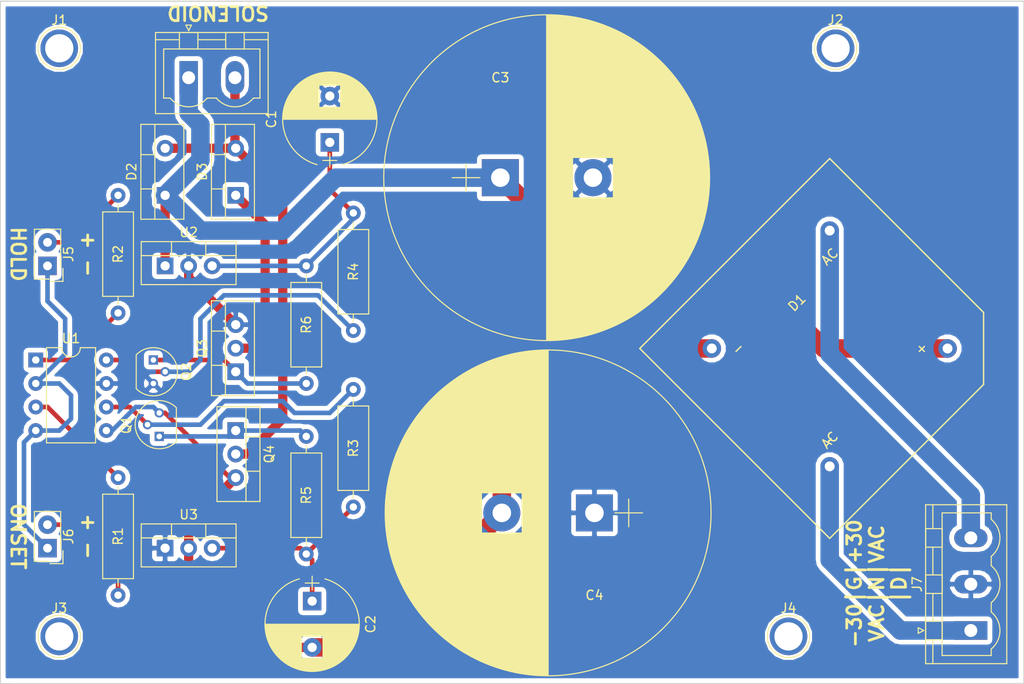
<source format=kicad_pcb>
(kicad_pcb (version 4) (host pcbnew 4.0.6)

  (general
    (links 45)
    (no_connects 0)
    (area 135.839999 63.42 246.74 137.210001)
    (thickness 1.6)
    (drawings 12)
    (tracks 108)
    (zones 0)
    (modules 28)
    (nets 23)
  )

  (page A4)
  (layers
    (0 F.Cu signal)
    (31 B.Cu signal)
    (32 B.Adhes user hide)
    (33 F.Adhes user hide)
    (34 B.Paste user hide)
    (35 F.Paste user hide)
    (36 B.SilkS user)
    (37 F.SilkS user)
    (38 B.Mask user hide)
    (39 F.Mask user hide)
    (40 Dwgs.User user hide)
    (41 Cmts.User user hide)
    (42 Eco1.User user hide)
    (43 Eco2.User user hide)
    (44 Edge.Cuts user)
    (45 Margin user hide)
    (46 B.CrtYd user hide)
    (47 F.CrtYd user hide)
    (48 B.Fab user hide)
    (49 F.Fab user hide)
  )

  (setup
    (last_trace_width 0.5)
    (trace_clearance 0.4)
    (zone_clearance 0.508)
    (zone_45_only no)
    (trace_min 0.2)
    (segment_width 0.2)
    (edge_width 0.1)
    (via_size 1.2)
    (via_drill 0.8)
    (via_min_size 0.4)
    (via_min_drill 0.3)
    (uvia_size 0.6)
    (uvia_drill 0.2)
    (uvias_allowed no)
    (uvia_min_size 0.2)
    (uvia_min_drill 0.1)
    (pcb_text_width 0.3)
    (pcb_text_size 1.5 1.5)
    (mod_edge_width 0.15)
    (mod_text_size 1 1)
    (mod_text_width 0.15)
    (pad_size 2 3.6)
    (pad_drill 1.4)
    (pad_to_mask_clearance 0)
    (aux_axis_origin 0 0)
    (visible_elements FFFECE6B)
    (pcbplotparams
      (layerselection 0x00030_80000001)
      (usegerberextensions false)
      (excludeedgelayer true)
      (linewidth 0.100000)
      (plotframeref false)
      (viasonmask false)
      (mode 1)
      (useauxorigin false)
      (hpglpennumber 1)
      (hpglpenspeed 20)
      (hpglpendiameter 15)
      (hpglpenoverlay 2)
      (psnegative false)
      (psa4output false)
      (plotreference true)
      (plotvalue true)
      (plotinvisibletext false)
      (padsonsilk false)
      (subtractmaskfromsilk false)
      (outputformat 1)
      (mirror false)
      (drillshape 1)
      (scaleselection 1)
      (outputdirectory ""))
  )

  (net 0 "")
  (net 1 "Net-(C1-Pad1)")
  (net 2 GND)
  (net 3 "Net-(C2-Pad1)")
  (net 4 "Net-(C2-Pad2)")
  (net 5 "Net-(C3-Pad1)")
  (net 6 30VAC+)
  (net 7 30VAC-)
  (net 8 "Net-(D2-Pad2)")
  (net 9 "Net-(D3-Pad1)")
  (net 10 "Net-(J1-Pad1)")
  (net 11 "Net-(J2-Pad1)")
  (net 12 "Net-(J3-Pad1)")
  (net 13 "Net-(J4-Pad1)")
  (net 14 "Net-(Q1-Pad2)")
  (net 15 "Net-(Q1-Pad1)")
  (net 16 "Net-(Q2-Pad2)")
  (net 17 "Net-(Q2-Pad1)")
  (net 18 "Net-(R1-Pad1)")
  (net 19 Onset)
  (net 20 "Net-(R2-Pad1)")
  (net 21 Hold)
  (net 22 dGND)

  (net_class Default "This is the default net class."
    (clearance 0.4)
    (trace_width 0.5)
    (via_dia 1.2)
    (via_drill 0.8)
    (uvia_dia 0.6)
    (uvia_drill 0.2)
    (add_net GND)
    (add_net Hold)
    (add_net "Net-(C1-Pad1)")
    (add_net "Net-(C2-Pad1)")
    (add_net "Net-(J1-Pad1)")
    (add_net "Net-(J2-Pad1)")
    (add_net "Net-(J3-Pad1)")
    (add_net "Net-(J4-Pad1)")
    (add_net "Net-(Q1-Pad1)")
    (add_net "Net-(Q1-Pad2)")
    (add_net "Net-(Q2-Pad1)")
    (add_net "Net-(Q2-Pad2)")
    (add_net "Net-(R1-Pad1)")
    (add_net "Net-(R2-Pad1)")
    (add_net Onset)
    (add_net dGND)
  )

  (net_class fatPower ""
    (clearance 0.4)
    (trace_width 2)
    (via_dia 4.8)
    (via_drill 3.2)
    (uvia_dia 2.4)
    (uvia_drill 0.2)
    (add_net 30VAC+)
    (add_net 30VAC-)
    (add_net "Net-(C2-Pad2)")
    (add_net "Net-(C3-Pad1)")
  )

  (net_class power ""
    (clearance 0.4)
    (trace_width 1)
    (via_dia 2.4)
    (via_drill 1.6)
    (uvia_dia 1.2)
    (uvia_drill 0.4)
    (add_net "Net-(D2-Pad2)")
    (add_net "Net-(D3-Pad1)")
  )

  (module TO_SOT_Packages_THT:TO-220-2_Vertical (layer F.Cu) (tedit 58CE52AD) (tstamp 5AB95513)
    (at 161.29 84.455 90)
    (descr "TO-220-2, Vertical, RM 5.08mm")
    (tags "TO-220-2 Vertical RM 5.08mm")
    (path /5AAE65E8)
    (fp_text reference D3 (at 2.54 -3.62 90) (layer F.SilkS)
      (effects (font (size 1 1) (thickness 0.15)))
    )
    (fp_text value STTH30R061PI (at 2.54 3.92 90) (layer F.Fab)
      (effects (font (size 1 1) (thickness 0.15)))
    )
    (fp_text user %R (at 2.54 -3.62 90) (layer F.Fab)
      (effects (font (size 1 1) (thickness 0.15)))
    )
    (fp_line (start -2.46 -2.5) (end -2.46 1.9) (layer F.Fab) (width 0.1))
    (fp_line (start -2.46 1.9) (end 7.54 1.9) (layer F.Fab) (width 0.1))
    (fp_line (start 7.54 1.9) (end 7.54 -2.5) (layer F.Fab) (width 0.1))
    (fp_line (start 7.54 -2.5) (end -2.46 -2.5) (layer F.Fab) (width 0.1))
    (fp_line (start -2.46 -1.23) (end 7.54 -1.23) (layer F.Fab) (width 0.1))
    (fp_line (start 0.69 -2.5) (end 0.69 -1.23) (layer F.Fab) (width 0.1))
    (fp_line (start 4.39 -2.5) (end 4.39 -1.23) (layer F.Fab) (width 0.1))
    (fp_line (start -2.58 -2.62) (end 7.66 -2.62) (layer F.SilkS) (width 0.12))
    (fp_line (start -2.58 2.021) (end 7.66 2.021) (layer F.SilkS) (width 0.12))
    (fp_line (start -2.58 -2.62) (end -2.58 2.021) (layer F.SilkS) (width 0.12))
    (fp_line (start 7.66 -2.62) (end 7.66 2.021) (layer F.SilkS) (width 0.12))
    (fp_line (start -2.58 -1.11) (end 7.66 -1.11) (layer F.SilkS) (width 0.12))
    (fp_line (start 0.69 -2.62) (end 0.69 -1.11) (layer F.SilkS) (width 0.12))
    (fp_line (start 4.391 -2.62) (end 4.391 -1.11) (layer F.SilkS) (width 0.12))
    (fp_line (start -2.71 -2.75) (end -2.71 2.16) (layer F.CrtYd) (width 0.05))
    (fp_line (start -2.71 2.16) (end 7.79 2.16) (layer F.CrtYd) (width 0.05))
    (fp_line (start 7.79 2.16) (end 7.79 -2.75) (layer F.CrtYd) (width 0.05))
    (fp_line (start 7.79 -2.75) (end -2.71 -2.75) (layer F.CrtYd) (width 0.05))
    (pad 1 thru_hole rect (at 0 0 90) (size 1.8 1.8) (drill 1) (layers *.Cu *.Mask)
      (net 9 "Net-(D3-Pad1)"))
    (pad 2 thru_hole oval (at 5.08 0 90) (size 1.8 1.8) (drill 1) (layers *.Cu *.Mask)
      (net 8 "Net-(D2-Pad2)"))
    (model ${KISYS3DMOD}/TO_SOT_Packages_THT.3dshapes/TO-220-2_Vertical.wrl
      (at (xyz 0.1 0 0))
      (scale (xyz 0.393701 0.393701 0.393701))
      (rotate (xyz 0 0 0))
    )
  )

  (module GBPC-W:GBPC-W (layer F.Cu) (tedit 5AB94538) (tstamp 5AB95507)
    (at 225.425 88.265 225)
    (path /5AB906DD)
    (fp_text reference D1 (at 8 -3 225) (layer F.SilkS)
      (effects (font (size 1 1) (thickness 0.15)))
    )
    (fp_text value D_Bridge_+-AA (at 9 2.5 225) (layer F.Fab)
      (effects (font (size 1 1) (thickness 0.15)))
    )
    (fp_line (start -5.5 -18) (end -5.5 5.5) (layer F.SilkS) (width 0.15))
    (fp_line (start 0 -23.5) (end 23.5 -23.5) (layer F.SilkS) (width 0.15))
    (fp_line (start -5.5 -18) (end 0 -23.5) (layer F.SilkS) (width 0.15))
    (fp_text user - (at 16 -2 225) (layer F.SilkS)
      (effects (font (size 1 1) (thickness 0.15)))
    )
    (fp_text user AC (at 2 -2 225) (layer F.SilkS)
      (effects (font (size 1 1) (thickness 0.15)))
    )
    (fp_text user AC (at 16 -16 225) (layer F.SilkS)
      (effects (font (size 1 1) (thickness 0.15)))
    )
    (fp_text user ~ (at 16 -16 225) (layer F.SilkS)
      (effects (font (size 1 1) (thickness 0.15)))
    )
    (fp_text user ~ (at 16 -16 225) (layer F.SilkS)
      (effects (font (size 1 1) (thickness 0.15)))
    )
    (fp_text user + (at 2 -16 225) (layer F.SilkS)
      (effects (font (size 1 1) (thickness 0.15)))
    )
    (fp_line (start 23.5 5.5) (end 23.5 -23.5) (layer F.SilkS) (width 0.15))
    (fp_line (start -5.5 5.5) (end 23.5 5.5) (layer F.SilkS) (width 0.15))
    (pad 3 thru_hole circle (at 0 0 225) (size 2 2) (drill 1.07) (layers *.Cu *.Mask)
      (net 6 30VAC+))
    (pad 4 thru_hole circle (at 18 -18 225) (size 2 2) (drill 1.07) (layers *.Cu *.Mask)
      (net 7 30VAC-))
    (pad 2 thru_hole circle (at 18 0 225) (size 2 2) (drill 1.07) (layers *.Cu *.Mask)
      (net 4 "Net-(C2-Pad2)"))
    (pad 1 thru_hole circle (at 0 -18 225) (size 2 2) (drill 1.07) (layers *.Cu *.Mask)
      (net 5 "Net-(C3-Pad1)"))
  )

  (module Capacitors_THT:CP_Radial_D10.0mm_P5.00mm (layer F.Cu) (tedit 597BC7C2) (tstamp 5AB954E2)
    (at 171.45 78.74 90)
    (descr "CP, Radial series, Radial, pin pitch=5.00mm, , diameter=10mm, Electrolytic Capacitor")
    (tags "CP Radial series Radial pin pitch 5.00mm  diameter 10mm Electrolytic Capacitor")
    (path /5AB6ACB0)
    (fp_text reference C1 (at 2.5 -6.31 90) (layer F.SilkS)
      (effects (font (size 1 1) (thickness 0.15)))
    )
    (fp_text value 1µF (at 2.5 6.31 90) (layer F.Fab)
      (effects (font (size 1 1) (thickness 0.15)))
    )
    (fp_arc (start 2.5 0) (end -2.399357 -1.38) (angle 148.5) (layer F.SilkS) (width 0.12))
    (fp_arc (start 2.5 0) (end -2.399357 1.38) (angle -148.5) (layer F.SilkS) (width 0.12))
    (fp_arc (start 2.5 0) (end 7.399357 -1.38) (angle 31.5) (layer F.SilkS) (width 0.12))
    (fp_circle (center 2.5 0) (end 7.5 0) (layer F.Fab) (width 0.1))
    (fp_line (start -2.7 0) (end -1.2 0) (layer F.Fab) (width 0.1))
    (fp_line (start -1.95 -0.75) (end -1.95 0.75) (layer F.Fab) (width 0.1))
    (fp_line (start 2.5 -5.05) (end 2.5 5.05) (layer F.SilkS) (width 0.12))
    (fp_line (start 2.54 -5.05) (end 2.54 5.05) (layer F.SilkS) (width 0.12))
    (fp_line (start 2.58 -5.05) (end 2.58 5.05) (layer F.SilkS) (width 0.12))
    (fp_line (start 2.62 -5.049) (end 2.62 5.049) (layer F.SilkS) (width 0.12))
    (fp_line (start 2.66 -5.048) (end 2.66 5.048) (layer F.SilkS) (width 0.12))
    (fp_line (start 2.7 -5.047) (end 2.7 5.047) (layer F.SilkS) (width 0.12))
    (fp_line (start 2.74 -5.045) (end 2.74 5.045) (layer F.SilkS) (width 0.12))
    (fp_line (start 2.78 -5.043) (end 2.78 5.043) (layer F.SilkS) (width 0.12))
    (fp_line (start 2.82 -5.04) (end 2.82 5.04) (layer F.SilkS) (width 0.12))
    (fp_line (start 2.86 -5.038) (end 2.86 5.038) (layer F.SilkS) (width 0.12))
    (fp_line (start 2.9 -5.035) (end 2.9 5.035) (layer F.SilkS) (width 0.12))
    (fp_line (start 2.94 -5.031) (end 2.94 5.031) (layer F.SilkS) (width 0.12))
    (fp_line (start 2.98 -5.028) (end 2.98 5.028) (layer F.SilkS) (width 0.12))
    (fp_line (start 3.02 -5.024) (end 3.02 5.024) (layer F.SilkS) (width 0.12))
    (fp_line (start 3.06 -5.02) (end 3.06 5.02) (layer F.SilkS) (width 0.12))
    (fp_line (start 3.1 -5.015) (end 3.1 5.015) (layer F.SilkS) (width 0.12))
    (fp_line (start 3.14 -5.01) (end 3.14 5.01) (layer F.SilkS) (width 0.12))
    (fp_line (start 3.18 -5.005) (end 3.18 5.005) (layer F.SilkS) (width 0.12))
    (fp_line (start 3.221 -4.999) (end 3.221 4.999) (layer F.SilkS) (width 0.12))
    (fp_line (start 3.261 -4.993) (end 3.261 4.993) (layer F.SilkS) (width 0.12))
    (fp_line (start 3.301 -4.987) (end 3.301 4.987) (layer F.SilkS) (width 0.12))
    (fp_line (start 3.341 -4.981) (end 3.341 4.981) (layer F.SilkS) (width 0.12))
    (fp_line (start 3.381 -4.974) (end 3.381 4.974) (layer F.SilkS) (width 0.12))
    (fp_line (start 3.421 -4.967) (end 3.421 4.967) (layer F.SilkS) (width 0.12))
    (fp_line (start 3.461 -4.959) (end 3.461 4.959) (layer F.SilkS) (width 0.12))
    (fp_line (start 3.501 -4.951) (end 3.501 4.951) (layer F.SilkS) (width 0.12))
    (fp_line (start 3.541 -4.943) (end 3.541 4.943) (layer F.SilkS) (width 0.12))
    (fp_line (start 3.581 -4.935) (end 3.581 4.935) (layer F.SilkS) (width 0.12))
    (fp_line (start 3.621 -4.926) (end 3.621 4.926) (layer F.SilkS) (width 0.12))
    (fp_line (start 3.661 -4.917) (end 3.661 4.917) (layer F.SilkS) (width 0.12))
    (fp_line (start 3.701 -4.907) (end 3.701 4.907) (layer F.SilkS) (width 0.12))
    (fp_line (start 3.741 -4.897) (end 3.741 4.897) (layer F.SilkS) (width 0.12))
    (fp_line (start 3.781 -4.887) (end 3.781 4.887) (layer F.SilkS) (width 0.12))
    (fp_line (start 3.821 -4.876) (end 3.821 -1.181) (layer F.SilkS) (width 0.12))
    (fp_line (start 3.821 1.181) (end 3.821 4.876) (layer F.SilkS) (width 0.12))
    (fp_line (start 3.861 -4.865) (end 3.861 -1.181) (layer F.SilkS) (width 0.12))
    (fp_line (start 3.861 1.181) (end 3.861 4.865) (layer F.SilkS) (width 0.12))
    (fp_line (start 3.901 -4.854) (end 3.901 -1.181) (layer F.SilkS) (width 0.12))
    (fp_line (start 3.901 1.181) (end 3.901 4.854) (layer F.SilkS) (width 0.12))
    (fp_line (start 3.941 -4.843) (end 3.941 -1.181) (layer F.SilkS) (width 0.12))
    (fp_line (start 3.941 1.181) (end 3.941 4.843) (layer F.SilkS) (width 0.12))
    (fp_line (start 3.981 -4.831) (end 3.981 -1.181) (layer F.SilkS) (width 0.12))
    (fp_line (start 3.981 1.181) (end 3.981 4.831) (layer F.SilkS) (width 0.12))
    (fp_line (start 4.021 -4.818) (end 4.021 -1.181) (layer F.SilkS) (width 0.12))
    (fp_line (start 4.021 1.181) (end 4.021 4.818) (layer F.SilkS) (width 0.12))
    (fp_line (start 4.061 -4.806) (end 4.061 -1.181) (layer F.SilkS) (width 0.12))
    (fp_line (start 4.061 1.181) (end 4.061 4.806) (layer F.SilkS) (width 0.12))
    (fp_line (start 4.101 -4.792) (end 4.101 -1.181) (layer F.SilkS) (width 0.12))
    (fp_line (start 4.101 1.181) (end 4.101 4.792) (layer F.SilkS) (width 0.12))
    (fp_line (start 4.141 -4.779) (end 4.141 -1.181) (layer F.SilkS) (width 0.12))
    (fp_line (start 4.141 1.181) (end 4.141 4.779) (layer F.SilkS) (width 0.12))
    (fp_line (start 4.181 -4.765) (end 4.181 -1.181) (layer F.SilkS) (width 0.12))
    (fp_line (start 4.181 1.181) (end 4.181 4.765) (layer F.SilkS) (width 0.12))
    (fp_line (start 4.221 -4.751) (end 4.221 -1.181) (layer F.SilkS) (width 0.12))
    (fp_line (start 4.221 1.181) (end 4.221 4.751) (layer F.SilkS) (width 0.12))
    (fp_line (start 4.261 -4.737) (end 4.261 -1.181) (layer F.SilkS) (width 0.12))
    (fp_line (start 4.261 1.181) (end 4.261 4.737) (layer F.SilkS) (width 0.12))
    (fp_line (start 4.301 -4.722) (end 4.301 -1.181) (layer F.SilkS) (width 0.12))
    (fp_line (start 4.301 1.181) (end 4.301 4.722) (layer F.SilkS) (width 0.12))
    (fp_line (start 4.341 -4.706) (end 4.341 -1.181) (layer F.SilkS) (width 0.12))
    (fp_line (start 4.341 1.181) (end 4.341 4.706) (layer F.SilkS) (width 0.12))
    (fp_line (start 4.381 -4.691) (end 4.381 -1.181) (layer F.SilkS) (width 0.12))
    (fp_line (start 4.381 1.181) (end 4.381 4.691) (layer F.SilkS) (width 0.12))
    (fp_line (start 4.421 -4.674) (end 4.421 -1.181) (layer F.SilkS) (width 0.12))
    (fp_line (start 4.421 1.181) (end 4.421 4.674) (layer F.SilkS) (width 0.12))
    (fp_line (start 4.461 -4.658) (end 4.461 -1.181) (layer F.SilkS) (width 0.12))
    (fp_line (start 4.461 1.181) (end 4.461 4.658) (layer F.SilkS) (width 0.12))
    (fp_line (start 4.501 -4.641) (end 4.501 -1.181) (layer F.SilkS) (width 0.12))
    (fp_line (start 4.501 1.181) (end 4.501 4.641) (layer F.SilkS) (width 0.12))
    (fp_line (start 4.541 -4.624) (end 4.541 -1.181) (layer F.SilkS) (width 0.12))
    (fp_line (start 4.541 1.181) (end 4.541 4.624) (layer F.SilkS) (width 0.12))
    (fp_line (start 4.581 -4.606) (end 4.581 -1.181) (layer F.SilkS) (width 0.12))
    (fp_line (start 4.581 1.181) (end 4.581 4.606) (layer F.SilkS) (width 0.12))
    (fp_line (start 4.621 -4.588) (end 4.621 -1.181) (layer F.SilkS) (width 0.12))
    (fp_line (start 4.621 1.181) (end 4.621 4.588) (layer F.SilkS) (width 0.12))
    (fp_line (start 4.661 -4.569) (end 4.661 -1.181) (layer F.SilkS) (width 0.12))
    (fp_line (start 4.661 1.181) (end 4.661 4.569) (layer F.SilkS) (width 0.12))
    (fp_line (start 4.701 -4.55) (end 4.701 -1.181) (layer F.SilkS) (width 0.12))
    (fp_line (start 4.701 1.181) (end 4.701 4.55) (layer F.SilkS) (width 0.12))
    (fp_line (start 4.741 -4.531) (end 4.741 -1.181) (layer F.SilkS) (width 0.12))
    (fp_line (start 4.741 1.181) (end 4.741 4.531) (layer F.SilkS) (width 0.12))
    (fp_line (start 4.781 -4.511) (end 4.781 -1.181) (layer F.SilkS) (width 0.12))
    (fp_line (start 4.781 1.181) (end 4.781 4.511) (layer F.SilkS) (width 0.12))
    (fp_line (start 4.821 -4.491) (end 4.821 -1.181) (layer F.SilkS) (width 0.12))
    (fp_line (start 4.821 1.181) (end 4.821 4.491) (layer F.SilkS) (width 0.12))
    (fp_line (start 4.861 -4.47) (end 4.861 -1.181) (layer F.SilkS) (width 0.12))
    (fp_line (start 4.861 1.181) (end 4.861 4.47) (layer F.SilkS) (width 0.12))
    (fp_line (start 4.901 -4.449) (end 4.901 -1.181) (layer F.SilkS) (width 0.12))
    (fp_line (start 4.901 1.181) (end 4.901 4.449) (layer F.SilkS) (width 0.12))
    (fp_line (start 4.941 -4.428) (end 4.941 -1.181) (layer F.SilkS) (width 0.12))
    (fp_line (start 4.941 1.181) (end 4.941 4.428) (layer F.SilkS) (width 0.12))
    (fp_line (start 4.981 -4.405) (end 4.981 -1.181) (layer F.SilkS) (width 0.12))
    (fp_line (start 4.981 1.181) (end 4.981 4.405) (layer F.SilkS) (width 0.12))
    (fp_line (start 5.021 -4.383) (end 5.021 -1.181) (layer F.SilkS) (width 0.12))
    (fp_line (start 5.021 1.181) (end 5.021 4.383) (layer F.SilkS) (width 0.12))
    (fp_line (start 5.061 -4.36) (end 5.061 -1.181) (layer F.SilkS) (width 0.12))
    (fp_line (start 5.061 1.181) (end 5.061 4.36) (layer F.SilkS) (width 0.12))
    (fp_line (start 5.101 -4.336) (end 5.101 -1.181) (layer F.SilkS) (width 0.12))
    (fp_line (start 5.101 1.181) (end 5.101 4.336) (layer F.SilkS) (width 0.12))
    (fp_line (start 5.141 -4.312) (end 5.141 -1.181) (layer F.SilkS) (width 0.12))
    (fp_line (start 5.141 1.181) (end 5.141 4.312) (layer F.SilkS) (width 0.12))
    (fp_line (start 5.181 -4.288) (end 5.181 -1.181) (layer F.SilkS) (width 0.12))
    (fp_line (start 5.181 1.181) (end 5.181 4.288) (layer F.SilkS) (width 0.12))
    (fp_line (start 5.221 -4.263) (end 5.221 -1.181) (layer F.SilkS) (width 0.12))
    (fp_line (start 5.221 1.181) (end 5.221 4.263) (layer F.SilkS) (width 0.12))
    (fp_line (start 5.261 -4.237) (end 5.261 -1.181) (layer F.SilkS) (width 0.12))
    (fp_line (start 5.261 1.181) (end 5.261 4.237) (layer F.SilkS) (width 0.12))
    (fp_line (start 5.301 -4.211) (end 5.301 -1.181) (layer F.SilkS) (width 0.12))
    (fp_line (start 5.301 1.181) (end 5.301 4.211) (layer F.SilkS) (width 0.12))
    (fp_line (start 5.341 -4.185) (end 5.341 -1.181) (layer F.SilkS) (width 0.12))
    (fp_line (start 5.341 1.181) (end 5.341 4.185) (layer F.SilkS) (width 0.12))
    (fp_line (start 5.381 -4.157) (end 5.381 -1.181) (layer F.SilkS) (width 0.12))
    (fp_line (start 5.381 1.181) (end 5.381 4.157) (layer F.SilkS) (width 0.12))
    (fp_line (start 5.421 -4.13) (end 5.421 -1.181) (layer F.SilkS) (width 0.12))
    (fp_line (start 5.421 1.181) (end 5.421 4.13) (layer F.SilkS) (width 0.12))
    (fp_line (start 5.461 -4.101) (end 5.461 -1.181) (layer F.SilkS) (width 0.12))
    (fp_line (start 5.461 1.181) (end 5.461 4.101) (layer F.SilkS) (width 0.12))
    (fp_line (start 5.501 -4.072) (end 5.501 -1.181) (layer F.SilkS) (width 0.12))
    (fp_line (start 5.501 1.181) (end 5.501 4.072) (layer F.SilkS) (width 0.12))
    (fp_line (start 5.541 -4.043) (end 5.541 -1.181) (layer F.SilkS) (width 0.12))
    (fp_line (start 5.541 1.181) (end 5.541 4.043) (layer F.SilkS) (width 0.12))
    (fp_line (start 5.581 -4.013) (end 5.581 -1.181) (layer F.SilkS) (width 0.12))
    (fp_line (start 5.581 1.181) (end 5.581 4.013) (layer F.SilkS) (width 0.12))
    (fp_line (start 5.621 -3.982) (end 5.621 -1.181) (layer F.SilkS) (width 0.12))
    (fp_line (start 5.621 1.181) (end 5.621 3.982) (layer F.SilkS) (width 0.12))
    (fp_line (start 5.661 -3.951) (end 5.661 -1.181) (layer F.SilkS) (width 0.12))
    (fp_line (start 5.661 1.181) (end 5.661 3.951) (layer F.SilkS) (width 0.12))
    (fp_line (start 5.701 -3.919) (end 5.701 -1.181) (layer F.SilkS) (width 0.12))
    (fp_line (start 5.701 1.181) (end 5.701 3.919) (layer F.SilkS) (width 0.12))
    (fp_line (start 5.741 -3.886) (end 5.741 -1.181) (layer F.SilkS) (width 0.12))
    (fp_line (start 5.741 1.181) (end 5.741 3.886) (layer F.SilkS) (width 0.12))
    (fp_line (start 5.781 -3.853) (end 5.781 -1.181) (layer F.SilkS) (width 0.12))
    (fp_line (start 5.781 1.181) (end 5.781 3.853) (layer F.SilkS) (width 0.12))
    (fp_line (start 5.821 -3.819) (end 5.821 -1.181) (layer F.SilkS) (width 0.12))
    (fp_line (start 5.821 1.181) (end 5.821 3.819) (layer F.SilkS) (width 0.12))
    (fp_line (start 5.861 -3.784) (end 5.861 -1.181) (layer F.SilkS) (width 0.12))
    (fp_line (start 5.861 1.181) (end 5.861 3.784) (layer F.SilkS) (width 0.12))
    (fp_line (start 5.901 -3.748) (end 5.901 -1.181) (layer F.SilkS) (width 0.12))
    (fp_line (start 5.901 1.181) (end 5.901 3.748) (layer F.SilkS) (width 0.12))
    (fp_line (start 5.941 -3.712) (end 5.941 -1.181) (layer F.SilkS) (width 0.12))
    (fp_line (start 5.941 1.181) (end 5.941 3.712) (layer F.SilkS) (width 0.12))
    (fp_line (start 5.981 -3.675) (end 5.981 -1.181) (layer F.SilkS) (width 0.12))
    (fp_line (start 5.981 1.181) (end 5.981 3.675) (layer F.SilkS) (width 0.12))
    (fp_line (start 6.021 -3.637) (end 6.021 -1.181) (layer F.SilkS) (width 0.12))
    (fp_line (start 6.021 1.181) (end 6.021 3.637) (layer F.SilkS) (width 0.12))
    (fp_line (start 6.061 -3.598) (end 6.061 -1.181) (layer F.SilkS) (width 0.12))
    (fp_line (start 6.061 1.181) (end 6.061 3.598) (layer F.SilkS) (width 0.12))
    (fp_line (start 6.101 -3.559) (end 6.101 -1.181) (layer F.SilkS) (width 0.12))
    (fp_line (start 6.101 1.181) (end 6.101 3.559) (layer F.SilkS) (width 0.12))
    (fp_line (start 6.141 -3.518) (end 6.141 -1.181) (layer F.SilkS) (width 0.12))
    (fp_line (start 6.141 1.181) (end 6.141 3.518) (layer F.SilkS) (width 0.12))
    (fp_line (start 6.181 -3.477) (end 6.181 3.477) (layer F.SilkS) (width 0.12))
    (fp_line (start 6.221 -3.435) (end 6.221 3.435) (layer F.SilkS) (width 0.12))
    (fp_line (start 6.261 -3.391) (end 6.261 3.391) (layer F.SilkS) (width 0.12))
    (fp_line (start 6.301 -3.347) (end 6.301 3.347) (layer F.SilkS) (width 0.12))
    (fp_line (start 6.341 -3.302) (end 6.341 3.302) (layer F.SilkS) (width 0.12))
    (fp_line (start 6.381 -3.255) (end 6.381 3.255) (layer F.SilkS) (width 0.12))
    (fp_line (start 6.421 -3.207) (end 6.421 3.207) (layer F.SilkS) (width 0.12))
    (fp_line (start 6.461 -3.158) (end 6.461 3.158) (layer F.SilkS) (width 0.12))
    (fp_line (start 6.501 -3.108) (end 6.501 3.108) (layer F.SilkS) (width 0.12))
    (fp_line (start 6.541 -3.057) (end 6.541 3.057) (layer F.SilkS) (width 0.12))
    (fp_line (start 6.581 -3.004) (end 6.581 3.004) (layer F.SilkS) (width 0.12))
    (fp_line (start 6.621 -2.949) (end 6.621 2.949) (layer F.SilkS) (width 0.12))
    (fp_line (start 6.661 -2.894) (end 6.661 2.894) (layer F.SilkS) (width 0.12))
    (fp_line (start 6.701 -2.836) (end 6.701 2.836) (layer F.SilkS) (width 0.12))
    (fp_line (start 6.741 -2.777) (end 6.741 2.777) (layer F.SilkS) (width 0.12))
    (fp_line (start 6.781 -2.715) (end 6.781 2.715) (layer F.SilkS) (width 0.12))
    (fp_line (start 6.821 -2.652) (end 6.821 2.652) (layer F.SilkS) (width 0.12))
    (fp_line (start 6.861 -2.587) (end 6.861 2.587) (layer F.SilkS) (width 0.12))
    (fp_line (start 6.901 -2.519) (end 6.901 2.519) (layer F.SilkS) (width 0.12))
    (fp_line (start 6.941 -2.449) (end 6.941 2.449) (layer F.SilkS) (width 0.12))
    (fp_line (start 6.981 -2.377) (end 6.981 2.377) (layer F.SilkS) (width 0.12))
    (fp_line (start 7.021 -2.301) (end 7.021 2.301) (layer F.SilkS) (width 0.12))
    (fp_line (start 7.061 -2.222) (end 7.061 2.222) (layer F.SilkS) (width 0.12))
    (fp_line (start 7.101 -2.14) (end 7.101 2.14) (layer F.SilkS) (width 0.12))
    (fp_line (start 7.141 -2.053) (end 7.141 2.053) (layer F.SilkS) (width 0.12))
    (fp_line (start 7.181 -1.962) (end 7.181 1.962) (layer F.SilkS) (width 0.12))
    (fp_line (start 7.221 -1.866) (end 7.221 1.866) (layer F.SilkS) (width 0.12))
    (fp_line (start 7.261 -1.763) (end 7.261 1.763) (layer F.SilkS) (width 0.12))
    (fp_line (start 7.301 -1.654) (end 7.301 1.654) (layer F.SilkS) (width 0.12))
    (fp_line (start 7.341 -1.536) (end 7.341 1.536) (layer F.SilkS) (width 0.12))
    (fp_line (start 7.381 -1.407) (end 7.381 1.407) (layer F.SilkS) (width 0.12))
    (fp_line (start 7.421 -1.265) (end 7.421 1.265) (layer F.SilkS) (width 0.12))
    (fp_line (start 7.461 -1.104) (end 7.461 1.104) (layer F.SilkS) (width 0.12))
    (fp_line (start 7.501 -0.913) (end 7.501 0.913) (layer F.SilkS) (width 0.12))
    (fp_line (start 7.541 -0.672) (end 7.541 0.672) (layer F.SilkS) (width 0.12))
    (fp_line (start 7.581 -0.279) (end 7.581 0.279) (layer F.SilkS) (width 0.12))
    (fp_line (start -2.7 0) (end -1.2 0) (layer F.SilkS) (width 0.12))
    (fp_line (start -1.95 -0.75) (end -1.95 0.75) (layer F.SilkS) (width 0.12))
    (fp_line (start -2.85 -5.35) (end -2.85 5.35) (layer F.CrtYd) (width 0.05))
    (fp_line (start -2.85 5.35) (end 7.85 5.35) (layer F.CrtYd) (width 0.05))
    (fp_line (start 7.85 5.35) (end 7.85 -5.35) (layer F.CrtYd) (width 0.05))
    (fp_line (start 7.85 -5.35) (end -2.85 -5.35) (layer F.CrtYd) (width 0.05))
    (fp_text user %R (at 2.5 0 90) (layer F.Fab)
      (effects (font (size 1 1) (thickness 0.15)))
    )
    (pad 1 thru_hole rect (at 0 0 90) (size 2 2) (drill 1) (layers *.Cu *.Mask)
      (net 1 "Net-(C1-Pad1)"))
    (pad 2 thru_hole circle (at 5 0 90) (size 2 2) (drill 1) (layers *.Cu *.Mask)
      (net 2 GND))
    (model ${KISYS3DMOD}/Capacitors_THT.3dshapes/CP_Radial_D10.0mm_P5.00mm.wrl
      (at (xyz 0 0 0))
      (scale (xyz 1 1 1))
      (rotate (xyz 0 0 0))
    )
  )

  (module Capacitors_THT:CP_Radial_D10.0mm_P5.00mm (layer F.Cu) (tedit 597BC7C2) (tstamp 5AB954E8)
    (at 169.545 128.27 270)
    (descr "CP, Radial series, Radial, pin pitch=5.00mm, , diameter=10mm, Electrolytic Capacitor")
    (tags "CP Radial series Radial pin pitch 5.00mm  diameter 10mm Electrolytic Capacitor")
    (path /5AB6AD28)
    (fp_text reference C2 (at 2.5 -6.31 270) (layer F.SilkS)
      (effects (font (size 1 1) (thickness 0.15)))
    )
    (fp_text value 1µF (at 2.5 6.31 270) (layer F.Fab)
      (effects (font (size 1 1) (thickness 0.15)))
    )
    (fp_arc (start 2.5 0) (end -2.399357 -1.38) (angle 148.5) (layer F.SilkS) (width 0.12))
    (fp_arc (start 2.5 0) (end -2.399357 1.38) (angle -148.5) (layer F.SilkS) (width 0.12))
    (fp_arc (start 2.5 0) (end 7.399357 -1.38) (angle 31.5) (layer F.SilkS) (width 0.12))
    (fp_circle (center 2.5 0) (end 7.5 0) (layer F.Fab) (width 0.1))
    (fp_line (start -2.7 0) (end -1.2 0) (layer F.Fab) (width 0.1))
    (fp_line (start -1.95 -0.75) (end -1.95 0.75) (layer F.Fab) (width 0.1))
    (fp_line (start 2.5 -5.05) (end 2.5 5.05) (layer F.SilkS) (width 0.12))
    (fp_line (start 2.54 -5.05) (end 2.54 5.05) (layer F.SilkS) (width 0.12))
    (fp_line (start 2.58 -5.05) (end 2.58 5.05) (layer F.SilkS) (width 0.12))
    (fp_line (start 2.62 -5.049) (end 2.62 5.049) (layer F.SilkS) (width 0.12))
    (fp_line (start 2.66 -5.048) (end 2.66 5.048) (layer F.SilkS) (width 0.12))
    (fp_line (start 2.7 -5.047) (end 2.7 5.047) (layer F.SilkS) (width 0.12))
    (fp_line (start 2.74 -5.045) (end 2.74 5.045) (layer F.SilkS) (width 0.12))
    (fp_line (start 2.78 -5.043) (end 2.78 5.043) (layer F.SilkS) (width 0.12))
    (fp_line (start 2.82 -5.04) (end 2.82 5.04) (layer F.SilkS) (width 0.12))
    (fp_line (start 2.86 -5.038) (end 2.86 5.038) (layer F.SilkS) (width 0.12))
    (fp_line (start 2.9 -5.035) (end 2.9 5.035) (layer F.SilkS) (width 0.12))
    (fp_line (start 2.94 -5.031) (end 2.94 5.031) (layer F.SilkS) (width 0.12))
    (fp_line (start 2.98 -5.028) (end 2.98 5.028) (layer F.SilkS) (width 0.12))
    (fp_line (start 3.02 -5.024) (end 3.02 5.024) (layer F.SilkS) (width 0.12))
    (fp_line (start 3.06 -5.02) (end 3.06 5.02) (layer F.SilkS) (width 0.12))
    (fp_line (start 3.1 -5.015) (end 3.1 5.015) (layer F.SilkS) (width 0.12))
    (fp_line (start 3.14 -5.01) (end 3.14 5.01) (layer F.SilkS) (width 0.12))
    (fp_line (start 3.18 -5.005) (end 3.18 5.005) (layer F.SilkS) (width 0.12))
    (fp_line (start 3.221 -4.999) (end 3.221 4.999) (layer F.SilkS) (width 0.12))
    (fp_line (start 3.261 -4.993) (end 3.261 4.993) (layer F.SilkS) (width 0.12))
    (fp_line (start 3.301 -4.987) (end 3.301 4.987) (layer F.SilkS) (width 0.12))
    (fp_line (start 3.341 -4.981) (end 3.341 4.981) (layer F.SilkS) (width 0.12))
    (fp_line (start 3.381 -4.974) (end 3.381 4.974) (layer F.SilkS) (width 0.12))
    (fp_line (start 3.421 -4.967) (end 3.421 4.967) (layer F.SilkS) (width 0.12))
    (fp_line (start 3.461 -4.959) (end 3.461 4.959) (layer F.SilkS) (width 0.12))
    (fp_line (start 3.501 -4.951) (end 3.501 4.951) (layer F.SilkS) (width 0.12))
    (fp_line (start 3.541 -4.943) (end 3.541 4.943) (layer F.SilkS) (width 0.12))
    (fp_line (start 3.581 -4.935) (end 3.581 4.935) (layer F.SilkS) (width 0.12))
    (fp_line (start 3.621 -4.926) (end 3.621 4.926) (layer F.SilkS) (width 0.12))
    (fp_line (start 3.661 -4.917) (end 3.661 4.917) (layer F.SilkS) (width 0.12))
    (fp_line (start 3.701 -4.907) (end 3.701 4.907) (layer F.SilkS) (width 0.12))
    (fp_line (start 3.741 -4.897) (end 3.741 4.897) (layer F.SilkS) (width 0.12))
    (fp_line (start 3.781 -4.887) (end 3.781 4.887) (layer F.SilkS) (width 0.12))
    (fp_line (start 3.821 -4.876) (end 3.821 -1.181) (layer F.SilkS) (width 0.12))
    (fp_line (start 3.821 1.181) (end 3.821 4.876) (layer F.SilkS) (width 0.12))
    (fp_line (start 3.861 -4.865) (end 3.861 -1.181) (layer F.SilkS) (width 0.12))
    (fp_line (start 3.861 1.181) (end 3.861 4.865) (layer F.SilkS) (width 0.12))
    (fp_line (start 3.901 -4.854) (end 3.901 -1.181) (layer F.SilkS) (width 0.12))
    (fp_line (start 3.901 1.181) (end 3.901 4.854) (layer F.SilkS) (width 0.12))
    (fp_line (start 3.941 -4.843) (end 3.941 -1.181) (layer F.SilkS) (width 0.12))
    (fp_line (start 3.941 1.181) (end 3.941 4.843) (layer F.SilkS) (width 0.12))
    (fp_line (start 3.981 -4.831) (end 3.981 -1.181) (layer F.SilkS) (width 0.12))
    (fp_line (start 3.981 1.181) (end 3.981 4.831) (layer F.SilkS) (width 0.12))
    (fp_line (start 4.021 -4.818) (end 4.021 -1.181) (layer F.SilkS) (width 0.12))
    (fp_line (start 4.021 1.181) (end 4.021 4.818) (layer F.SilkS) (width 0.12))
    (fp_line (start 4.061 -4.806) (end 4.061 -1.181) (layer F.SilkS) (width 0.12))
    (fp_line (start 4.061 1.181) (end 4.061 4.806) (layer F.SilkS) (width 0.12))
    (fp_line (start 4.101 -4.792) (end 4.101 -1.181) (layer F.SilkS) (width 0.12))
    (fp_line (start 4.101 1.181) (end 4.101 4.792) (layer F.SilkS) (width 0.12))
    (fp_line (start 4.141 -4.779) (end 4.141 -1.181) (layer F.SilkS) (width 0.12))
    (fp_line (start 4.141 1.181) (end 4.141 4.779) (layer F.SilkS) (width 0.12))
    (fp_line (start 4.181 -4.765) (end 4.181 -1.181) (layer F.SilkS) (width 0.12))
    (fp_line (start 4.181 1.181) (end 4.181 4.765) (layer F.SilkS) (width 0.12))
    (fp_line (start 4.221 -4.751) (end 4.221 -1.181) (layer F.SilkS) (width 0.12))
    (fp_line (start 4.221 1.181) (end 4.221 4.751) (layer F.SilkS) (width 0.12))
    (fp_line (start 4.261 -4.737) (end 4.261 -1.181) (layer F.SilkS) (width 0.12))
    (fp_line (start 4.261 1.181) (end 4.261 4.737) (layer F.SilkS) (width 0.12))
    (fp_line (start 4.301 -4.722) (end 4.301 -1.181) (layer F.SilkS) (width 0.12))
    (fp_line (start 4.301 1.181) (end 4.301 4.722) (layer F.SilkS) (width 0.12))
    (fp_line (start 4.341 -4.706) (end 4.341 -1.181) (layer F.SilkS) (width 0.12))
    (fp_line (start 4.341 1.181) (end 4.341 4.706) (layer F.SilkS) (width 0.12))
    (fp_line (start 4.381 -4.691) (end 4.381 -1.181) (layer F.SilkS) (width 0.12))
    (fp_line (start 4.381 1.181) (end 4.381 4.691) (layer F.SilkS) (width 0.12))
    (fp_line (start 4.421 -4.674) (end 4.421 -1.181) (layer F.SilkS) (width 0.12))
    (fp_line (start 4.421 1.181) (end 4.421 4.674) (layer F.SilkS) (width 0.12))
    (fp_line (start 4.461 -4.658) (end 4.461 -1.181) (layer F.SilkS) (width 0.12))
    (fp_line (start 4.461 1.181) (end 4.461 4.658) (layer F.SilkS) (width 0.12))
    (fp_line (start 4.501 -4.641) (end 4.501 -1.181) (layer F.SilkS) (width 0.12))
    (fp_line (start 4.501 1.181) (end 4.501 4.641) (layer F.SilkS) (width 0.12))
    (fp_line (start 4.541 -4.624) (end 4.541 -1.181) (layer F.SilkS) (width 0.12))
    (fp_line (start 4.541 1.181) (end 4.541 4.624) (layer F.SilkS) (width 0.12))
    (fp_line (start 4.581 -4.606) (end 4.581 -1.181) (layer F.SilkS) (width 0.12))
    (fp_line (start 4.581 1.181) (end 4.581 4.606) (layer F.SilkS) (width 0.12))
    (fp_line (start 4.621 -4.588) (end 4.621 -1.181) (layer F.SilkS) (width 0.12))
    (fp_line (start 4.621 1.181) (end 4.621 4.588) (layer F.SilkS) (width 0.12))
    (fp_line (start 4.661 -4.569) (end 4.661 -1.181) (layer F.SilkS) (width 0.12))
    (fp_line (start 4.661 1.181) (end 4.661 4.569) (layer F.SilkS) (width 0.12))
    (fp_line (start 4.701 -4.55) (end 4.701 -1.181) (layer F.SilkS) (width 0.12))
    (fp_line (start 4.701 1.181) (end 4.701 4.55) (layer F.SilkS) (width 0.12))
    (fp_line (start 4.741 -4.531) (end 4.741 -1.181) (layer F.SilkS) (width 0.12))
    (fp_line (start 4.741 1.181) (end 4.741 4.531) (layer F.SilkS) (width 0.12))
    (fp_line (start 4.781 -4.511) (end 4.781 -1.181) (layer F.SilkS) (width 0.12))
    (fp_line (start 4.781 1.181) (end 4.781 4.511) (layer F.SilkS) (width 0.12))
    (fp_line (start 4.821 -4.491) (end 4.821 -1.181) (layer F.SilkS) (width 0.12))
    (fp_line (start 4.821 1.181) (end 4.821 4.491) (layer F.SilkS) (width 0.12))
    (fp_line (start 4.861 -4.47) (end 4.861 -1.181) (layer F.SilkS) (width 0.12))
    (fp_line (start 4.861 1.181) (end 4.861 4.47) (layer F.SilkS) (width 0.12))
    (fp_line (start 4.901 -4.449) (end 4.901 -1.181) (layer F.SilkS) (width 0.12))
    (fp_line (start 4.901 1.181) (end 4.901 4.449) (layer F.SilkS) (width 0.12))
    (fp_line (start 4.941 -4.428) (end 4.941 -1.181) (layer F.SilkS) (width 0.12))
    (fp_line (start 4.941 1.181) (end 4.941 4.428) (layer F.SilkS) (width 0.12))
    (fp_line (start 4.981 -4.405) (end 4.981 -1.181) (layer F.SilkS) (width 0.12))
    (fp_line (start 4.981 1.181) (end 4.981 4.405) (layer F.SilkS) (width 0.12))
    (fp_line (start 5.021 -4.383) (end 5.021 -1.181) (layer F.SilkS) (width 0.12))
    (fp_line (start 5.021 1.181) (end 5.021 4.383) (layer F.SilkS) (width 0.12))
    (fp_line (start 5.061 -4.36) (end 5.061 -1.181) (layer F.SilkS) (width 0.12))
    (fp_line (start 5.061 1.181) (end 5.061 4.36) (layer F.SilkS) (width 0.12))
    (fp_line (start 5.101 -4.336) (end 5.101 -1.181) (layer F.SilkS) (width 0.12))
    (fp_line (start 5.101 1.181) (end 5.101 4.336) (layer F.SilkS) (width 0.12))
    (fp_line (start 5.141 -4.312) (end 5.141 -1.181) (layer F.SilkS) (width 0.12))
    (fp_line (start 5.141 1.181) (end 5.141 4.312) (layer F.SilkS) (width 0.12))
    (fp_line (start 5.181 -4.288) (end 5.181 -1.181) (layer F.SilkS) (width 0.12))
    (fp_line (start 5.181 1.181) (end 5.181 4.288) (layer F.SilkS) (width 0.12))
    (fp_line (start 5.221 -4.263) (end 5.221 -1.181) (layer F.SilkS) (width 0.12))
    (fp_line (start 5.221 1.181) (end 5.221 4.263) (layer F.SilkS) (width 0.12))
    (fp_line (start 5.261 -4.237) (end 5.261 -1.181) (layer F.SilkS) (width 0.12))
    (fp_line (start 5.261 1.181) (end 5.261 4.237) (layer F.SilkS) (width 0.12))
    (fp_line (start 5.301 -4.211) (end 5.301 -1.181) (layer F.SilkS) (width 0.12))
    (fp_line (start 5.301 1.181) (end 5.301 4.211) (layer F.SilkS) (width 0.12))
    (fp_line (start 5.341 -4.185) (end 5.341 -1.181) (layer F.SilkS) (width 0.12))
    (fp_line (start 5.341 1.181) (end 5.341 4.185) (layer F.SilkS) (width 0.12))
    (fp_line (start 5.381 -4.157) (end 5.381 -1.181) (layer F.SilkS) (width 0.12))
    (fp_line (start 5.381 1.181) (end 5.381 4.157) (layer F.SilkS) (width 0.12))
    (fp_line (start 5.421 -4.13) (end 5.421 -1.181) (layer F.SilkS) (width 0.12))
    (fp_line (start 5.421 1.181) (end 5.421 4.13) (layer F.SilkS) (width 0.12))
    (fp_line (start 5.461 -4.101) (end 5.461 -1.181) (layer F.SilkS) (width 0.12))
    (fp_line (start 5.461 1.181) (end 5.461 4.101) (layer F.SilkS) (width 0.12))
    (fp_line (start 5.501 -4.072) (end 5.501 -1.181) (layer F.SilkS) (width 0.12))
    (fp_line (start 5.501 1.181) (end 5.501 4.072) (layer F.SilkS) (width 0.12))
    (fp_line (start 5.541 -4.043) (end 5.541 -1.181) (layer F.SilkS) (width 0.12))
    (fp_line (start 5.541 1.181) (end 5.541 4.043) (layer F.SilkS) (width 0.12))
    (fp_line (start 5.581 -4.013) (end 5.581 -1.181) (layer F.SilkS) (width 0.12))
    (fp_line (start 5.581 1.181) (end 5.581 4.013) (layer F.SilkS) (width 0.12))
    (fp_line (start 5.621 -3.982) (end 5.621 -1.181) (layer F.SilkS) (width 0.12))
    (fp_line (start 5.621 1.181) (end 5.621 3.982) (layer F.SilkS) (width 0.12))
    (fp_line (start 5.661 -3.951) (end 5.661 -1.181) (layer F.SilkS) (width 0.12))
    (fp_line (start 5.661 1.181) (end 5.661 3.951) (layer F.SilkS) (width 0.12))
    (fp_line (start 5.701 -3.919) (end 5.701 -1.181) (layer F.SilkS) (width 0.12))
    (fp_line (start 5.701 1.181) (end 5.701 3.919) (layer F.SilkS) (width 0.12))
    (fp_line (start 5.741 -3.886) (end 5.741 -1.181) (layer F.SilkS) (width 0.12))
    (fp_line (start 5.741 1.181) (end 5.741 3.886) (layer F.SilkS) (width 0.12))
    (fp_line (start 5.781 -3.853) (end 5.781 -1.181) (layer F.SilkS) (width 0.12))
    (fp_line (start 5.781 1.181) (end 5.781 3.853) (layer F.SilkS) (width 0.12))
    (fp_line (start 5.821 -3.819) (end 5.821 -1.181) (layer F.SilkS) (width 0.12))
    (fp_line (start 5.821 1.181) (end 5.821 3.819) (layer F.SilkS) (width 0.12))
    (fp_line (start 5.861 -3.784) (end 5.861 -1.181) (layer F.SilkS) (width 0.12))
    (fp_line (start 5.861 1.181) (end 5.861 3.784) (layer F.SilkS) (width 0.12))
    (fp_line (start 5.901 -3.748) (end 5.901 -1.181) (layer F.SilkS) (width 0.12))
    (fp_line (start 5.901 1.181) (end 5.901 3.748) (layer F.SilkS) (width 0.12))
    (fp_line (start 5.941 -3.712) (end 5.941 -1.181) (layer F.SilkS) (width 0.12))
    (fp_line (start 5.941 1.181) (end 5.941 3.712) (layer F.SilkS) (width 0.12))
    (fp_line (start 5.981 -3.675) (end 5.981 -1.181) (layer F.SilkS) (width 0.12))
    (fp_line (start 5.981 1.181) (end 5.981 3.675) (layer F.SilkS) (width 0.12))
    (fp_line (start 6.021 -3.637) (end 6.021 -1.181) (layer F.SilkS) (width 0.12))
    (fp_line (start 6.021 1.181) (end 6.021 3.637) (layer F.SilkS) (width 0.12))
    (fp_line (start 6.061 -3.598) (end 6.061 -1.181) (layer F.SilkS) (width 0.12))
    (fp_line (start 6.061 1.181) (end 6.061 3.598) (layer F.SilkS) (width 0.12))
    (fp_line (start 6.101 -3.559) (end 6.101 -1.181) (layer F.SilkS) (width 0.12))
    (fp_line (start 6.101 1.181) (end 6.101 3.559) (layer F.SilkS) (width 0.12))
    (fp_line (start 6.141 -3.518) (end 6.141 -1.181) (layer F.SilkS) (width 0.12))
    (fp_line (start 6.141 1.181) (end 6.141 3.518) (layer F.SilkS) (width 0.12))
    (fp_line (start 6.181 -3.477) (end 6.181 3.477) (layer F.SilkS) (width 0.12))
    (fp_line (start 6.221 -3.435) (end 6.221 3.435) (layer F.SilkS) (width 0.12))
    (fp_line (start 6.261 -3.391) (end 6.261 3.391) (layer F.SilkS) (width 0.12))
    (fp_line (start 6.301 -3.347) (end 6.301 3.347) (layer F.SilkS) (width 0.12))
    (fp_line (start 6.341 -3.302) (end 6.341 3.302) (layer F.SilkS) (width 0.12))
    (fp_line (start 6.381 -3.255) (end 6.381 3.255) (layer F.SilkS) (width 0.12))
    (fp_line (start 6.421 -3.207) (end 6.421 3.207) (layer F.SilkS) (width 0.12))
    (fp_line (start 6.461 -3.158) (end 6.461 3.158) (layer F.SilkS) (width 0.12))
    (fp_line (start 6.501 -3.108) (end 6.501 3.108) (layer F.SilkS) (width 0.12))
    (fp_line (start 6.541 -3.057) (end 6.541 3.057) (layer F.SilkS) (width 0.12))
    (fp_line (start 6.581 -3.004) (end 6.581 3.004) (layer F.SilkS) (width 0.12))
    (fp_line (start 6.621 -2.949) (end 6.621 2.949) (layer F.SilkS) (width 0.12))
    (fp_line (start 6.661 -2.894) (end 6.661 2.894) (layer F.SilkS) (width 0.12))
    (fp_line (start 6.701 -2.836) (end 6.701 2.836) (layer F.SilkS) (width 0.12))
    (fp_line (start 6.741 -2.777) (end 6.741 2.777) (layer F.SilkS) (width 0.12))
    (fp_line (start 6.781 -2.715) (end 6.781 2.715) (layer F.SilkS) (width 0.12))
    (fp_line (start 6.821 -2.652) (end 6.821 2.652) (layer F.SilkS) (width 0.12))
    (fp_line (start 6.861 -2.587) (end 6.861 2.587) (layer F.SilkS) (width 0.12))
    (fp_line (start 6.901 -2.519) (end 6.901 2.519) (layer F.SilkS) (width 0.12))
    (fp_line (start 6.941 -2.449) (end 6.941 2.449) (layer F.SilkS) (width 0.12))
    (fp_line (start 6.981 -2.377) (end 6.981 2.377) (layer F.SilkS) (width 0.12))
    (fp_line (start 7.021 -2.301) (end 7.021 2.301) (layer F.SilkS) (width 0.12))
    (fp_line (start 7.061 -2.222) (end 7.061 2.222) (layer F.SilkS) (width 0.12))
    (fp_line (start 7.101 -2.14) (end 7.101 2.14) (layer F.SilkS) (width 0.12))
    (fp_line (start 7.141 -2.053) (end 7.141 2.053) (layer F.SilkS) (width 0.12))
    (fp_line (start 7.181 -1.962) (end 7.181 1.962) (layer F.SilkS) (width 0.12))
    (fp_line (start 7.221 -1.866) (end 7.221 1.866) (layer F.SilkS) (width 0.12))
    (fp_line (start 7.261 -1.763) (end 7.261 1.763) (layer F.SilkS) (width 0.12))
    (fp_line (start 7.301 -1.654) (end 7.301 1.654) (layer F.SilkS) (width 0.12))
    (fp_line (start 7.341 -1.536) (end 7.341 1.536) (layer F.SilkS) (width 0.12))
    (fp_line (start 7.381 -1.407) (end 7.381 1.407) (layer F.SilkS) (width 0.12))
    (fp_line (start 7.421 -1.265) (end 7.421 1.265) (layer F.SilkS) (width 0.12))
    (fp_line (start 7.461 -1.104) (end 7.461 1.104) (layer F.SilkS) (width 0.12))
    (fp_line (start 7.501 -0.913) (end 7.501 0.913) (layer F.SilkS) (width 0.12))
    (fp_line (start 7.541 -0.672) (end 7.541 0.672) (layer F.SilkS) (width 0.12))
    (fp_line (start 7.581 -0.279) (end 7.581 0.279) (layer F.SilkS) (width 0.12))
    (fp_line (start -2.7 0) (end -1.2 0) (layer F.SilkS) (width 0.12))
    (fp_line (start -1.95 -0.75) (end -1.95 0.75) (layer F.SilkS) (width 0.12))
    (fp_line (start -2.85 -5.35) (end -2.85 5.35) (layer F.CrtYd) (width 0.05))
    (fp_line (start -2.85 5.35) (end 7.85 5.35) (layer F.CrtYd) (width 0.05))
    (fp_line (start 7.85 5.35) (end 7.85 -5.35) (layer F.CrtYd) (width 0.05))
    (fp_line (start 7.85 -5.35) (end -2.85 -5.35) (layer F.CrtYd) (width 0.05))
    (fp_text user %R (at 2.5 0 270) (layer F.Fab)
      (effects (font (size 1 1) (thickness 0.15)))
    )
    (pad 1 thru_hole rect (at 0 0 270) (size 2 2) (drill 1) (layers *.Cu *.Mask)
      (net 3 "Net-(C2-Pad1)"))
    (pad 2 thru_hole circle (at 5 0 270) (size 2 2) (drill 1) (layers *.Cu *.Mask)
      (net 4 "Net-(C2-Pad2)"))
    (model ${KISYS3DMOD}/Capacitors_THT.3dshapes/CP_Radial_D10.0mm_P5.00mm.wrl
      (at (xyz 0 0 0))
      (scale (xyz 1 1 1))
      (rotate (xyz 0 0 0))
    )
  )

  (module Capacitors_THT:CP_Radial_D35.0mm_P10.00mm_SnapIn (layer F.Cu) (tedit 5ABB91AD) (tstamp 5AB954EE)
    (at 189.865 82.55)
    (descr "CP, Radial series, Radial, pin pitch=10.00mm, , diameter=35mm, Electrolytic Capacitor, , http://www.vishay.com/docs/28342/058059pll-si.pdf")
    (tags "CP Radial series Radial pin pitch 10.00mm  diameter 35mm Electrolytic Capacitor")
    (path /5AB5597A)
    (fp_text reference C3 (at 0 -10.795) (layer F.SilkS)
      (effects (font (size 1 1) (thickness 0.15)))
    )
    (fp_text value 4700µF (at 5 18.81) (layer F.Fab)
      (effects (font (size 1 1) (thickness 0.15)))
    )
    (fp_circle (center 5 0) (end 22.5 0) (layer F.Fab) (width 0.1))
    (fp_circle (center 5 0) (end 22.59 0) (layer F.SilkS) (width 0.12))
    (fp_line (start -5.2 0) (end -2.2 0) (layer F.Fab) (width 0.1))
    (fp_line (start -3.7 -1.5) (end -3.7 1.5) (layer F.Fab) (width 0.1))
    (fp_line (start 5 -17.55) (end 5 17.55) (layer F.SilkS) (width 0.12))
    (fp_line (start 5.04 -17.55) (end 5.04 17.55) (layer F.SilkS) (width 0.12))
    (fp_line (start 5.08 -17.55) (end 5.08 17.55) (layer F.SilkS) (width 0.12))
    (fp_line (start 5.12 -17.55) (end 5.12 17.55) (layer F.SilkS) (width 0.12))
    (fp_line (start 5.16 -17.55) (end 5.16 17.55) (layer F.SilkS) (width 0.12))
    (fp_line (start 5.2 -17.549) (end 5.2 17.549) (layer F.SilkS) (width 0.12))
    (fp_line (start 5.24 -17.549) (end 5.24 17.549) (layer F.SilkS) (width 0.12))
    (fp_line (start 5.28 -17.548) (end 5.28 17.548) (layer F.SilkS) (width 0.12))
    (fp_line (start 5.32 -17.548) (end 5.32 17.548) (layer F.SilkS) (width 0.12))
    (fp_line (start 5.36 -17.547) (end 5.36 17.547) (layer F.SilkS) (width 0.12))
    (fp_line (start 5.4 -17.546) (end 5.4 17.546) (layer F.SilkS) (width 0.12))
    (fp_line (start 5.44 -17.545) (end 5.44 17.545) (layer F.SilkS) (width 0.12))
    (fp_line (start 5.48 -17.544) (end 5.48 17.544) (layer F.SilkS) (width 0.12))
    (fp_line (start 5.52 -17.543) (end 5.52 17.543) (layer F.SilkS) (width 0.12))
    (fp_line (start 5.56 -17.542) (end 5.56 17.542) (layer F.SilkS) (width 0.12))
    (fp_line (start 5.6 -17.54) (end 5.6 17.54) (layer F.SilkS) (width 0.12))
    (fp_line (start 5.64 -17.539) (end 5.64 17.539) (layer F.SilkS) (width 0.12))
    (fp_line (start 5.68 -17.537) (end 5.68 17.537) (layer F.SilkS) (width 0.12))
    (fp_line (start 5.721 -17.536) (end 5.721 17.536) (layer F.SilkS) (width 0.12))
    (fp_line (start 5.761 -17.534) (end 5.761 17.534) (layer F.SilkS) (width 0.12))
    (fp_line (start 5.801 -17.532) (end 5.801 17.532) (layer F.SilkS) (width 0.12))
    (fp_line (start 5.841 -17.53) (end 5.841 17.53) (layer F.SilkS) (width 0.12))
    (fp_line (start 5.881 -17.528) (end 5.881 17.528) (layer F.SilkS) (width 0.12))
    (fp_line (start 5.921 -17.526) (end 5.921 17.526) (layer F.SilkS) (width 0.12))
    (fp_line (start 5.961 -17.524) (end 5.961 17.524) (layer F.SilkS) (width 0.12))
    (fp_line (start 6.001 -17.522) (end 6.001 17.522) (layer F.SilkS) (width 0.12))
    (fp_line (start 6.041 -17.52) (end 6.041 17.52) (layer F.SilkS) (width 0.12))
    (fp_line (start 6.081 -17.517) (end 6.081 17.517) (layer F.SilkS) (width 0.12))
    (fp_line (start 6.121 -17.515) (end 6.121 17.515) (layer F.SilkS) (width 0.12))
    (fp_line (start 6.161 -17.512) (end 6.161 17.512) (layer F.SilkS) (width 0.12))
    (fp_line (start 6.201 -17.51) (end 6.201 17.51) (layer F.SilkS) (width 0.12))
    (fp_line (start 6.241 -17.507) (end 6.241 17.507) (layer F.SilkS) (width 0.12))
    (fp_line (start 6.281 -17.504) (end 6.281 17.504) (layer F.SilkS) (width 0.12))
    (fp_line (start 6.321 -17.501) (end 6.321 17.501) (layer F.SilkS) (width 0.12))
    (fp_line (start 6.361 -17.498) (end 6.361 17.498) (layer F.SilkS) (width 0.12))
    (fp_line (start 6.401 -17.495) (end 6.401 17.495) (layer F.SilkS) (width 0.12))
    (fp_line (start 6.441 -17.491) (end 6.441 17.491) (layer F.SilkS) (width 0.12))
    (fp_line (start 6.481 -17.488) (end 6.481 17.488) (layer F.SilkS) (width 0.12))
    (fp_line (start 6.521 -17.485) (end 6.521 17.485) (layer F.SilkS) (width 0.12))
    (fp_line (start 6.561 -17.481) (end 6.561 17.481) (layer F.SilkS) (width 0.12))
    (fp_line (start 6.601 -17.478) (end 6.601 17.478) (layer F.SilkS) (width 0.12))
    (fp_line (start 6.641 -17.474) (end 6.641 17.474) (layer F.SilkS) (width 0.12))
    (fp_line (start 6.681 -17.47) (end 6.681 17.47) (layer F.SilkS) (width 0.12))
    (fp_line (start 6.721 -17.466) (end 6.721 17.466) (layer F.SilkS) (width 0.12))
    (fp_line (start 6.761 -17.462) (end 6.761 17.462) (layer F.SilkS) (width 0.12))
    (fp_line (start 6.801 -17.458) (end 6.801 17.458) (layer F.SilkS) (width 0.12))
    (fp_line (start 6.841 -17.454) (end 6.841 17.454) (layer F.SilkS) (width 0.12))
    (fp_line (start 6.881 -17.45) (end 6.881 17.45) (layer F.SilkS) (width 0.12))
    (fp_line (start 6.921 -17.445) (end 6.921 17.445) (layer F.SilkS) (width 0.12))
    (fp_line (start 6.961 -17.441) (end 6.961 17.441) (layer F.SilkS) (width 0.12))
    (fp_line (start 7.001 -17.436) (end 7.001 17.436) (layer F.SilkS) (width 0.12))
    (fp_line (start 7.041 -17.432) (end 7.041 17.432) (layer F.SilkS) (width 0.12))
    (fp_line (start 7.081 -17.427) (end 7.081 17.427) (layer F.SilkS) (width 0.12))
    (fp_line (start 7.121 -17.422) (end 7.121 17.422) (layer F.SilkS) (width 0.12))
    (fp_line (start 7.161 -17.417) (end 7.161 17.417) (layer F.SilkS) (width 0.12))
    (fp_line (start 7.201 -17.412) (end 7.201 17.412) (layer F.SilkS) (width 0.12))
    (fp_line (start 7.241 -17.407) (end 7.241 17.407) (layer F.SilkS) (width 0.12))
    (fp_line (start 7.281 -17.402) (end 7.281 17.402) (layer F.SilkS) (width 0.12))
    (fp_line (start 7.321 -17.397) (end 7.321 17.397) (layer F.SilkS) (width 0.12))
    (fp_line (start 7.361 -17.391) (end 7.361 17.391) (layer F.SilkS) (width 0.12))
    (fp_line (start 7.401 -17.386) (end 7.401 17.386) (layer F.SilkS) (width 0.12))
    (fp_line (start 7.441 -17.38) (end 7.441 17.38) (layer F.SilkS) (width 0.12))
    (fp_line (start 7.481 -17.375) (end 7.481 17.375) (layer F.SilkS) (width 0.12))
    (fp_line (start 7.521 -17.369) (end 7.521 17.369) (layer F.SilkS) (width 0.12))
    (fp_line (start 7.561 -17.363) (end 7.561 17.363) (layer F.SilkS) (width 0.12))
    (fp_line (start 7.601 -17.357) (end 7.601 17.357) (layer F.SilkS) (width 0.12))
    (fp_line (start 7.641 -17.351) (end 7.641 17.351) (layer F.SilkS) (width 0.12))
    (fp_line (start 7.681 -17.345) (end 7.681 17.345) (layer F.SilkS) (width 0.12))
    (fp_line (start 7.721 -17.339) (end 7.721 17.339) (layer F.SilkS) (width 0.12))
    (fp_line (start 7.761 -17.333) (end 7.761 17.333) (layer F.SilkS) (width 0.12))
    (fp_line (start 7.801 -17.326) (end 7.801 17.326) (layer F.SilkS) (width 0.12))
    (fp_line (start 7.841 -17.32) (end 7.841 -2.18) (layer F.SilkS) (width 0.12))
    (fp_line (start 7.841 2.18) (end 7.841 17.32) (layer F.SilkS) (width 0.12))
    (fp_line (start 7.881 -17.313) (end 7.881 -2.18) (layer F.SilkS) (width 0.12))
    (fp_line (start 7.881 2.18) (end 7.881 17.313) (layer F.SilkS) (width 0.12))
    (fp_line (start 7.921 -17.306) (end 7.921 -2.18) (layer F.SilkS) (width 0.12))
    (fp_line (start 7.921 2.18) (end 7.921 17.306) (layer F.SilkS) (width 0.12))
    (fp_line (start 7.961 -17.3) (end 7.961 -2.18) (layer F.SilkS) (width 0.12))
    (fp_line (start 7.961 2.18) (end 7.961 17.3) (layer F.SilkS) (width 0.12))
    (fp_line (start 8.001 -17.293) (end 8.001 -2.18) (layer F.SilkS) (width 0.12))
    (fp_line (start 8.001 2.18) (end 8.001 17.293) (layer F.SilkS) (width 0.12))
    (fp_line (start 8.041 -17.286) (end 8.041 -2.18) (layer F.SilkS) (width 0.12))
    (fp_line (start 8.041 2.18) (end 8.041 17.286) (layer F.SilkS) (width 0.12))
    (fp_line (start 8.081 -17.279) (end 8.081 -2.18) (layer F.SilkS) (width 0.12))
    (fp_line (start 8.081 2.18) (end 8.081 17.279) (layer F.SilkS) (width 0.12))
    (fp_line (start 8.121 -17.272) (end 8.121 -2.18) (layer F.SilkS) (width 0.12))
    (fp_line (start 8.121 2.18) (end 8.121 17.272) (layer F.SilkS) (width 0.12))
    (fp_line (start 8.161 -17.264) (end 8.161 -2.18) (layer F.SilkS) (width 0.12))
    (fp_line (start 8.161 2.18) (end 8.161 17.264) (layer F.SilkS) (width 0.12))
    (fp_line (start 8.201 -17.257) (end 8.201 -2.18) (layer F.SilkS) (width 0.12))
    (fp_line (start 8.201 2.18) (end 8.201 17.257) (layer F.SilkS) (width 0.12))
    (fp_line (start 8.241 -17.25) (end 8.241 -2.18) (layer F.SilkS) (width 0.12))
    (fp_line (start 8.241 2.18) (end 8.241 17.25) (layer F.SilkS) (width 0.12))
    (fp_line (start 8.281 -17.242) (end 8.281 -2.18) (layer F.SilkS) (width 0.12))
    (fp_line (start 8.281 2.18) (end 8.281 17.242) (layer F.SilkS) (width 0.12))
    (fp_line (start 8.321 -17.234) (end 8.321 -2.18) (layer F.SilkS) (width 0.12))
    (fp_line (start 8.321 2.18) (end 8.321 17.234) (layer F.SilkS) (width 0.12))
    (fp_line (start 8.361 -17.227) (end 8.361 -2.18) (layer F.SilkS) (width 0.12))
    (fp_line (start 8.361 2.18) (end 8.361 17.227) (layer F.SilkS) (width 0.12))
    (fp_line (start 8.401 -17.219) (end 8.401 -2.18) (layer F.SilkS) (width 0.12))
    (fp_line (start 8.401 2.18) (end 8.401 17.219) (layer F.SilkS) (width 0.12))
    (fp_line (start 8.441 -17.211) (end 8.441 -2.18) (layer F.SilkS) (width 0.12))
    (fp_line (start 8.441 2.18) (end 8.441 17.211) (layer F.SilkS) (width 0.12))
    (fp_line (start 8.481 -17.203) (end 8.481 -2.18) (layer F.SilkS) (width 0.12))
    (fp_line (start 8.481 2.18) (end 8.481 17.203) (layer F.SilkS) (width 0.12))
    (fp_line (start 8.521 -17.195) (end 8.521 -2.18) (layer F.SilkS) (width 0.12))
    (fp_line (start 8.521 2.18) (end 8.521 17.195) (layer F.SilkS) (width 0.12))
    (fp_line (start 8.561 -17.186) (end 8.561 -2.18) (layer F.SilkS) (width 0.12))
    (fp_line (start 8.561 2.18) (end 8.561 17.186) (layer F.SilkS) (width 0.12))
    (fp_line (start 8.601 -17.178) (end 8.601 -2.18) (layer F.SilkS) (width 0.12))
    (fp_line (start 8.601 2.18) (end 8.601 17.178) (layer F.SilkS) (width 0.12))
    (fp_line (start 8.641 -17.17) (end 8.641 -2.18) (layer F.SilkS) (width 0.12))
    (fp_line (start 8.641 2.18) (end 8.641 17.17) (layer F.SilkS) (width 0.12))
    (fp_line (start 8.681 -17.161) (end 8.681 -2.18) (layer F.SilkS) (width 0.12))
    (fp_line (start 8.681 2.18) (end 8.681 17.161) (layer F.SilkS) (width 0.12))
    (fp_line (start 8.721 -17.153) (end 8.721 -2.18) (layer F.SilkS) (width 0.12))
    (fp_line (start 8.721 2.18) (end 8.721 17.153) (layer F.SilkS) (width 0.12))
    (fp_line (start 8.761 -17.144) (end 8.761 -2.18) (layer F.SilkS) (width 0.12))
    (fp_line (start 8.761 2.18) (end 8.761 17.144) (layer F.SilkS) (width 0.12))
    (fp_line (start 8.801 -17.135) (end 8.801 -2.18) (layer F.SilkS) (width 0.12))
    (fp_line (start 8.801 2.18) (end 8.801 17.135) (layer F.SilkS) (width 0.12))
    (fp_line (start 8.841 -17.126) (end 8.841 -2.18) (layer F.SilkS) (width 0.12))
    (fp_line (start 8.841 2.18) (end 8.841 17.126) (layer F.SilkS) (width 0.12))
    (fp_line (start 8.881 -17.117) (end 8.881 -2.18) (layer F.SilkS) (width 0.12))
    (fp_line (start 8.881 2.18) (end 8.881 17.117) (layer F.SilkS) (width 0.12))
    (fp_line (start 8.921 -17.108) (end 8.921 -2.18) (layer F.SilkS) (width 0.12))
    (fp_line (start 8.921 2.18) (end 8.921 17.108) (layer F.SilkS) (width 0.12))
    (fp_line (start 8.961 -17.099) (end 8.961 -2.18) (layer F.SilkS) (width 0.12))
    (fp_line (start 8.961 2.18) (end 8.961 17.099) (layer F.SilkS) (width 0.12))
    (fp_line (start 9.001 -17.09) (end 9.001 -2.18) (layer F.SilkS) (width 0.12))
    (fp_line (start 9.001 2.18) (end 9.001 17.09) (layer F.SilkS) (width 0.12))
    (fp_line (start 9.041 -17.08) (end 9.041 -2.18) (layer F.SilkS) (width 0.12))
    (fp_line (start 9.041 2.18) (end 9.041 17.08) (layer F.SilkS) (width 0.12))
    (fp_line (start 9.081 -17.071) (end 9.081 -2.18) (layer F.SilkS) (width 0.12))
    (fp_line (start 9.081 2.18) (end 9.081 17.071) (layer F.SilkS) (width 0.12))
    (fp_line (start 9.121 -17.061) (end 9.121 -2.18) (layer F.SilkS) (width 0.12))
    (fp_line (start 9.121 2.18) (end 9.121 17.061) (layer F.SilkS) (width 0.12))
    (fp_line (start 9.161 -17.052) (end 9.161 -2.18) (layer F.SilkS) (width 0.12))
    (fp_line (start 9.161 2.18) (end 9.161 17.052) (layer F.SilkS) (width 0.12))
    (fp_line (start 9.201 -17.042) (end 9.201 -2.18) (layer F.SilkS) (width 0.12))
    (fp_line (start 9.201 2.18) (end 9.201 17.042) (layer F.SilkS) (width 0.12))
    (fp_line (start 9.241 -17.032) (end 9.241 -2.18) (layer F.SilkS) (width 0.12))
    (fp_line (start 9.241 2.18) (end 9.241 17.032) (layer F.SilkS) (width 0.12))
    (fp_line (start 9.281 -17.022) (end 9.281 -2.18) (layer F.SilkS) (width 0.12))
    (fp_line (start 9.281 2.18) (end 9.281 17.022) (layer F.SilkS) (width 0.12))
    (fp_line (start 9.321 -17.012) (end 9.321 -2.18) (layer F.SilkS) (width 0.12))
    (fp_line (start 9.321 2.18) (end 9.321 17.012) (layer F.SilkS) (width 0.12))
    (fp_line (start 9.361 -17.002) (end 9.361 -2.18) (layer F.SilkS) (width 0.12))
    (fp_line (start 9.361 2.18) (end 9.361 17.002) (layer F.SilkS) (width 0.12))
    (fp_line (start 9.401 -16.991) (end 9.401 -2.18) (layer F.SilkS) (width 0.12))
    (fp_line (start 9.401 2.18) (end 9.401 16.991) (layer F.SilkS) (width 0.12))
    (fp_line (start 9.441 -16.981) (end 9.441 -2.18) (layer F.SilkS) (width 0.12))
    (fp_line (start 9.441 2.18) (end 9.441 16.981) (layer F.SilkS) (width 0.12))
    (fp_line (start 9.481 -16.97) (end 9.481 -2.18) (layer F.SilkS) (width 0.12))
    (fp_line (start 9.481 2.18) (end 9.481 16.97) (layer F.SilkS) (width 0.12))
    (fp_line (start 9.521 -16.96) (end 9.521 -2.18) (layer F.SilkS) (width 0.12))
    (fp_line (start 9.521 2.18) (end 9.521 16.96) (layer F.SilkS) (width 0.12))
    (fp_line (start 9.561 -16.949) (end 9.561 -2.18) (layer F.SilkS) (width 0.12))
    (fp_line (start 9.561 2.18) (end 9.561 16.949) (layer F.SilkS) (width 0.12))
    (fp_line (start 9.601 -16.938) (end 9.601 -2.18) (layer F.SilkS) (width 0.12))
    (fp_line (start 9.601 2.18) (end 9.601 16.938) (layer F.SilkS) (width 0.12))
    (fp_line (start 9.641 -16.927) (end 9.641 -2.18) (layer F.SilkS) (width 0.12))
    (fp_line (start 9.641 2.18) (end 9.641 16.927) (layer F.SilkS) (width 0.12))
    (fp_line (start 9.681 -16.916) (end 9.681 -2.18) (layer F.SilkS) (width 0.12))
    (fp_line (start 9.681 2.18) (end 9.681 16.916) (layer F.SilkS) (width 0.12))
    (fp_line (start 9.721 -16.905) (end 9.721 -2.18) (layer F.SilkS) (width 0.12))
    (fp_line (start 9.721 2.18) (end 9.721 16.905) (layer F.SilkS) (width 0.12))
    (fp_line (start 9.761 -16.894) (end 9.761 -2.18) (layer F.SilkS) (width 0.12))
    (fp_line (start 9.761 2.18) (end 9.761 16.894) (layer F.SilkS) (width 0.12))
    (fp_line (start 9.801 -16.883) (end 9.801 -2.18) (layer F.SilkS) (width 0.12))
    (fp_line (start 9.801 2.18) (end 9.801 16.883) (layer F.SilkS) (width 0.12))
    (fp_line (start 9.841 -16.872) (end 9.841 -2.18) (layer F.SilkS) (width 0.12))
    (fp_line (start 9.841 2.18) (end 9.841 16.872) (layer F.SilkS) (width 0.12))
    (fp_line (start 9.881 -16.86) (end 9.881 -2.18) (layer F.SilkS) (width 0.12))
    (fp_line (start 9.881 2.18) (end 9.881 16.86) (layer F.SilkS) (width 0.12))
    (fp_line (start 9.921 -16.848) (end 9.921 -2.18) (layer F.SilkS) (width 0.12))
    (fp_line (start 9.921 2.18) (end 9.921 16.848) (layer F.SilkS) (width 0.12))
    (fp_line (start 9.961 -16.837) (end 9.961 -2.18) (layer F.SilkS) (width 0.12))
    (fp_line (start 9.961 2.18) (end 9.961 16.837) (layer F.SilkS) (width 0.12))
    (fp_line (start 10.001 -16.825) (end 10.001 -2.18) (layer F.SilkS) (width 0.12))
    (fp_line (start 10.001 2.18) (end 10.001 16.825) (layer F.SilkS) (width 0.12))
    (fp_line (start 10.041 -16.813) (end 10.041 -2.18) (layer F.SilkS) (width 0.12))
    (fp_line (start 10.041 2.18) (end 10.041 16.813) (layer F.SilkS) (width 0.12))
    (fp_line (start 10.081 -16.801) (end 10.081 -2.18) (layer F.SilkS) (width 0.12))
    (fp_line (start 10.081 2.18) (end 10.081 16.801) (layer F.SilkS) (width 0.12))
    (fp_line (start 10.121 -16.789) (end 10.121 -2.18) (layer F.SilkS) (width 0.12))
    (fp_line (start 10.121 2.18) (end 10.121 16.789) (layer F.SilkS) (width 0.12))
    (fp_line (start 10.161 -16.777) (end 10.161 -2.18) (layer F.SilkS) (width 0.12))
    (fp_line (start 10.161 2.18) (end 10.161 16.777) (layer F.SilkS) (width 0.12))
    (fp_line (start 10.201 -16.764) (end 10.201 -2.18) (layer F.SilkS) (width 0.12))
    (fp_line (start 10.201 2.18) (end 10.201 16.764) (layer F.SilkS) (width 0.12))
    (fp_line (start 10.241 -16.752) (end 10.241 -2.18) (layer F.SilkS) (width 0.12))
    (fp_line (start 10.241 2.18) (end 10.241 16.752) (layer F.SilkS) (width 0.12))
    (fp_line (start 10.281 -16.739) (end 10.281 -2.18) (layer F.SilkS) (width 0.12))
    (fp_line (start 10.281 2.18) (end 10.281 16.739) (layer F.SilkS) (width 0.12))
    (fp_line (start 10.321 -16.727) (end 10.321 -2.18) (layer F.SilkS) (width 0.12))
    (fp_line (start 10.321 2.18) (end 10.321 16.727) (layer F.SilkS) (width 0.12))
    (fp_line (start 10.361 -16.714) (end 10.361 -2.18) (layer F.SilkS) (width 0.12))
    (fp_line (start 10.361 2.18) (end 10.361 16.714) (layer F.SilkS) (width 0.12))
    (fp_line (start 10.401 -16.701) (end 10.401 -2.18) (layer F.SilkS) (width 0.12))
    (fp_line (start 10.401 2.18) (end 10.401 16.701) (layer F.SilkS) (width 0.12))
    (fp_line (start 10.441 -16.688) (end 10.441 -2.18) (layer F.SilkS) (width 0.12))
    (fp_line (start 10.441 2.18) (end 10.441 16.688) (layer F.SilkS) (width 0.12))
    (fp_line (start 10.481 -16.675) (end 10.481 -2.18) (layer F.SilkS) (width 0.12))
    (fp_line (start 10.481 2.18) (end 10.481 16.675) (layer F.SilkS) (width 0.12))
    (fp_line (start 10.521 -16.662) (end 10.521 -2.18) (layer F.SilkS) (width 0.12))
    (fp_line (start 10.521 2.18) (end 10.521 16.662) (layer F.SilkS) (width 0.12))
    (fp_line (start 10.561 -16.649) (end 10.561 -2.18) (layer F.SilkS) (width 0.12))
    (fp_line (start 10.561 2.18) (end 10.561 16.649) (layer F.SilkS) (width 0.12))
    (fp_line (start 10.601 -16.635) (end 10.601 -2.18) (layer F.SilkS) (width 0.12))
    (fp_line (start 10.601 2.18) (end 10.601 16.635) (layer F.SilkS) (width 0.12))
    (fp_line (start 10.641 -16.622) (end 10.641 -2.18) (layer F.SilkS) (width 0.12))
    (fp_line (start 10.641 2.18) (end 10.641 16.622) (layer F.SilkS) (width 0.12))
    (fp_line (start 10.681 -16.608) (end 10.681 -2.18) (layer F.SilkS) (width 0.12))
    (fp_line (start 10.681 2.18) (end 10.681 16.608) (layer F.SilkS) (width 0.12))
    (fp_line (start 10.721 -16.594) (end 10.721 -2.18) (layer F.SilkS) (width 0.12))
    (fp_line (start 10.721 2.18) (end 10.721 16.594) (layer F.SilkS) (width 0.12))
    (fp_line (start 10.761 -16.581) (end 10.761 -2.18) (layer F.SilkS) (width 0.12))
    (fp_line (start 10.761 2.18) (end 10.761 16.581) (layer F.SilkS) (width 0.12))
    (fp_line (start 10.801 -16.567) (end 10.801 -2.18) (layer F.SilkS) (width 0.12))
    (fp_line (start 10.801 2.18) (end 10.801 16.567) (layer F.SilkS) (width 0.12))
    (fp_line (start 10.841 -16.553) (end 10.841 -2.18) (layer F.SilkS) (width 0.12))
    (fp_line (start 10.841 2.18) (end 10.841 16.553) (layer F.SilkS) (width 0.12))
    (fp_line (start 10.881 -16.539) (end 10.881 -2.18) (layer F.SilkS) (width 0.12))
    (fp_line (start 10.881 2.18) (end 10.881 16.539) (layer F.SilkS) (width 0.12))
    (fp_line (start 10.921 -16.524) (end 10.921 -2.18) (layer F.SilkS) (width 0.12))
    (fp_line (start 10.921 2.18) (end 10.921 16.524) (layer F.SilkS) (width 0.12))
    (fp_line (start 10.961 -16.51) (end 10.961 -2.18) (layer F.SilkS) (width 0.12))
    (fp_line (start 10.961 2.18) (end 10.961 16.51) (layer F.SilkS) (width 0.12))
    (fp_line (start 11.001 -16.496) (end 11.001 -2.18) (layer F.SilkS) (width 0.12))
    (fp_line (start 11.001 2.18) (end 11.001 16.496) (layer F.SilkS) (width 0.12))
    (fp_line (start 11.041 -16.481) (end 11.041 -2.18) (layer F.SilkS) (width 0.12))
    (fp_line (start 11.041 2.18) (end 11.041 16.481) (layer F.SilkS) (width 0.12))
    (fp_line (start 11.081 -16.466) (end 11.081 -2.18) (layer F.SilkS) (width 0.12))
    (fp_line (start 11.081 2.18) (end 11.081 16.466) (layer F.SilkS) (width 0.12))
    (fp_line (start 11.121 -16.452) (end 11.121 -2.18) (layer F.SilkS) (width 0.12))
    (fp_line (start 11.121 2.18) (end 11.121 16.452) (layer F.SilkS) (width 0.12))
    (fp_line (start 11.161 -16.437) (end 11.161 -2.18) (layer F.SilkS) (width 0.12))
    (fp_line (start 11.161 2.18) (end 11.161 16.437) (layer F.SilkS) (width 0.12))
    (fp_line (start 11.201 -16.422) (end 11.201 -2.18) (layer F.SilkS) (width 0.12))
    (fp_line (start 11.201 2.18) (end 11.201 16.422) (layer F.SilkS) (width 0.12))
    (fp_line (start 11.241 -16.406) (end 11.241 -2.18) (layer F.SilkS) (width 0.12))
    (fp_line (start 11.241 2.18) (end 11.241 16.406) (layer F.SilkS) (width 0.12))
    (fp_line (start 11.281 -16.391) (end 11.281 -2.18) (layer F.SilkS) (width 0.12))
    (fp_line (start 11.281 2.18) (end 11.281 16.391) (layer F.SilkS) (width 0.12))
    (fp_line (start 11.321 -16.376) (end 11.321 -2.18) (layer F.SilkS) (width 0.12))
    (fp_line (start 11.321 2.18) (end 11.321 16.376) (layer F.SilkS) (width 0.12))
    (fp_line (start 11.361 -16.36) (end 11.361 -2.18) (layer F.SilkS) (width 0.12))
    (fp_line (start 11.361 2.18) (end 11.361 16.36) (layer F.SilkS) (width 0.12))
    (fp_line (start 11.401 -16.345) (end 11.401 -2.18) (layer F.SilkS) (width 0.12))
    (fp_line (start 11.401 2.18) (end 11.401 16.345) (layer F.SilkS) (width 0.12))
    (fp_line (start 11.441 -16.329) (end 11.441 -2.18) (layer F.SilkS) (width 0.12))
    (fp_line (start 11.441 2.18) (end 11.441 16.329) (layer F.SilkS) (width 0.12))
    (fp_line (start 11.481 -16.313) (end 11.481 -2.18) (layer F.SilkS) (width 0.12))
    (fp_line (start 11.481 2.18) (end 11.481 16.313) (layer F.SilkS) (width 0.12))
    (fp_line (start 11.521 -16.298) (end 11.521 -2.18) (layer F.SilkS) (width 0.12))
    (fp_line (start 11.521 2.18) (end 11.521 16.298) (layer F.SilkS) (width 0.12))
    (fp_line (start 11.561 -16.281) (end 11.561 -2.18) (layer F.SilkS) (width 0.12))
    (fp_line (start 11.561 2.18) (end 11.561 16.281) (layer F.SilkS) (width 0.12))
    (fp_line (start 11.601 -16.265) (end 11.601 -2.18) (layer F.SilkS) (width 0.12))
    (fp_line (start 11.601 2.18) (end 11.601 16.265) (layer F.SilkS) (width 0.12))
    (fp_line (start 11.641 -16.249) (end 11.641 -2.18) (layer F.SilkS) (width 0.12))
    (fp_line (start 11.641 2.18) (end 11.641 16.249) (layer F.SilkS) (width 0.12))
    (fp_line (start 11.681 -16.233) (end 11.681 -2.18) (layer F.SilkS) (width 0.12))
    (fp_line (start 11.681 2.18) (end 11.681 16.233) (layer F.SilkS) (width 0.12))
    (fp_line (start 11.721 -16.216) (end 11.721 -2.18) (layer F.SilkS) (width 0.12))
    (fp_line (start 11.721 2.18) (end 11.721 16.216) (layer F.SilkS) (width 0.12))
    (fp_line (start 11.761 -16.2) (end 11.761 -2.18) (layer F.SilkS) (width 0.12))
    (fp_line (start 11.761 2.18) (end 11.761 16.2) (layer F.SilkS) (width 0.12))
    (fp_line (start 11.801 -16.183) (end 11.801 -2.18) (layer F.SilkS) (width 0.12))
    (fp_line (start 11.801 2.18) (end 11.801 16.183) (layer F.SilkS) (width 0.12))
    (fp_line (start 11.841 -16.166) (end 11.841 -2.18) (layer F.SilkS) (width 0.12))
    (fp_line (start 11.841 2.18) (end 11.841 16.166) (layer F.SilkS) (width 0.12))
    (fp_line (start 11.881 -16.149) (end 11.881 -2.18) (layer F.SilkS) (width 0.12))
    (fp_line (start 11.881 2.18) (end 11.881 16.149) (layer F.SilkS) (width 0.12))
    (fp_line (start 11.921 -16.132) (end 11.921 -2.18) (layer F.SilkS) (width 0.12))
    (fp_line (start 11.921 2.18) (end 11.921 16.132) (layer F.SilkS) (width 0.12))
    (fp_line (start 11.961 -16.115) (end 11.961 -2.18) (layer F.SilkS) (width 0.12))
    (fp_line (start 11.961 2.18) (end 11.961 16.115) (layer F.SilkS) (width 0.12))
    (fp_line (start 12.001 -16.098) (end 12.001 -2.18) (layer F.SilkS) (width 0.12))
    (fp_line (start 12.001 2.18) (end 12.001 16.098) (layer F.SilkS) (width 0.12))
    (fp_line (start 12.041 -16.08) (end 12.041 -2.18) (layer F.SilkS) (width 0.12))
    (fp_line (start 12.041 2.18) (end 12.041 16.08) (layer F.SilkS) (width 0.12))
    (fp_line (start 12.081 -16.063) (end 12.081 -2.18) (layer F.SilkS) (width 0.12))
    (fp_line (start 12.081 2.18) (end 12.081 16.063) (layer F.SilkS) (width 0.12))
    (fp_line (start 12.121 -16.045) (end 12.121 -2.18) (layer F.SilkS) (width 0.12))
    (fp_line (start 12.121 2.18) (end 12.121 16.045) (layer F.SilkS) (width 0.12))
    (fp_line (start 12.161 -16.027) (end 12.161 -2.18) (layer F.SilkS) (width 0.12))
    (fp_line (start 12.161 2.18) (end 12.161 16.027) (layer F.SilkS) (width 0.12))
    (fp_line (start 12.201 -16.009) (end 12.201 16.009) (layer F.SilkS) (width 0.12))
    (fp_line (start 12.241 -15.991) (end 12.241 15.991) (layer F.SilkS) (width 0.12))
    (fp_line (start 12.281 -15.973) (end 12.281 15.973) (layer F.SilkS) (width 0.12))
    (fp_line (start 12.321 -15.955) (end 12.321 15.955) (layer F.SilkS) (width 0.12))
    (fp_line (start 12.361 -15.937) (end 12.361 15.937) (layer F.SilkS) (width 0.12))
    (fp_line (start 12.401 -15.918) (end 12.401 15.918) (layer F.SilkS) (width 0.12))
    (fp_line (start 12.441 -15.9) (end 12.441 15.9) (layer F.SilkS) (width 0.12))
    (fp_line (start 12.481 -15.881) (end 12.481 15.881) (layer F.SilkS) (width 0.12))
    (fp_line (start 12.521 -15.862) (end 12.521 15.862) (layer F.SilkS) (width 0.12))
    (fp_line (start 12.561 -15.843) (end 12.561 15.843) (layer F.SilkS) (width 0.12))
    (fp_line (start 12.601 -15.824) (end 12.601 15.824) (layer F.SilkS) (width 0.12))
    (fp_line (start 12.641 -15.805) (end 12.641 15.805) (layer F.SilkS) (width 0.12))
    (fp_line (start 12.681 -15.785) (end 12.681 15.785) (layer F.SilkS) (width 0.12))
    (fp_line (start 12.721 -15.766) (end 12.721 15.766) (layer F.SilkS) (width 0.12))
    (fp_line (start 12.761 -15.746) (end 12.761 15.746) (layer F.SilkS) (width 0.12))
    (fp_line (start 12.801 -15.727) (end 12.801 15.727) (layer F.SilkS) (width 0.12))
    (fp_line (start 12.841 -15.707) (end 12.841 15.707) (layer F.SilkS) (width 0.12))
    (fp_line (start 12.881 -15.687) (end 12.881 15.687) (layer F.SilkS) (width 0.12))
    (fp_line (start 12.921 -15.667) (end 12.921 15.667) (layer F.SilkS) (width 0.12))
    (fp_line (start 12.961 -15.646) (end 12.961 15.646) (layer F.SilkS) (width 0.12))
    (fp_line (start 13.001 -15.626) (end 13.001 15.626) (layer F.SilkS) (width 0.12))
    (fp_line (start 13.041 -15.606) (end 13.041 15.606) (layer F.SilkS) (width 0.12))
    (fp_line (start 13.081 -15.585) (end 13.081 15.585) (layer F.SilkS) (width 0.12))
    (fp_line (start 13.121 -15.564) (end 13.121 15.564) (layer F.SilkS) (width 0.12))
    (fp_line (start 13.161 -15.543) (end 13.161 15.543) (layer F.SilkS) (width 0.12))
    (fp_line (start 13.2 -15.522) (end 13.2 15.522) (layer F.SilkS) (width 0.12))
    (fp_line (start 13.24 -15.501) (end 13.24 15.501) (layer F.SilkS) (width 0.12))
    (fp_line (start 13.28 -15.48) (end 13.28 15.48) (layer F.SilkS) (width 0.12))
    (fp_line (start 13.32 -15.458) (end 13.32 15.458) (layer F.SilkS) (width 0.12))
    (fp_line (start 13.36 -15.437) (end 13.36 15.437) (layer F.SilkS) (width 0.12))
    (fp_line (start 13.4 -15.415) (end 13.4 15.415) (layer F.SilkS) (width 0.12))
    (fp_line (start 13.44 -15.393) (end 13.44 15.393) (layer F.SilkS) (width 0.12))
    (fp_line (start 13.48 -15.371) (end 13.48 15.371) (layer F.SilkS) (width 0.12))
    (fp_line (start 13.52 -15.349) (end 13.52 15.349) (layer F.SilkS) (width 0.12))
    (fp_line (start 13.56 -15.327) (end 13.56 15.327) (layer F.SilkS) (width 0.12))
    (fp_line (start 13.6 -15.305) (end 13.6 15.305) (layer F.SilkS) (width 0.12))
    (fp_line (start 13.64 -15.282) (end 13.64 15.282) (layer F.SilkS) (width 0.12))
    (fp_line (start 13.68 -15.26) (end 13.68 15.26) (layer F.SilkS) (width 0.12))
    (fp_line (start 13.72 -15.237) (end 13.72 15.237) (layer F.SilkS) (width 0.12))
    (fp_line (start 13.76 -15.214) (end 13.76 15.214) (layer F.SilkS) (width 0.12))
    (fp_line (start 13.8 -15.191) (end 13.8 15.191) (layer F.SilkS) (width 0.12))
    (fp_line (start 13.84 -15.168) (end 13.84 15.168) (layer F.SilkS) (width 0.12))
    (fp_line (start 13.88 -15.144) (end 13.88 15.144) (layer F.SilkS) (width 0.12))
    (fp_line (start 13.92 -15.121) (end 13.92 15.121) (layer F.SilkS) (width 0.12))
    (fp_line (start 13.96 -15.097) (end 13.96 15.097) (layer F.SilkS) (width 0.12))
    (fp_line (start 14 -15.074) (end 14 15.074) (layer F.SilkS) (width 0.12))
    (fp_line (start 14.04 -15.05) (end 14.04 15.05) (layer F.SilkS) (width 0.12))
    (fp_line (start 14.08 -15.026) (end 14.08 15.026) (layer F.SilkS) (width 0.12))
    (fp_line (start 14.12 -15.002) (end 14.12 15.002) (layer F.SilkS) (width 0.12))
    (fp_line (start 14.16 -14.977) (end 14.16 14.977) (layer F.SilkS) (width 0.12))
    (fp_line (start 14.2 -14.953) (end 14.2 14.953) (layer F.SilkS) (width 0.12))
    (fp_line (start 14.24 -14.928) (end 14.24 14.928) (layer F.SilkS) (width 0.12))
    (fp_line (start 14.28 -14.903) (end 14.28 14.903) (layer F.SilkS) (width 0.12))
    (fp_line (start 14.32 -14.878) (end 14.32 14.878) (layer F.SilkS) (width 0.12))
    (fp_line (start 14.36 -14.853) (end 14.36 14.853) (layer F.SilkS) (width 0.12))
    (fp_line (start 14.4 -14.828) (end 14.4 14.828) (layer F.SilkS) (width 0.12))
    (fp_line (start 14.44 -14.803) (end 14.44 14.803) (layer F.SilkS) (width 0.12))
    (fp_line (start 14.48 -14.777) (end 14.48 14.777) (layer F.SilkS) (width 0.12))
    (fp_line (start 14.52 -14.752) (end 14.52 14.752) (layer F.SilkS) (width 0.12))
    (fp_line (start 14.56 -14.726) (end 14.56 14.726) (layer F.SilkS) (width 0.12))
    (fp_line (start 14.6 -14.7) (end 14.6 14.7) (layer F.SilkS) (width 0.12))
    (fp_line (start 14.64 -14.674) (end 14.64 14.674) (layer F.SilkS) (width 0.12))
    (fp_line (start 14.68 -14.647) (end 14.68 14.647) (layer F.SilkS) (width 0.12))
    (fp_line (start 14.72 -14.621) (end 14.72 14.621) (layer F.SilkS) (width 0.12))
    (fp_line (start 14.76 -14.594) (end 14.76 14.594) (layer F.SilkS) (width 0.12))
    (fp_line (start 14.8 -14.568) (end 14.8 14.568) (layer F.SilkS) (width 0.12))
    (fp_line (start 14.84 -14.541) (end 14.84 14.541) (layer F.SilkS) (width 0.12))
    (fp_line (start 14.88 -14.514) (end 14.88 14.514) (layer F.SilkS) (width 0.12))
    (fp_line (start 14.92 -14.486) (end 14.92 14.486) (layer F.SilkS) (width 0.12))
    (fp_line (start 14.96 -14.459) (end 14.96 14.459) (layer F.SilkS) (width 0.12))
    (fp_line (start 15 -14.431) (end 15 14.431) (layer F.SilkS) (width 0.12))
    (fp_line (start 15.04 -14.404) (end 15.04 14.404) (layer F.SilkS) (width 0.12))
    (fp_line (start 15.08 -14.376) (end 15.08 14.376) (layer F.SilkS) (width 0.12))
    (fp_line (start 15.12 -14.348) (end 15.12 14.348) (layer F.SilkS) (width 0.12))
    (fp_line (start 15.16 -14.32) (end 15.16 14.32) (layer F.SilkS) (width 0.12))
    (fp_line (start 15.2 -14.291) (end 15.2 14.291) (layer F.SilkS) (width 0.12))
    (fp_line (start 15.24 -14.263) (end 15.24 14.263) (layer F.SilkS) (width 0.12))
    (fp_line (start 15.28 -14.234) (end 15.28 14.234) (layer F.SilkS) (width 0.12))
    (fp_line (start 15.32 -14.205) (end 15.32 14.205) (layer F.SilkS) (width 0.12))
    (fp_line (start 15.36 -14.176) (end 15.36 14.176) (layer F.SilkS) (width 0.12))
    (fp_line (start 15.4 -14.147) (end 15.4 14.147) (layer F.SilkS) (width 0.12))
    (fp_line (start 15.44 -14.117) (end 15.44 14.117) (layer F.SilkS) (width 0.12))
    (fp_line (start 15.48 -14.088) (end 15.48 14.088) (layer F.SilkS) (width 0.12))
    (fp_line (start 15.52 -14.058) (end 15.52 14.058) (layer F.SilkS) (width 0.12))
    (fp_line (start 15.56 -14.028) (end 15.56 14.028) (layer F.SilkS) (width 0.12))
    (fp_line (start 15.6 -13.998) (end 15.6 13.998) (layer F.SilkS) (width 0.12))
    (fp_line (start 15.64 -13.968) (end 15.64 13.968) (layer F.SilkS) (width 0.12))
    (fp_line (start 15.68 -13.937) (end 15.68 13.937) (layer F.SilkS) (width 0.12))
    (fp_line (start 15.72 -13.906) (end 15.72 13.906) (layer F.SilkS) (width 0.12))
    (fp_line (start 15.76 -13.876) (end 15.76 13.876) (layer F.SilkS) (width 0.12))
    (fp_line (start 15.8 -13.845) (end 15.8 13.845) (layer F.SilkS) (width 0.12))
    (fp_line (start 15.84 -13.813) (end 15.84 13.813) (layer F.SilkS) (width 0.12))
    (fp_line (start 15.88 -13.782) (end 15.88 13.782) (layer F.SilkS) (width 0.12))
    (fp_line (start 15.92 -13.75) (end 15.92 13.75) (layer F.SilkS) (width 0.12))
    (fp_line (start 15.96 -13.719) (end 15.96 13.719) (layer F.SilkS) (width 0.12))
    (fp_line (start 16 -13.687) (end 16 13.687) (layer F.SilkS) (width 0.12))
    (fp_line (start 16.04 -13.655) (end 16.04 13.655) (layer F.SilkS) (width 0.12))
    (fp_line (start 16.08 -13.622) (end 16.08 13.622) (layer F.SilkS) (width 0.12))
    (fp_line (start 16.12 -13.59) (end 16.12 13.59) (layer F.SilkS) (width 0.12))
    (fp_line (start 16.16 -13.557) (end 16.16 13.557) (layer F.SilkS) (width 0.12))
    (fp_line (start 16.2 -13.524) (end 16.2 13.524) (layer F.SilkS) (width 0.12))
    (fp_line (start 16.24 -13.491) (end 16.24 13.491) (layer F.SilkS) (width 0.12))
    (fp_line (start 16.28 -13.458) (end 16.28 13.458) (layer F.SilkS) (width 0.12))
    (fp_line (start 16.32 -13.424) (end 16.32 13.424) (layer F.SilkS) (width 0.12))
    (fp_line (start 16.36 -13.39) (end 16.36 13.39) (layer F.SilkS) (width 0.12))
    (fp_line (start 16.4 -13.356) (end 16.4 13.356) (layer F.SilkS) (width 0.12))
    (fp_line (start 16.44 -13.322) (end 16.44 13.322) (layer F.SilkS) (width 0.12))
    (fp_line (start 16.48 -13.288) (end 16.48 13.288) (layer F.SilkS) (width 0.12))
    (fp_line (start 16.52 -13.253) (end 16.52 13.253) (layer F.SilkS) (width 0.12))
    (fp_line (start 16.56 -13.218) (end 16.56 13.218) (layer F.SilkS) (width 0.12))
    (fp_line (start 16.6 -13.184) (end 16.6 13.184) (layer F.SilkS) (width 0.12))
    (fp_line (start 16.64 -13.148) (end 16.64 13.148) (layer F.SilkS) (width 0.12))
    (fp_line (start 16.68 -13.113) (end 16.68 13.113) (layer F.SilkS) (width 0.12))
    (fp_line (start 16.72 -13.077) (end 16.72 13.077) (layer F.SilkS) (width 0.12))
    (fp_line (start 16.76 -13.041) (end 16.76 13.041) (layer F.SilkS) (width 0.12))
    (fp_line (start 16.8 -13.005) (end 16.8 13.005) (layer F.SilkS) (width 0.12))
    (fp_line (start 16.84 -12.969) (end 16.84 12.969) (layer F.SilkS) (width 0.12))
    (fp_line (start 16.88 -12.933) (end 16.88 12.933) (layer F.SilkS) (width 0.12))
    (fp_line (start 16.92 -12.896) (end 16.92 12.896) (layer F.SilkS) (width 0.12))
    (fp_line (start 16.96 -12.859) (end 16.96 12.859) (layer F.SilkS) (width 0.12))
    (fp_line (start 17 -12.822) (end 17 12.822) (layer F.SilkS) (width 0.12))
    (fp_line (start 17.04 -12.784) (end 17.04 12.784) (layer F.SilkS) (width 0.12))
    (fp_line (start 17.08 -12.746) (end 17.08 12.746) (layer F.SilkS) (width 0.12))
    (fp_line (start 17.12 -12.709) (end 17.12 12.709) (layer F.SilkS) (width 0.12))
    (fp_line (start 17.16 -12.67) (end 17.16 12.67) (layer F.SilkS) (width 0.12))
    (fp_line (start 17.2 -12.632) (end 17.2 12.632) (layer F.SilkS) (width 0.12))
    (fp_line (start 17.24 -12.593) (end 17.24 12.593) (layer F.SilkS) (width 0.12))
    (fp_line (start 17.28 -12.555) (end 17.28 12.555) (layer F.SilkS) (width 0.12))
    (fp_line (start 17.32 -12.515) (end 17.32 12.515) (layer F.SilkS) (width 0.12))
    (fp_line (start 17.36 -12.476) (end 17.36 12.476) (layer F.SilkS) (width 0.12))
    (fp_line (start 17.4 -12.436) (end 17.4 12.436) (layer F.SilkS) (width 0.12))
    (fp_line (start 17.44 -12.397) (end 17.44 12.397) (layer F.SilkS) (width 0.12))
    (fp_line (start 17.48 -12.356) (end 17.48 12.356) (layer F.SilkS) (width 0.12))
    (fp_line (start 17.52 -12.316) (end 17.52 12.316) (layer F.SilkS) (width 0.12))
    (fp_line (start 17.56 -12.275) (end 17.56 12.275) (layer F.SilkS) (width 0.12))
    (fp_line (start 17.6 -12.234) (end 17.6 12.234) (layer F.SilkS) (width 0.12))
    (fp_line (start 17.64 -12.193) (end 17.64 12.193) (layer F.SilkS) (width 0.12))
    (fp_line (start 17.68 -12.152) (end 17.68 12.152) (layer F.SilkS) (width 0.12))
    (fp_line (start 17.72 -12.11) (end 17.72 12.11) (layer F.SilkS) (width 0.12))
    (fp_line (start 17.76 -12.068) (end 17.76 12.068) (layer F.SilkS) (width 0.12))
    (fp_line (start 17.8 -12.026) (end 17.8 12.026) (layer F.SilkS) (width 0.12))
    (fp_line (start 17.84 -11.983) (end 17.84 11.983) (layer F.SilkS) (width 0.12))
    (fp_line (start 17.88 -11.94) (end 17.88 11.94) (layer F.SilkS) (width 0.12))
    (fp_line (start 17.92 -11.897) (end 17.92 11.897) (layer F.SilkS) (width 0.12))
    (fp_line (start 17.96 -11.854) (end 17.96 11.854) (layer F.SilkS) (width 0.12))
    (fp_line (start 18 -11.81) (end 18 11.81) (layer F.SilkS) (width 0.12))
    (fp_line (start 18.04 -11.766) (end 18.04 11.766) (layer F.SilkS) (width 0.12))
    (fp_line (start 18.08 -11.722) (end 18.08 11.722) (layer F.SilkS) (width 0.12))
    (fp_line (start 18.12 -11.677) (end 18.12 11.677) (layer F.SilkS) (width 0.12))
    (fp_line (start 18.16 -11.632) (end 18.16 11.632) (layer F.SilkS) (width 0.12))
    (fp_line (start 18.2 -11.587) (end 18.2 11.587) (layer F.SilkS) (width 0.12))
    (fp_line (start 18.24 -11.541) (end 18.24 11.541) (layer F.SilkS) (width 0.12))
    (fp_line (start 18.28 -11.495) (end 18.28 11.495) (layer F.SilkS) (width 0.12))
    (fp_line (start 18.32 -11.449) (end 18.32 11.449) (layer F.SilkS) (width 0.12))
    (fp_line (start 18.36 -11.402) (end 18.36 11.402) (layer F.SilkS) (width 0.12))
    (fp_line (start 18.4 -11.356) (end 18.4 11.356) (layer F.SilkS) (width 0.12))
    (fp_line (start 18.44 -11.308) (end 18.44 11.308) (layer F.SilkS) (width 0.12))
    (fp_line (start 18.48 -11.261) (end 18.48 11.261) (layer F.SilkS) (width 0.12))
    (fp_line (start 18.52 -11.213) (end 18.52 11.213) (layer F.SilkS) (width 0.12))
    (fp_line (start 18.56 -11.165) (end 18.56 11.165) (layer F.SilkS) (width 0.12))
    (fp_line (start 18.6 -11.116) (end 18.6 11.116) (layer F.SilkS) (width 0.12))
    (fp_line (start 18.64 -11.067) (end 18.64 11.067) (layer F.SilkS) (width 0.12))
    (fp_line (start 18.68 -11.018) (end 18.68 11.018) (layer F.SilkS) (width 0.12))
    (fp_line (start 18.72 -10.968) (end 18.72 10.968) (layer F.SilkS) (width 0.12))
    (fp_line (start 18.76 -10.918) (end 18.76 10.918) (layer F.SilkS) (width 0.12))
    (fp_line (start 18.8 -10.868) (end 18.8 10.868) (layer F.SilkS) (width 0.12))
    (fp_line (start 18.84 -10.817) (end 18.84 10.817) (layer F.SilkS) (width 0.12))
    (fp_line (start 18.88 -10.766) (end 18.88 10.766) (layer F.SilkS) (width 0.12))
    (fp_line (start 18.92 -10.714) (end 18.92 10.714) (layer F.SilkS) (width 0.12))
    (fp_line (start 18.96 -10.662) (end 18.96 10.662) (layer F.SilkS) (width 0.12))
    (fp_line (start 19 -10.61) (end 19 10.61) (layer F.SilkS) (width 0.12))
    (fp_line (start 19.04 -10.557) (end 19.04 10.557) (layer F.SilkS) (width 0.12))
    (fp_line (start 19.08 -10.504) (end 19.08 10.504) (layer F.SilkS) (width 0.12))
    (fp_line (start 19.12 -10.45) (end 19.12 10.45) (layer F.SilkS) (width 0.12))
    (fp_line (start 19.16 -10.396) (end 19.16 10.396) (layer F.SilkS) (width 0.12))
    (fp_line (start 19.2 -10.342) (end 19.2 10.342) (layer F.SilkS) (width 0.12))
    (fp_line (start 19.24 -10.287) (end 19.24 10.287) (layer F.SilkS) (width 0.12))
    (fp_line (start 19.28 -10.231) (end 19.28 10.231) (layer F.SilkS) (width 0.12))
    (fp_line (start 19.32 -10.175) (end 19.32 10.175) (layer F.SilkS) (width 0.12))
    (fp_line (start 19.36 -10.119) (end 19.36 10.119) (layer F.SilkS) (width 0.12))
    (fp_line (start 19.4 -10.062) (end 19.4 10.062) (layer F.SilkS) (width 0.12))
    (fp_line (start 19.44 -10.005) (end 19.44 10.005) (layer F.SilkS) (width 0.12))
    (fp_line (start 19.48 -9.947) (end 19.48 9.947) (layer F.SilkS) (width 0.12))
    (fp_line (start 19.52 -9.889) (end 19.52 9.889) (layer F.SilkS) (width 0.12))
    (fp_line (start 19.56 -9.83) (end 19.56 9.83) (layer F.SilkS) (width 0.12))
    (fp_line (start 19.6 -9.771) (end 19.6 9.771) (layer F.SilkS) (width 0.12))
    (fp_line (start 19.64 -9.711) (end 19.64 9.711) (layer F.SilkS) (width 0.12))
    (fp_line (start 19.68 -9.651) (end 19.68 9.651) (layer F.SilkS) (width 0.12))
    (fp_line (start 19.72 -9.59) (end 19.72 9.59) (layer F.SilkS) (width 0.12))
    (fp_line (start 19.76 -9.529) (end 19.76 9.529) (layer F.SilkS) (width 0.12))
    (fp_line (start 19.8 -9.467) (end 19.8 9.467) (layer F.SilkS) (width 0.12))
    (fp_line (start 19.84 -9.404) (end 19.84 9.404) (layer F.SilkS) (width 0.12))
    (fp_line (start 19.88 -9.341) (end 19.88 9.341) (layer F.SilkS) (width 0.12))
    (fp_line (start 19.92 -9.277) (end 19.92 9.277) (layer F.SilkS) (width 0.12))
    (fp_line (start 19.96 -9.213) (end 19.96 9.213) (layer F.SilkS) (width 0.12))
    (fp_line (start 20 -9.148) (end 20 9.148) (layer F.SilkS) (width 0.12))
    (fp_line (start 20.04 -9.082) (end 20.04 9.082) (layer F.SilkS) (width 0.12))
    (fp_line (start 20.08 -9.016) (end 20.08 9.016) (layer F.SilkS) (width 0.12))
    (fp_line (start 20.12 -8.949) (end 20.12 8.949) (layer F.SilkS) (width 0.12))
    (fp_line (start 20.16 -8.881) (end 20.16 8.881) (layer F.SilkS) (width 0.12))
    (fp_line (start 20.2 -8.813) (end 20.2 8.813) (layer F.SilkS) (width 0.12))
    (fp_line (start 20.24 -8.744) (end 20.24 8.744) (layer F.SilkS) (width 0.12))
    (fp_line (start 20.28 -8.674) (end 20.28 8.674) (layer F.SilkS) (width 0.12))
    (fp_line (start 20.32 -8.604) (end 20.32 8.604) (layer F.SilkS) (width 0.12))
    (fp_line (start 20.36 -8.532) (end 20.36 8.532) (layer F.SilkS) (width 0.12))
    (fp_line (start 20.4 -8.46) (end 20.4 8.46) (layer F.SilkS) (width 0.12))
    (fp_line (start 20.44 -8.388) (end 20.44 8.388) (layer F.SilkS) (width 0.12))
    (fp_line (start 20.48 -8.314) (end 20.48 8.314) (layer F.SilkS) (width 0.12))
    (fp_line (start 20.52 -8.239) (end 20.52 8.239) (layer F.SilkS) (width 0.12))
    (fp_line (start 20.56 -8.164) (end 20.56 8.164) (layer F.SilkS) (width 0.12))
    (fp_line (start 20.6 -8.087) (end 20.6 8.087) (layer F.SilkS) (width 0.12))
    (fp_line (start 20.64 -8.01) (end 20.64 8.01) (layer F.SilkS) (width 0.12))
    (fp_line (start 20.68 -7.932) (end 20.68 7.932) (layer F.SilkS) (width 0.12))
    (fp_line (start 20.72 -7.853) (end 20.72 7.853) (layer F.SilkS) (width 0.12))
    (fp_line (start 20.76 -7.773) (end 20.76 7.773) (layer F.SilkS) (width 0.12))
    (fp_line (start 20.8 -7.691) (end 20.8 7.691) (layer F.SilkS) (width 0.12))
    (fp_line (start 20.84 -7.609) (end 20.84 7.609) (layer F.SilkS) (width 0.12))
    (fp_line (start 20.88 -7.526) (end 20.88 7.526) (layer F.SilkS) (width 0.12))
    (fp_line (start 20.92 -7.441) (end 20.92 7.441) (layer F.SilkS) (width 0.12))
    (fp_line (start 20.96 -7.356) (end 20.96 7.356) (layer F.SilkS) (width 0.12))
    (fp_line (start 21 -7.269) (end 21 7.269) (layer F.SilkS) (width 0.12))
    (fp_line (start 21.04 -7.18) (end 21.04 7.18) (layer F.SilkS) (width 0.12))
    (fp_line (start 21.08 -7.091) (end 21.08 7.091) (layer F.SilkS) (width 0.12))
    (fp_line (start 21.12 -7) (end 21.12 7) (layer F.SilkS) (width 0.12))
    (fp_line (start 21.16 -6.908) (end 21.16 6.908) (layer F.SilkS) (width 0.12))
    (fp_line (start 21.2 -6.814) (end 21.2 6.814) (layer F.SilkS) (width 0.12))
    (fp_line (start 21.24 -6.718) (end 21.24 6.718) (layer F.SilkS) (width 0.12))
    (fp_line (start 21.28 -6.622) (end 21.28 6.622) (layer F.SilkS) (width 0.12))
    (fp_line (start 21.32 -6.523) (end 21.32 6.523) (layer F.SilkS) (width 0.12))
    (fp_line (start 21.36 -6.423) (end 21.36 6.423) (layer F.SilkS) (width 0.12))
    (fp_line (start 21.4 -6.32) (end 21.4 6.32) (layer F.SilkS) (width 0.12))
    (fp_line (start 21.44 -6.216) (end 21.44 6.216) (layer F.SilkS) (width 0.12))
    (fp_line (start 21.48 -6.11) (end 21.48 6.11) (layer F.SilkS) (width 0.12))
    (fp_line (start 21.52 -6.002) (end 21.52 6.002) (layer F.SilkS) (width 0.12))
    (fp_line (start 21.56 -5.891) (end 21.56 5.891) (layer F.SilkS) (width 0.12))
    (fp_line (start 21.6 -5.778) (end 21.6 5.778) (layer F.SilkS) (width 0.12))
    (fp_line (start 21.64 -5.663) (end 21.64 5.663) (layer F.SilkS) (width 0.12))
    (fp_line (start 21.68 -5.545) (end 21.68 5.545) (layer F.SilkS) (width 0.12))
    (fp_line (start 21.72 -5.424) (end 21.72 5.424) (layer F.SilkS) (width 0.12))
    (fp_line (start 21.76 -5.3) (end 21.76 5.3) (layer F.SilkS) (width 0.12))
    (fp_line (start 21.8 -5.173) (end 21.8 5.173) (layer F.SilkS) (width 0.12))
    (fp_line (start 21.84 -5.042) (end 21.84 5.042) (layer F.SilkS) (width 0.12))
    (fp_line (start 21.88 -4.908) (end 21.88 4.908) (layer F.SilkS) (width 0.12))
    (fp_line (start 21.92 -4.769) (end 21.92 4.769) (layer F.SilkS) (width 0.12))
    (fp_line (start 21.96 -4.626) (end 21.96 4.626) (layer F.SilkS) (width 0.12))
    (fp_line (start 22 -4.478) (end 22 4.478) (layer F.SilkS) (width 0.12))
    (fp_line (start 22.04 -4.325) (end 22.04 4.325) (layer F.SilkS) (width 0.12))
    (fp_line (start 22.08 -4.165) (end 22.08 4.165) (layer F.SilkS) (width 0.12))
    (fp_line (start 22.12 -4) (end 22.12 4) (layer F.SilkS) (width 0.12))
    (fp_line (start 22.16 -3.826) (end 22.16 3.826) (layer F.SilkS) (width 0.12))
    (fp_line (start 22.2 -3.644) (end 22.2 3.644) (layer F.SilkS) (width 0.12))
    (fp_line (start 22.24 -3.452) (end 22.24 3.452) (layer F.SilkS) (width 0.12))
    (fp_line (start 22.28 -3.248) (end 22.28 3.248) (layer F.SilkS) (width 0.12))
    (fp_line (start 22.32 -3.031) (end 22.32 3.031) (layer F.SilkS) (width 0.12))
    (fp_line (start 22.36 -2.796) (end 22.36 2.796) (layer F.SilkS) (width 0.12))
    (fp_line (start 22.4 -2.539) (end 22.4 2.539) (layer F.SilkS) (width 0.12))
    (fp_line (start 22.44 -2.253) (end 22.44 2.253) (layer F.SilkS) (width 0.12))
    (fp_line (start 22.48 -1.925) (end 22.48 1.925) (layer F.SilkS) (width 0.12))
    (fp_line (start 22.52 -1.528) (end 22.52 1.528) (layer F.SilkS) (width 0.12))
    (fp_line (start 22.56 -0.987) (end 22.56 0.987) (layer F.SilkS) (width 0.12))
    (fp_line (start -5.2 0) (end -2.2 0) (layer F.SilkS) (width 0.12))
    (fp_line (start -3.7 -1.5) (end -3.7 1.5) (layer F.SilkS) (width 0.12))
    (fp_line (start -12.85 -17.85) (end -12.85 17.85) (layer F.CrtYd) (width 0.05))
    (fp_line (start -12.85 17.85) (end 22.85 17.85) (layer F.CrtYd) (width 0.05))
    (fp_line (start 22.85 17.85) (end 22.85 -17.85) (layer F.CrtYd) (width 0.05))
    (fp_line (start 22.85 -17.85) (end -12.85 -17.85) (layer F.CrtYd) (width 0.05))
    (fp_text user %R (at 5 0) (layer F.Fab)
      (effects (font (size 1 1) (thickness 0.15)))
    )
    (pad 1 thru_hole rect (at 0 0) (size 4 4) (drill 2) (layers *.Cu *.Mask)
      (net 5 "Net-(C3-Pad1)"))
    (pad 2 thru_hole circle (at 10 0) (size 4 4) (drill 2) (layers *.Cu *.Mask)
      (net 2 GND))
    (model ${KISYS3DMOD}/Capacitors_THT.3dshapes/CP_Radial_D35.0mm_P10.00mm_SnapIn.wrl
      (at (xyz 0 0 0))
      (scale (xyz 1 1 1))
      (rotate (xyz 0 0 0))
    )
  )

  (module Capacitors_THT:CP_Radial_D35.0mm_P10.00mm_SnapIn (layer F.Cu) (tedit 5ABB91B3) (tstamp 5AB954F4)
    (at 200.025 118.745 180)
    (descr "CP, Radial series, Radial, pin pitch=10.00mm, , diameter=35mm, Electrolytic Capacitor, , http://www.vishay.com/docs/28342/058059pll-si.pdf")
    (tags "CP Radial series Radial pin pitch 10.00mm  diameter 35mm Electrolytic Capacitor")
    (path /5AB558F2)
    (fp_text reference C4 (at 0 -8.89 180) (layer F.SilkS)
      (effects (font (size 1 1) (thickness 0.15)))
    )
    (fp_text value 4700µF (at 5 18.81 180) (layer F.Fab)
      (effects (font (size 1 1) (thickness 0.15)))
    )
    (fp_circle (center 5 0) (end 22.5 0) (layer F.Fab) (width 0.1))
    (fp_circle (center 5 0) (end 22.59 0) (layer F.SilkS) (width 0.12))
    (fp_line (start -5.2 0) (end -2.2 0) (layer F.Fab) (width 0.1))
    (fp_line (start -3.7 -1.5) (end -3.7 1.5) (layer F.Fab) (width 0.1))
    (fp_line (start 5 -17.55) (end 5 17.55) (layer F.SilkS) (width 0.12))
    (fp_line (start 5.04 -17.55) (end 5.04 17.55) (layer F.SilkS) (width 0.12))
    (fp_line (start 5.08 -17.55) (end 5.08 17.55) (layer F.SilkS) (width 0.12))
    (fp_line (start 5.12 -17.55) (end 5.12 17.55) (layer F.SilkS) (width 0.12))
    (fp_line (start 5.16 -17.55) (end 5.16 17.55) (layer F.SilkS) (width 0.12))
    (fp_line (start 5.2 -17.549) (end 5.2 17.549) (layer F.SilkS) (width 0.12))
    (fp_line (start 5.24 -17.549) (end 5.24 17.549) (layer F.SilkS) (width 0.12))
    (fp_line (start 5.28 -17.548) (end 5.28 17.548) (layer F.SilkS) (width 0.12))
    (fp_line (start 5.32 -17.548) (end 5.32 17.548) (layer F.SilkS) (width 0.12))
    (fp_line (start 5.36 -17.547) (end 5.36 17.547) (layer F.SilkS) (width 0.12))
    (fp_line (start 5.4 -17.546) (end 5.4 17.546) (layer F.SilkS) (width 0.12))
    (fp_line (start 5.44 -17.545) (end 5.44 17.545) (layer F.SilkS) (width 0.12))
    (fp_line (start 5.48 -17.544) (end 5.48 17.544) (layer F.SilkS) (width 0.12))
    (fp_line (start 5.52 -17.543) (end 5.52 17.543) (layer F.SilkS) (width 0.12))
    (fp_line (start 5.56 -17.542) (end 5.56 17.542) (layer F.SilkS) (width 0.12))
    (fp_line (start 5.6 -17.54) (end 5.6 17.54) (layer F.SilkS) (width 0.12))
    (fp_line (start 5.64 -17.539) (end 5.64 17.539) (layer F.SilkS) (width 0.12))
    (fp_line (start 5.68 -17.537) (end 5.68 17.537) (layer F.SilkS) (width 0.12))
    (fp_line (start 5.721 -17.536) (end 5.721 17.536) (layer F.SilkS) (width 0.12))
    (fp_line (start 5.761 -17.534) (end 5.761 17.534) (layer F.SilkS) (width 0.12))
    (fp_line (start 5.801 -17.532) (end 5.801 17.532) (layer F.SilkS) (width 0.12))
    (fp_line (start 5.841 -17.53) (end 5.841 17.53) (layer F.SilkS) (width 0.12))
    (fp_line (start 5.881 -17.528) (end 5.881 17.528) (layer F.SilkS) (width 0.12))
    (fp_line (start 5.921 -17.526) (end 5.921 17.526) (layer F.SilkS) (width 0.12))
    (fp_line (start 5.961 -17.524) (end 5.961 17.524) (layer F.SilkS) (width 0.12))
    (fp_line (start 6.001 -17.522) (end 6.001 17.522) (layer F.SilkS) (width 0.12))
    (fp_line (start 6.041 -17.52) (end 6.041 17.52) (layer F.SilkS) (width 0.12))
    (fp_line (start 6.081 -17.517) (end 6.081 17.517) (layer F.SilkS) (width 0.12))
    (fp_line (start 6.121 -17.515) (end 6.121 17.515) (layer F.SilkS) (width 0.12))
    (fp_line (start 6.161 -17.512) (end 6.161 17.512) (layer F.SilkS) (width 0.12))
    (fp_line (start 6.201 -17.51) (end 6.201 17.51) (layer F.SilkS) (width 0.12))
    (fp_line (start 6.241 -17.507) (end 6.241 17.507) (layer F.SilkS) (width 0.12))
    (fp_line (start 6.281 -17.504) (end 6.281 17.504) (layer F.SilkS) (width 0.12))
    (fp_line (start 6.321 -17.501) (end 6.321 17.501) (layer F.SilkS) (width 0.12))
    (fp_line (start 6.361 -17.498) (end 6.361 17.498) (layer F.SilkS) (width 0.12))
    (fp_line (start 6.401 -17.495) (end 6.401 17.495) (layer F.SilkS) (width 0.12))
    (fp_line (start 6.441 -17.491) (end 6.441 17.491) (layer F.SilkS) (width 0.12))
    (fp_line (start 6.481 -17.488) (end 6.481 17.488) (layer F.SilkS) (width 0.12))
    (fp_line (start 6.521 -17.485) (end 6.521 17.485) (layer F.SilkS) (width 0.12))
    (fp_line (start 6.561 -17.481) (end 6.561 17.481) (layer F.SilkS) (width 0.12))
    (fp_line (start 6.601 -17.478) (end 6.601 17.478) (layer F.SilkS) (width 0.12))
    (fp_line (start 6.641 -17.474) (end 6.641 17.474) (layer F.SilkS) (width 0.12))
    (fp_line (start 6.681 -17.47) (end 6.681 17.47) (layer F.SilkS) (width 0.12))
    (fp_line (start 6.721 -17.466) (end 6.721 17.466) (layer F.SilkS) (width 0.12))
    (fp_line (start 6.761 -17.462) (end 6.761 17.462) (layer F.SilkS) (width 0.12))
    (fp_line (start 6.801 -17.458) (end 6.801 17.458) (layer F.SilkS) (width 0.12))
    (fp_line (start 6.841 -17.454) (end 6.841 17.454) (layer F.SilkS) (width 0.12))
    (fp_line (start 6.881 -17.45) (end 6.881 17.45) (layer F.SilkS) (width 0.12))
    (fp_line (start 6.921 -17.445) (end 6.921 17.445) (layer F.SilkS) (width 0.12))
    (fp_line (start 6.961 -17.441) (end 6.961 17.441) (layer F.SilkS) (width 0.12))
    (fp_line (start 7.001 -17.436) (end 7.001 17.436) (layer F.SilkS) (width 0.12))
    (fp_line (start 7.041 -17.432) (end 7.041 17.432) (layer F.SilkS) (width 0.12))
    (fp_line (start 7.081 -17.427) (end 7.081 17.427) (layer F.SilkS) (width 0.12))
    (fp_line (start 7.121 -17.422) (end 7.121 17.422) (layer F.SilkS) (width 0.12))
    (fp_line (start 7.161 -17.417) (end 7.161 17.417) (layer F.SilkS) (width 0.12))
    (fp_line (start 7.201 -17.412) (end 7.201 17.412) (layer F.SilkS) (width 0.12))
    (fp_line (start 7.241 -17.407) (end 7.241 17.407) (layer F.SilkS) (width 0.12))
    (fp_line (start 7.281 -17.402) (end 7.281 17.402) (layer F.SilkS) (width 0.12))
    (fp_line (start 7.321 -17.397) (end 7.321 17.397) (layer F.SilkS) (width 0.12))
    (fp_line (start 7.361 -17.391) (end 7.361 17.391) (layer F.SilkS) (width 0.12))
    (fp_line (start 7.401 -17.386) (end 7.401 17.386) (layer F.SilkS) (width 0.12))
    (fp_line (start 7.441 -17.38) (end 7.441 17.38) (layer F.SilkS) (width 0.12))
    (fp_line (start 7.481 -17.375) (end 7.481 17.375) (layer F.SilkS) (width 0.12))
    (fp_line (start 7.521 -17.369) (end 7.521 17.369) (layer F.SilkS) (width 0.12))
    (fp_line (start 7.561 -17.363) (end 7.561 17.363) (layer F.SilkS) (width 0.12))
    (fp_line (start 7.601 -17.357) (end 7.601 17.357) (layer F.SilkS) (width 0.12))
    (fp_line (start 7.641 -17.351) (end 7.641 17.351) (layer F.SilkS) (width 0.12))
    (fp_line (start 7.681 -17.345) (end 7.681 17.345) (layer F.SilkS) (width 0.12))
    (fp_line (start 7.721 -17.339) (end 7.721 17.339) (layer F.SilkS) (width 0.12))
    (fp_line (start 7.761 -17.333) (end 7.761 17.333) (layer F.SilkS) (width 0.12))
    (fp_line (start 7.801 -17.326) (end 7.801 17.326) (layer F.SilkS) (width 0.12))
    (fp_line (start 7.841 -17.32) (end 7.841 -2.18) (layer F.SilkS) (width 0.12))
    (fp_line (start 7.841 2.18) (end 7.841 17.32) (layer F.SilkS) (width 0.12))
    (fp_line (start 7.881 -17.313) (end 7.881 -2.18) (layer F.SilkS) (width 0.12))
    (fp_line (start 7.881 2.18) (end 7.881 17.313) (layer F.SilkS) (width 0.12))
    (fp_line (start 7.921 -17.306) (end 7.921 -2.18) (layer F.SilkS) (width 0.12))
    (fp_line (start 7.921 2.18) (end 7.921 17.306) (layer F.SilkS) (width 0.12))
    (fp_line (start 7.961 -17.3) (end 7.961 -2.18) (layer F.SilkS) (width 0.12))
    (fp_line (start 7.961 2.18) (end 7.961 17.3) (layer F.SilkS) (width 0.12))
    (fp_line (start 8.001 -17.293) (end 8.001 -2.18) (layer F.SilkS) (width 0.12))
    (fp_line (start 8.001 2.18) (end 8.001 17.293) (layer F.SilkS) (width 0.12))
    (fp_line (start 8.041 -17.286) (end 8.041 -2.18) (layer F.SilkS) (width 0.12))
    (fp_line (start 8.041 2.18) (end 8.041 17.286) (layer F.SilkS) (width 0.12))
    (fp_line (start 8.081 -17.279) (end 8.081 -2.18) (layer F.SilkS) (width 0.12))
    (fp_line (start 8.081 2.18) (end 8.081 17.279) (layer F.SilkS) (width 0.12))
    (fp_line (start 8.121 -17.272) (end 8.121 -2.18) (layer F.SilkS) (width 0.12))
    (fp_line (start 8.121 2.18) (end 8.121 17.272) (layer F.SilkS) (width 0.12))
    (fp_line (start 8.161 -17.264) (end 8.161 -2.18) (layer F.SilkS) (width 0.12))
    (fp_line (start 8.161 2.18) (end 8.161 17.264) (layer F.SilkS) (width 0.12))
    (fp_line (start 8.201 -17.257) (end 8.201 -2.18) (layer F.SilkS) (width 0.12))
    (fp_line (start 8.201 2.18) (end 8.201 17.257) (layer F.SilkS) (width 0.12))
    (fp_line (start 8.241 -17.25) (end 8.241 -2.18) (layer F.SilkS) (width 0.12))
    (fp_line (start 8.241 2.18) (end 8.241 17.25) (layer F.SilkS) (width 0.12))
    (fp_line (start 8.281 -17.242) (end 8.281 -2.18) (layer F.SilkS) (width 0.12))
    (fp_line (start 8.281 2.18) (end 8.281 17.242) (layer F.SilkS) (width 0.12))
    (fp_line (start 8.321 -17.234) (end 8.321 -2.18) (layer F.SilkS) (width 0.12))
    (fp_line (start 8.321 2.18) (end 8.321 17.234) (layer F.SilkS) (width 0.12))
    (fp_line (start 8.361 -17.227) (end 8.361 -2.18) (layer F.SilkS) (width 0.12))
    (fp_line (start 8.361 2.18) (end 8.361 17.227) (layer F.SilkS) (width 0.12))
    (fp_line (start 8.401 -17.219) (end 8.401 -2.18) (layer F.SilkS) (width 0.12))
    (fp_line (start 8.401 2.18) (end 8.401 17.219) (layer F.SilkS) (width 0.12))
    (fp_line (start 8.441 -17.211) (end 8.441 -2.18) (layer F.SilkS) (width 0.12))
    (fp_line (start 8.441 2.18) (end 8.441 17.211) (layer F.SilkS) (width 0.12))
    (fp_line (start 8.481 -17.203) (end 8.481 -2.18) (layer F.SilkS) (width 0.12))
    (fp_line (start 8.481 2.18) (end 8.481 17.203) (layer F.SilkS) (width 0.12))
    (fp_line (start 8.521 -17.195) (end 8.521 -2.18) (layer F.SilkS) (width 0.12))
    (fp_line (start 8.521 2.18) (end 8.521 17.195) (layer F.SilkS) (width 0.12))
    (fp_line (start 8.561 -17.186) (end 8.561 -2.18) (layer F.SilkS) (width 0.12))
    (fp_line (start 8.561 2.18) (end 8.561 17.186) (layer F.SilkS) (width 0.12))
    (fp_line (start 8.601 -17.178) (end 8.601 -2.18) (layer F.SilkS) (width 0.12))
    (fp_line (start 8.601 2.18) (end 8.601 17.178) (layer F.SilkS) (width 0.12))
    (fp_line (start 8.641 -17.17) (end 8.641 -2.18) (layer F.SilkS) (width 0.12))
    (fp_line (start 8.641 2.18) (end 8.641 17.17) (layer F.SilkS) (width 0.12))
    (fp_line (start 8.681 -17.161) (end 8.681 -2.18) (layer F.SilkS) (width 0.12))
    (fp_line (start 8.681 2.18) (end 8.681 17.161) (layer F.SilkS) (width 0.12))
    (fp_line (start 8.721 -17.153) (end 8.721 -2.18) (layer F.SilkS) (width 0.12))
    (fp_line (start 8.721 2.18) (end 8.721 17.153) (layer F.SilkS) (width 0.12))
    (fp_line (start 8.761 -17.144) (end 8.761 -2.18) (layer F.SilkS) (width 0.12))
    (fp_line (start 8.761 2.18) (end 8.761 17.144) (layer F.SilkS) (width 0.12))
    (fp_line (start 8.801 -17.135) (end 8.801 -2.18) (layer F.SilkS) (width 0.12))
    (fp_line (start 8.801 2.18) (end 8.801 17.135) (layer F.SilkS) (width 0.12))
    (fp_line (start 8.841 -17.126) (end 8.841 -2.18) (layer F.SilkS) (width 0.12))
    (fp_line (start 8.841 2.18) (end 8.841 17.126) (layer F.SilkS) (width 0.12))
    (fp_line (start 8.881 -17.117) (end 8.881 -2.18) (layer F.SilkS) (width 0.12))
    (fp_line (start 8.881 2.18) (end 8.881 17.117) (layer F.SilkS) (width 0.12))
    (fp_line (start 8.921 -17.108) (end 8.921 -2.18) (layer F.SilkS) (width 0.12))
    (fp_line (start 8.921 2.18) (end 8.921 17.108) (layer F.SilkS) (width 0.12))
    (fp_line (start 8.961 -17.099) (end 8.961 -2.18) (layer F.SilkS) (width 0.12))
    (fp_line (start 8.961 2.18) (end 8.961 17.099) (layer F.SilkS) (width 0.12))
    (fp_line (start 9.001 -17.09) (end 9.001 -2.18) (layer F.SilkS) (width 0.12))
    (fp_line (start 9.001 2.18) (end 9.001 17.09) (layer F.SilkS) (width 0.12))
    (fp_line (start 9.041 -17.08) (end 9.041 -2.18) (layer F.SilkS) (width 0.12))
    (fp_line (start 9.041 2.18) (end 9.041 17.08) (layer F.SilkS) (width 0.12))
    (fp_line (start 9.081 -17.071) (end 9.081 -2.18) (layer F.SilkS) (width 0.12))
    (fp_line (start 9.081 2.18) (end 9.081 17.071) (layer F.SilkS) (width 0.12))
    (fp_line (start 9.121 -17.061) (end 9.121 -2.18) (layer F.SilkS) (width 0.12))
    (fp_line (start 9.121 2.18) (end 9.121 17.061) (layer F.SilkS) (width 0.12))
    (fp_line (start 9.161 -17.052) (end 9.161 -2.18) (layer F.SilkS) (width 0.12))
    (fp_line (start 9.161 2.18) (end 9.161 17.052) (layer F.SilkS) (width 0.12))
    (fp_line (start 9.201 -17.042) (end 9.201 -2.18) (layer F.SilkS) (width 0.12))
    (fp_line (start 9.201 2.18) (end 9.201 17.042) (layer F.SilkS) (width 0.12))
    (fp_line (start 9.241 -17.032) (end 9.241 -2.18) (layer F.SilkS) (width 0.12))
    (fp_line (start 9.241 2.18) (end 9.241 17.032) (layer F.SilkS) (width 0.12))
    (fp_line (start 9.281 -17.022) (end 9.281 -2.18) (layer F.SilkS) (width 0.12))
    (fp_line (start 9.281 2.18) (end 9.281 17.022) (layer F.SilkS) (width 0.12))
    (fp_line (start 9.321 -17.012) (end 9.321 -2.18) (layer F.SilkS) (width 0.12))
    (fp_line (start 9.321 2.18) (end 9.321 17.012) (layer F.SilkS) (width 0.12))
    (fp_line (start 9.361 -17.002) (end 9.361 -2.18) (layer F.SilkS) (width 0.12))
    (fp_line (start 9.361 2.18) (end 9.361 17.002) (layer F.SilkS) (width 0.12))
    (fp_line (start 9.401 -16.991) (end 9.401 -2.18) (layer F.SilkS) (width 0.12))
    (fp_line (start 9.401 2.18) (end 9.401 16.991) (layer F.SilkS) (width 0.12))
    (fp_line (start 9.441 -16.981) (end 9.441 -2.18) (layer F.SilkS) (width 0.12))
    (fp_line (start 9.441 2.18) (end 9.441 16.981) (layer F.SilkS) (width 0.12))
    (fp_line (start 9.481 -16.97) (end 9.481 -2.18) (layer F.SilkS) (width 0.12))
    (fp_line (start 9.481 2.18) (end 9.481 16.97) (layer F.SilkS) (width 0.12))
    (fp_line (start 9.521 -16.96) (end 9.521 -2.18) (layer F.SilkS) (width 0.12))
    (fp_line (start 9.521 2.18) (end 9.521 16.96) (layer F.SilkS) (width 0.12))
    (fp_line (start 9.561 -16.949) (end 9.561 -2.18) (layer F.SilkS) (width 0.12))
    (fp_line (start 9.561 2.18) (end 9.561 16.949) (layer F.SilkS) (width 0.12))
    (fp_line (start 9.601 -16.938) (end 9.601 -2.18) (layer F.SilkS) (width 0.12))
    (fp_line (start 9.601 2.18) (end 9.601 16.938) (layer F.SilkS) (width 0.12))
    (fp_line (start 9.641 -16.927) (end 9.641 -2.18) (layer F.SilkS) (width 0.12))
    (fp_line (start 9.641 2.18) (end 9.641 16.927) (layer F.SilkS) (width 0.12))
    (fp_line (start 9.681 -16.916) (end 9.681 -2.18) (layer F.SilkS) (width 0.12))
    (fp_line (start 9.681 2.18) (end 9.681 16.916) (layer F.SilkS) (width 0.12))
    (fp_line (start 9.721 -16.905) (end 9.721 -2.18) (layer F.SilkS) (width 0.12))
    (fp_line (start 9.721 2.18) (end 9.721 16.905) (layer F.SilkS) (width 0.12))
    (fp_line (start 9.761 -16.894) (end 9.761 -2.18) (layer F.SilkS) (width 0.12))
    (fp_line (start 9.761 2.18) (end 9.761 16.894) (layer F.SilkS) (width 0.12))
    (fp_line (start 9.801 -16.883) (end 9.801 -2.18) (layer F.SilkS) (width 0.12))
    (fp_line (start 9.801 2.18) (end 9.801 16.883) (layer F.SilkS) (width 0.12))
    (fp_line (start 9.841 -16.872) (end 9.841 -2.18) (layer F.SilkS) (width 0.12))
    (fp_line (start 9.841 2.18) (end 9.841 16.872) (layer F.SilkS) (width 0.12))
    (fp_line (start 9.881 -16.86) (end 9.881 -2.18) (layer F.SilkS) (width 0.12))
    (fp_line (start 9.881 2.18) (end 9.881 16.86) (layer F.SilkS) (width 0.12))
    (fp_line (start 9.921 -16.848) (end 9.921 -2.18) (layer F.SilkS) (width 0.12))
    (fp_line (start 9.921 2.18) (end 9.921 16.848) (layer F.SilkS) (width 0.12))
    (fp_line (start 9.961 -16.837) (end 9.961 -2.18) (layer F.SilkS) (width 0.12))
    (fp_line (start 9.961 2.18) (end 9.961 16.837) (layer F.SilkS) (width 0.12))
    (fp_line (start 10.001 -16.825) (end 10.001 -2.18) (layer F.SilkS) (width 0.12))
    (fp_line (start 10.001 2.18) (end 10.001 16.825) (layer F.SilkS) (width 0.12))
    (fp_line (start 10.041 -16.813) (end 10.041 -2.18) (layer F.SilkS) (width 0.12))
    (fp_line (start 10.041 2.18) (end 10.041 16.813) (layer F.SilkS) (width 0.12))
    (fp_line (start 10.081 -16.801) (end 10.081 -2.18) (layer F.SilkS) (width 0.12))
    (fp_line (start 10.081 2.18) (end 10.081 16.801) (layer F.SilkS) (width 0.12))
    (fp_line (start 10.121 -16.789) (end 10.121 -2.18) (layer F.SilkS) (width 0.12))
    (fp_line (start 10.121 2.18) (end 10.121 16.789) (layer F.SilkS) (width 0.12))
    (fp_line (start 10.161 -16.777) (end 10.161 -2.18) (layer F.SilkS) (width 0.12))
    (fp_line (start 10.161 2.18) (end 10.161 16.777) (layer F.SilkS) (width 0.12))
    (fp_line (start 10.201 -16.764) (end 10.201 -2.18) (layer F.SilkS) (width 0.12))
    (fp_line (start 10.201 2.18) (end 10.201 16.764) (layer F.SilkS) (width 0.12))
    (fp_line (start 10.241 -16.752) (end 10.241 -2.18) (layer F.SilkS) (width 0.12))
    (fp_line (start 10.241 2.18) (end 10.241 16.752) (layer F.SilkS) (width 0.12))
    (fp_line (start 10.281 -16.739) (end 10.281 -2.18) (layer F.SilkS) (width 0.12))
    (fp_line (start 10.281 2.18) (end 10.281 16.739) (layer F.SilkS) (width 0.12))
    (fp_line (start 10.321 -16.727) (end 10.321 -2.18) (layer F.SilkS) (width 0.12))
    (fp_line (start 10.321 2.18) (end 10.321 16.727) (layer F.SilkS) (width 0.12))
    (fp_line (start 10.361 -16.714) (end 10.361 -2.18) (layer F.SilkS) (width 0.12))
    (fp_line (start 10.361 2.18) (end 10.361 16.714) (layer F.SilkS) (width 0.12))
    (fp_line (start 10.401 -16.701) (end 10.401 -2.18) (layer F.SilkS) (width 0.12))
    (fp_line (start 10.401 2.18) (end 10.401 16.701) (layer F.SilkS) (width 0.12))
    (fp_line (start 10.441 -16.688) (end 10.441 -2.18) (layer F.SilkS) (width 0.12))
    (fp_line (start 10.441 2.18) (end 10.441 16.688) (layer F.SilkS) (width 0.12))
    (fp_line (start 10.481 -16.675) (end 10.481 -2.18) (layer F.SilkS) (width 0.12))
    (fp_line (start 10.481 2.18) (end 10.481 16.675) (layer F.SilkS) (width 0.12))
    (fp_line (start 10.521 -16.662) (end 10.521 -2.18) (layer F.SilkS) (width 0.12))
    (fp_line (start 10.521 2.18) (end 10.521 16.662) (layer F.SilkS) (width 0.12))
    (fp_line (start 10.561 -16.649) (end 10.561 -2.18) (layer F.SilkS) (width 0.12))
    (fp_line (start 10.561 2.18) (end 10.561 16.649) (layer F.SilkS) (width 0.12))
    (fp_line (start 10.601 -16.635) (end 10.601 -2.18) (layer F.SilkS) (width 0.12))
    (fp_line (start 10.601 2.18) (end 10.601 16.635) (layer F.SilkS) (width 0.12))
    (fp_line (start 10.641 -16.622) (end 10.641 -2.18) (layer F.SilkS) (width 0.12))
    (fp_line (start 10.641 2.18) (end 10.641 16.622) (layer F.SilkS) (width 0.12))
    (fp_line (start 10.681 -16.608) (end 10.681 -2.18) (layer F.SilkS) (width 0.12))
    (fp_line (start 10.681 2.18) (end 10.681 16.608) (layer F.SilkS) (width 0.12))
    (fp_line (start 10.721 -16.594) (end 10.721 -2.18) (layer F.SilkS) (width 0.12))
    (fp_line (start 10.721 2.18) (end 10.721 16.594) (layer F.SilkS) (width 0.12))
    (fp_line (start 10.761 -16.581) (end 10.761 -2.18) (layer F.SilkS) (width 0.12))
    (fp_line (start 10.761 2.18) (end 10.761 16.581) (layer F.SilkS) (width 0.12))
    (fp_line (start 10.801 -16.567) (end 10.801 -2.18) (layer F.SilkS) (width 0.12))
    (fp_line (start 10.801 2.18) (end 10.801 16.567) (layer F.SilkS) (width 0.12))
    (fp_line (start 10.841 -16.553) (end 10.841 -2.18) (layer F.SilkS) (width 0.12))
    (fp_line (start 10.841 2.18) (end 10.841 16.553) (layer F.SilkS) (width 0.12))
    (fp_line (start 10.881 -16.539) (end 10.881 -2.18) (layer F.SilkS) (width 0.12))
    (fp_line (start 10.881 2.18) (end 10.881 16.539) (layer F.SilkS) (width 0.12))
    (fp_line (start 10.921 -16.524) (end 10.921 -2.18) (layer F.SilkS) (width 0.12))
    (fp_line (start 10.921 2.18) (end 10.921 16.524) (layer F.SilkS) (width 0.12))
    (fp_line (start 10.961 -16.51) (end 10.961 -2.18) (layer F.SilkS) (width 0.12))
    (fp_line (start 10.961 2.18) (end 10.961 16.51) (layer F.SilkS) (width 0.12))
    (fp_line (start 11.001 -16.496) (end 11.001 -2.18) (layer F.SilkS) (width 0.12))
    (fp_line (start 11.001 2.18) (end 11.001 16.496) (layer F.SilkS) (width 0.12))
    (fp_line (start 11.041 -16.481) (end 11.041 -2.18) (layer F.SilkS) (width 0.12))
    (fp_line (start 11.041 2.18) (end 11.041 16.481) (layer F.SilkS) (width 0.12))
    (fp_line (start 11.081 -16.466) (end 11.081 -2.18) (layer F.SilkS) (width 0.12))
    (fp_line (start 11.081 2.18) (end 11.081 16.466) (layer F.SilkS) (width 0.12))
    (fp_line (start 11.121 -16.452) (end 11.121 -2.18) (layer F.SilkS) (width 0.12))
    (fp_line (start 11.121 2.18) (end 11.121 16.452) (layer F.SilkS) (width 0.12))
    (fp_line (start 11.161 -16.437) (end 11.161 -2.18) (layer F.SilkS) (width 0.12))
    (fp_line (start 11.161 2.18) (end 11.161 16.437) (layer F.SilkS) (width 0.12))
    (fp_line (start 11.201 -16.422) (end 11.201 -2.18) (layer F.SilkS) (width 0.12))
    (fp_line (start 11.201 2.18) (end 11.201 16.422) (layer F.SilkS) (width 0.12))
    (fp_line (start 11.241 -16.406) (end 11.241 -2.18) (layer F.SilkS) (width 0.12))
    (fp_line (start 11.241 2.18) (end 11.241 16.406) (layer F.SilkS) (width 0.12))
    (fp_line (start 11.281 -16.391) (end 11.281 -2.18) (layer F.SilkS) (width 0.12))
    (fp_line (start 11.281 2.18) (end 11.281 16.391) (layer F.SilkS) (width 0.12))
    (fp_line (start 11.321 -16.376) (end 11.321 -2.18) (layer F.SilkS) (width 0.12))
    (fp_line (start 11.321 2.18) (end 11.321 16.376) (layer F.SilkS) (width 0.12))
    (fp_line (start 11.361 -16.36) (end 11.361 -2.18) (layer F.SilkS) (width 0.12))
    (fp_line (start 11.361 2.18) (end 11.361 16.36) (layer F.SilkS) (width 0.12))
    (fp_line (start 11.401 -16.345) (end 11.401 -2.18) (layer F.SilkS) (width 0.12))
    (fp_line (start 11.401 2.18) (end 11.401 16.345) (layer F.SilkS) (width 0.12))
    (fp_line (start 11.441 -16.329) (end 11.441 -2.18) (layer F.SilkS) (width 0.12))
    (fp_line (start 11.441 2.18) (end 11.441 16.329) (layer F.SilkS) (width 0.12))
    (fp_line (start 11.481 -16.313) (end 11.481 -2.18) (layer F.SilkS) (width 0.12))
    (fp_line (start 11.481 2.18) (end 11.481 16.313) (layer F.SilkS) (width 0.12))
    (fp_line (start 11.521 -16.298) (end 11.521 -2.18) (layer F.SilkS) (width 0.12))
    (fp_line (start 11.521 2.18) (end 11.521 16.298) (layer F.SilkS) (width 0.12))
    (fp_line (start 11.561 -16.281) (end 11.561 -2.18) (layer F.SilkS) (width 0.12))
    (fp_line (start 11.561 2.18) (end 11.561 16.281) (layer F.SilkS) (width 0.12))
    (fp_line (start 11.601 -16.265) (end 11.601 -2.18) (layer F.SilkS) (width 0.12))
    (fp_line (start 11.601 2.18) (end 11.601 16.265) (layer F.SilkS) (width 0.12))
    (fp_line (start 11.641 -16.249) (end 11.641 -2.18) (layer F.SilkS) (width 0.12))
    (fp_line (start 11.641 2.18) (end 11.641 16.249) (layer F.SilkS) (width 0.12))
    (fp_line (start 11.681 -16.233) (end 11.681 -2.18) (layer F.SilkS) (width 0.12))
    (fp_line (start 11.681 2.18) (end 11.681 16.233) (layer F.SilkS) (width 0.12))
    (fp_line (start 11.721 -16.216) (end 11.721 -2.18) (layer F.SilkS) (width 0.12))
    (fp_line (start 11.721 2.18) (end 11.721 16.216) (layer F.SilkS) (width 0.12))
    (fp_line (start 11.761 -16.2) (end 11.761 -2.18) (layer F.SilkS) (width 0.12))
    (fp_line (start 11.761 2.18) (end 11.761 16.2) (layer F.SilkS) (width 0.12))
    (fp_line (start 11.801 -16.183) (end 11.801 -2.18) (layer F.SilkS) (width 0.12))
    (fp_line (start 11.801 2.18) (end 11.801 16.183) (layer F.SilkS) (width 0.12))
    (fp_line (start 11.841 -16.166) (end 11.841 -2.18) (layer F.SilkS) (width 0.12))
    (fp_line (start 11.841 2.18) (end 11.841 16.166) (layer F.SilkS) (width 0.12))
    (fp_line (start 11.881 -16.149) (end 11.881 -2.18) (layer F.SilkS) (width 0.12))
    (fp_line (start 11.881 2.18) (end 11.881 16.149) (layer F.SilkS) (width 0.12))
    (fp_line (start 11.921 -16.132) (end 11.921 -2.18) (layer F.SilkS) (width 0.12))
    (fp_line (start 11.921 2.18) (end 11.921 16.132) (layer F.SilkS) (width 0.12))
    (fp_line (start 11.961 -16.115) (end 11.961 -2.18) (layer F.SilkS) (width 0.12))
    (fp_line (start 11.961 2.18) (end 11.961 16.115) (layer F.SilkS) (width 0.12))
    (fp_line (start 12.001 -16.098) (end 12.001 -2.18) (layer F.SilkS) (width 0.12))
    (fp_line (start 12.001 2.18) (end 12.001 16.098) (layer F.SilkS) (width 0.12))
    (fp_line (start 12.041 -16.08) (end 12.041 -2.18) (layer F.SilkS) (width 0.12))
    (fp_line (start 12.041 2.18) (end 12.041 16.08) (layer F.SilkS) (width 0.12))
    (fp_line (start 12.081 -16.063) (end 12.081 -2.18) (layer F.SilkS) (width 0.12))
    (fp_line (start 12.081 2.18) (end 12.081 16.063) (layer F.SilkS) (width 0.12))
    (fp_line (start 12.121 -16.045) (end 12.121 -2.18) (layer F.SilkS) (width 0.12))
    (fp_line (start 12.121 2.18) (end 12.121 16.045) (layer F.SilkS) (width 0.12))
    (fp_line (start 12.161 -16.027) (end 12.161 -2.18) (layer F.SilkS) (width 0.12))
    (fp_line (start 12.161 2.18) (end 12.161 16.027) (layer F.SilkS) (width 0.12))
    (fp_line (start 12.201 -16.009) (end 12.201 16.009) (layer F.SilkS) (width 0.12))
    (fp_line (start 12.241 -15.991) (end 12.241 15.991) (layer F.SilkS) (width 0.12))
    (fp_line (start 12.281 -15.973) (end 12.281 15.973) (layer F.SilkS) (width 0.12))
    (fp_line (start 12.321 -15.955) (end 12.321 15.955) (layer F.SilkS) (width 0.12))
    (fp_line (start 12.361 -15.937) (end 12.361 15.937) (layer F.SilkS) (width 0.12))
    (fp_line (start 12.401 -15.918) (end 12.401 15.918) (layer F.SilkS) (width 0.12))
    (fp_line (start 12.441 -15.9) (end 12.441 15.9) (layer F.SilkS) (width 0.12))
    (fp_line (start 12.481 -15.881) (end 12.481 15.881) (layer F.SilkS) (width 0.12))
    (fp_line (start 12.521 -15.862) (end 12.521 15.862) (layer F.SilkS) (width 0.12))
    (fp_line (start 12.561 -15.843) (end 12.561 15.843) (layer F.SilkS) (width 0.12))
    (fp_line (start 12.601 -15.824) (end 12.601 15.824) (layer F.SilkS) (width 0.12))
    (fp_line (start 12.641 -15.805) (end 12.641 15.805) (layer F.SilkS) (width 0.12))
    (fp_line (start 12.681 -15.785) (end 12.681 15.785) (layer F.SilkS) (width 0.12))
    (fp_line (start 12.721 -15.766) (end 12.721 15.766) (layer F.SilkS) (width 0.12))
    (fp_line (start 12.761 -15.746) (end 12.761 15.746) (layer F.SilkS) (width 0.12))
    (fp_line (start 12.801 -15.727) (end 12.801 15.727) (layer F.SilkS) (width 0.12))
    (fp_line (start 12.841 -15.707) (end 12.841 15.707) (layer F.SilkS) (width 0.12))
    (fp_line (start 12.881 -15.687) (end 12.881 15.687) (layer F.SilkS) (width 0.12))
    (fp_line (start 12.921 -15.667) (end 12.921 15.667) (layer F.SilkS) (width 0.12))
    (fp_line (start 12.961 -15.646) (end 12.961 15.646) (layer F.SilkS) (width 0.12))
    (fp_line (start 13.001 -15.626) (end 13.001 15.626) (layer F.SilkS) (width 0.12))
    (fp_line (start 13.041 -15.606) (end 13.041 15.606) (layer F.SilkS) (width 0.12))
    (fp_line (start 13.081 -15.585) (end 13.081 15.585) (layer F.SilkS) (width 0.12))
    (fp_line (start 13.121 -15.564) (end 13.121 15.564) (layer F.SilkS) (width 0.12))
    (fp_line (start 13.161 -15.543) (end 13.161 15.543) (layer F.SilkS) (width 0.12))
    (fp_line (start 13.2 -15.522) (end 13.2 15.522) (layer F.SilkS) (width 0.12))
    (fp_line (start 13.24 -15.501) (end 13.24 15.501) (layer F.SilkS) (width 0.12))
    (fp_line (start 13.28 -15.48) (end 13.28 15.48) (layer F.SilkS) (width 0.12))
    (fp_line (start 13.32 -15.458) (end 13.32 15.458) (layer F.SilkS) (width 0.12))
    (fp_line (start 13.36 -15.437) (end 13.36 15.437) (layer F.SilkS) (width 0.12))
    (fp_line (start 13.4 -15.415) (end 13.4 15.415) (layer F.SilkS) (width 0.12))
    (fp_line (start 13.44 -15.393) (end 13.44 15.393) (layer F.SilkS) (width 0.12))
    (fp_line (start 13.48 -15.371) (end 13.48 15.371) (layer F.SilkS) (width 0.12))
    (fp_line (start 13.52 -15.349) (end 13.52 15.349) (layer F.SilkS) (width 0.12))
    (fp_line (start 13.56 -15.327) (end 13.56 15.327) (layer F.SilkS) (width 0.12))
    (fp_line (start 13.6 -15.305) (end 13.6 15.305) (layer F.SilkS) (width 0.12))
    (fp_line (start 13.64 -15.282) (end 13.64 15.282) (layer F.SilkS) (width 0.12))
    (fp_line (start 13.68 -15.26) (end 13.68 15.26) (layer F.SilkS) (width 0.12))
    (fp_line (start 13.72 -15.237) (end 13.72 15.237) (layer F.SilkS) (width 0.12))
    (fp_line (start 13.76 -15.214) (end 13.76 15.214) (layer F.SilkS) (width 0.12))
    (fp_line (start 13.8 -15.191) (end 13.8 15.191) (layer F.SilkS) (width 0.12))
    (fp_line (start 13.84 -15.168) (end 13.84 15.168) (layer F.SilkS) (width 0.12))
    (fp_line (start 13.88 -15.144) (end 13.88 15.144) (layer F.SilkS) (width 0.12))
    (fp_line (start 13.92 -15.121) (end 13.92 15.121) (layer F.SilkS) (width 0.12))
    (fp_line (start 13.96 -15.097) (end 13.96 15.097) (layer F.SilkS) (width 0.12))
    (fp_line (start 14 -15.074) (end 14 15.074) (layer F.SilkS) (width 0.12))
    (fp_line (start 14.04 -15.05) (end 14.04 15.05) (layer F.SilkS) (width 0.12))
    (fp_line (start 14.08 -15.026) (end 14.08 15.026) (layer F.SilkS) (width 0.12))
    (fp_line (start 14.12 -15.002) (end 14.12 15.002) (layer F.SilkS) (width 0.12))
    (fp_line (start 14.16 -14.977) (end 14.16 14.977) (layer F.SilkS) (width 0.12))
    (fp_line (start 14.2 -14.953) (end 14.2 14.953) (layer F.SilkS) (width 0.12))
    (fp_line (start 14.24 -14.928) (end 14.24 14.928) (layer F.SilkS) (width 0.12))
    (fp_line (start 14.28 -14.903) (end 14.28 14.903) (layer F.SilkS) (width 0.12))
    (fp_line (start 14.32 -14.878) (end 14.32 14.878) (layer F.SilkS) (width 0.12))
    (fp_line (start 14.36 -14.853) (end 14.36 14.853) (layer F.SilkS) (width 0.12))
    (fp_line (start 14.4 -14.828) (end 14.4 14.828) (layer F.SilkS) (width 0.12))
    (fp_line (start 14.44 -14.803) (end 14.44 14.803) (layer F.SilkS) (width 0.12))
    (fp_line (start 14.48 -14.777) (end 14.48 14.777) (layer F.SilkS) (width 0.12))
    (fp_line (start 14.52 -14.752) (end 14.52 14.752) (layer F.SilkS) (width 0.12))
    (fp_line (start 14.56 -14.726) (end 14.56 14.726) (layer F.SilkS) (width 0.12))
    (fp_line (start 14.6 -14.7) (end 14.6 14.7) (layer F.SilkS) (width 0.12))
    (fp_line (start 14.64 -14.674) (end 14.64 14.674) (layer F.SilkS) (width 0.12))
    (fp_line (start 14.68 -14.647) (end 14.68 14.647) (layer F.SilkS) (width 0.12))
    (fp_line (start 14.72 -14.621) (end 14.72 14.621) (layer F.SilkS) (width 0.12))
    (fp_line (start 14.76 -14.594) (end 14.76 14.594) (layer F.SilkS) (width 0.12))
    (fp_line (start 14.8 -14.568) (end 14.8 14.568) (layer F.SilkS) (width 0.12))
    (fp_line (start 14.84 -14.541) (end 14.84 14.541) (layer F.SilkS) (width 0.12))
    (fp_line (start 14.88 -14.514) (end 14.88 14.514) (layer F.SilkS) (width 0.12))
    (fp_line (start 14.92 -14.486) (end 14.92 14.486) (layer F.SilkS) (width 0.12))
    (fp_line (start 14.96 -14.459) (end 14.96 14.459) (layer F.SilkS) (width 0.12))
    (fp_line (start 15 -14.431) (end 15 14.431) (layer F.SilkS) (width 0.12))
    (fp_line (start 15.04 -14.404) (end 15.04 14.404) (layer F.SilkS) (width 0.12))
    (fp_line (start 15.08 -14.376) (end 15.08 14.376) (layer F.SilkS) (width 0.12))
    (fp_line (start 15.12 -14.348) (end 15.12 14.348) (layer F.SilkS) (width 0.12))
    (fp_line (start 15.16 -14.32) (end 15.16 14.32) (layer F.SilkS) (width 0.12))
    (fp_line (start 15.2 -14.291) (end 15.2 14.291) (layer F.SilkS) (width 0.12))
    (fp_line (start 15.24 -14.263) (end 15.24 14.263) (layer F.SilkS) (width 0.12))
    (fp_line (start 15.28 -14.234) (end 15.28 14.234) (layer F.SilkS) (width 0.12))
    (fp_line (start 15.32 -14.205) (end 15.32 14.205) (layer F.SilkS) (width 0.12))
    (fp_line (start 15.36 -14.176) (end 15.36 14.176) (layer F.SilkS) (width 0.12))
    (fp_line (start 15.4 -14.147) (end 15.4 14.147) (layer F.SilkS) (width 0.12))
    (fp_line (start 15.44 -14.117) (end 15.44 14.117) (layer F.SilkS) (width 0.12))
    (fp_line (start 15.48 -14.088) (end 15.48 14.088) (layer F.SilkS) (width 0.12))
    (fp_line (start 15.52 -14.058) (end 15.52 14.058) (layer F.SilkS) (width 0.12))
    (fp_line (start 15.56 -14.028) (end 15.56 14.028) (layer F.SilkS) (width 0.12))
    (fp_line (start 15.6 -13.998) (end 15.6 13.998) (layer F.SilkS) (width 0.12))
    (fp_line (start 15.64 -13.968) (end 15.64 13.968) (layer F.SilkS) (width 0.12))
    (fp_line (start 15.68 -13.937) (end 15.68 13.937) (layer F.SilkS) (width 0.12))
    (fp_line (start 15.72 -13.906) (end 15.72 13.906) (layer F.SilkS) (width 0.12))
    (fp_line (start 15.76 -13.876) (end 15.76 13.876) (layer F.SilkS) (width 0.12))
    (fp_line (start 15.8 -13.845) (end 15.8 13.845) (layer F.SilkS) (width 0.12))
    (fp_line (start 15.84 -13.813) (end 15.84 13.813) (layer F.SilkS) (width 0.12))
    (fp_line (start 15.88 -13.782) (end 15.88 13.782) (layer F.SilkS) (width 0.12))
    (fp_line (start 15.92 -13.75) (end 15.92 13.75) (layer F.SilkS) (width 0.12))
    (fp_line (start 15.96 -13.719) (end 15.96 13.719) (layer F.SilkS) (width 0.12))
    (fp_line (start 16 -13.687) (end 16 13.687) (layer F.SilkS) (width 0.12))
    (fp_line (start 16.04 -13.655) (end 16.04 13.655) (layer F.SilkS) (width 0.12))
    (fp_line (start 16.08 -13.622) (end 16.08 13.622) (layer F.SilkS) (width 0.12))
    (fp_line (start 16.12 -13.59) (end 16.12 13.59) (layer F.SilkS) (width 0.12))
    (fp_line (start 16.16 -13.557) (end 16.16 13.557) (layer F.SilkS) (width 0.12))
    (fp_line (start 16.2 -13.524) (end 16.2 13.524) (layer F.SilkS) (width 0.12))
    (fp_line (start 16.24 -13.491) (end 16.24 13.491) (layer F.SilkS) (width 0.12))
    (fp_line (start 16.28 -13.458) (end 16.28 13.458) (layer F.SilkS) (width 0.12))
    (fp_line (start 16.32 -13.424) (end 16.32 13.424) (layer F.SilkS) (width 0.12))
    (fp_line (start 16.36 -13.39) (end 16.36 13.39) (layer F.SilkS) (width 0.12))
    (fp_line (start 16.4 -13.356) (end 16.4 13.356) (layer F.SilkS) (width 0.12))
    (fp_line (start 16.44 -13.322) (end 16.44 13.322) (layer F.SilkS) (width 0.12))
    (fp_line (start 16.48 -13.288) (end 16.48 13.288) (layer F.SilkS) (width 0.12))
    (fp_line (start 16.52 -13.253) (end 16.52 13.253) (layer F.SilkS) (width 0.12))
    (fp_line (start 16.56 -13.218) (end 16.56 13.218) (layer F.SilkS) (width 0.12))
    (fp_line (start 16.6 -13.184) (end 16.6 13.184) (layer F.SilkS) (width 0.12))
    (fp_line (start 16.64 -13.148) (end 16.64 13.148) (layer F.SilkS) (width 0.12))
    (fp_line (start 16.68 -13.113) (end 16.68 13.113) (layer F.SilkS) (width 0.12))
    (fp_line (start 16.72 -13.077) (end 16.72 13.077) (layer F.SilkS) (width 0.12))
    (fp_line (start 16.76 -13.041) (end 16.76 13.041) (layer F.SilkS) (width 0.12))
    (fp_line (start 16.8 -13.005) (end 16.8 13.005) (layer F.SilkS) (width 0.12))
    (fp_line (start 16.84 -12.969) (end 16.84 12.969) (layer F.SilkS) (width 0.12))
    (fp_line (start 16.88 -12.933) (end 16.88 12.933) (layer F.SilkS) (width 0.12))
    (fp_line (start 16.92 -12.896) (end 16.92 12.896) (layer F.SilkS) (width 0.12))
    (fp_line (start 16.96 -12.859) (end 16.96 12.859) (layer F.SilkS) (width 0.12))
    (fp_line (start 17 -12.822) (end 17 12.822) (layer F.SilkS) (width 0.12))
    (fp_line (start 17.04 -12.784) (end 17.04 12.784) (layer F.SilkS) (width 0.12))
    (fp_line (start 17.08 -12.746) (end 17.08 12.746) (layer F.SilkS) (width 0.12))
    (fp_line (start 17.12 -12.709) (end 17.12 12.709) (layer F.SilkS) (width 0.12))
    (fp_line (start 17.16 -12.67) (end 17.16 12.67) (layer F.SilkS) (width 0.12))
    (fp_line (start 17.2 -12.632) (end 17.2 12.632) (layer F.SilkS) (width 0.12))
    (fp_line (start 17.24 -12.593) (end 17.24 12.593) (layer F.SilkS) (width 0.12))
    (fp_line (start 17.28 -12.555) (end 17.28 12.555) (layer F.SilkS) (width 0.12))
    (fp_line (start 17.32 -12.515) (end 17.32 12.515) (layer F.SilkS) (width 0.12))
    (fp_line (start 17.36 -12.476) (end 17.36 12.476) (layer F.SilkS) (width 0.12))
    (fp_line (start 17.4 -12.436) (end 17.4 12.436) (layer F.SilkS) (width 0.12))
    (fp_line (start 17.44 -12.397) (end 17.44 12.397) (layer F.SilkS) (width 0.12))
    (fp_line (start 17.48 -12.356) (end 17.48 12.356) (layer F.SilkS) (width 0.12))
    (fp_line (start 17.52 -12.316) (end 17.52 12.316) (layer F.SilkS) (width 0.12))
    (fp_line (start 17.56 -12.275) (end 17.56 12.275) (layer F.SilkS) (width 0.12))
    (fp_line (start 17.6 -12.234) (end 17.6 12.234) (layer F.SilkS) (width 0.12))
    (fp_line (start 17.64 -12.193) (end 17.64 12.193) (layer F.SilkS) (width 0.12))
    (fp_line (start 17.68 -12.152) (end 17.68 12.152) (layer F.SilkS) (width 0.12))
    (fp_line (start 17.72 -12.11) (end 17.72 12.11) (layer F.SilkS) (width 0.12))
    (fp_line (start 17.76 -12.068) (end 17.76 12.068) (layer F.SilkS) (width 0.12))
    (fp_line (start 17.8 -12.026) (end 17.8 12.026) (layer F.SilkS) (width 0.12))
    (fp_line (start 17.84 -11.983) (end 17.84 11.983) (layer F.SilkS) (width 0.12))
    (fp_line (start 17.88 -11.94) (end 17.88 11.94) (layer F.SilkS) (width 0.12))
    (fp_line (start 17.92 -11.897) (end 17.92 11.897) (layer F.SilkS) (width 0.12))
    (fp_line (start 17.96 -11.854) (end 17.96 11.854) (layer F.SilkS) (width 0.12))
    (fp_line (start 18 -11.81) (end 18 11.81) (layer F.SilkS) (width 0.12))
    (fp_line (start 18.04 -11.766) (end 18.04 11.766) (layer F.SilkS) (width 0.12))
    (fp_line (start 18.08 -11.722) (end 18.08 11.722) (layer F.SilkS) (width 0.12))
    (fp_line (start 18.12 -11.677) (end 18.12 11.677) (layer F.SilkS) (width 0.12))
    (fp_line (start 18.16 -11.632) (end 18.16 11.632) (layer F.SilkS) (width 0.12))
    (fp_line (start 18.2 -11.587) (end 18.2 11.587) (layer F.SilkS) (width 0.12))
    (fp_line (start 18.24 -11.541) (end 18.24 11.541) (layer F.SilkS) (width 0.12))
    (fp_line (start 18.28 -11.495) (end 18.28 11.495) (layer F.SilkS) (width 0.12))
    (fp_line (start 18.32 -11.449) (end 18.32 11.449) (layer F.SilkS) (width 0.12))
    (fp_line (start 18.36 -11.402) (end 18.36 11.402) (layer F.SilkS) (width 0.12))
    (fp_line (start 18.4 -11.356) (end 18.4 11.356) (layer F.SilkS) (width 0.12))
    (fp_line (start 18.44 -11.308) (end 18.44 11.308) (layer F.SilkS) (width 0.12))
    (fp_line (start 18.48 -11.261) (end 18.48 11.261) (layer F.SilkS) (width 0.12))
    (fp_line (start 18.52 -11.213) (end 18.52 11.213) (layer F.SilkS) (width 0.12))
    (fp_line (start 18.56 -11.165) (end 18.56 11.165) (layer F.SilkS) (width 0.12))
    (fp_line (start 18.6 -11.116) (end 18.6 11.116) (layer F.SilkS) (width 0.12))
    (fp_line (start 18.64 -11.067) (end 18.64 11.067) (layer F.SilkS) (width 0.12))
    (fp_line (start 18.68 -11.018) (end 18.68 11.018) (layer F.SilkS) (width 0.12))
    (fp_line (start 18.72 -10.968) (end 18.72 10.968) (layer F.SilkS) (width 0.12))
    (fp_line (start 18.76 -10.918) (end 18.76 10.918) (layer F.SilkS) (width 0.12))
    (fp_line (start 18.8 -10.868) (end 18.8 10.868) (layer F.SilkS) (width 0.12))
    (fp_line (start 18.84 -10.817) (end 18.84 10.817) (layer F.SilkS) (width 0.12))
    (fp_line (start 18.88 -10.766) (end 18.88 10.766) (layer F.SilkS) (width 0.12))
    (fp_line (start 18.92 -10.714) (end 18.92 10.714) (layer F.SilkS) (width 0.12))
    (fp_line (start 18.96 -10.662) (end 18.96 10.662) (layer F.SilkS) (width 0.12))
    (fp_line (start 19 -10.61) (end 19 10.61) (layer F.SilkS) (width 0.12))
    (fp_line (start 19.04 -10.557) (end 19.04 10.557) (layer F.SilkS) (width 0.12))
    (fp_line (start 19.08 -10.504) (end 19.08 10.504) (layer F.SilkS) (width 0.12))
    (fp_line (start 19.12 -10.45) (end 19.12 10.45) (layer F.SilkS) (width 0.12))
    (fp_line (start 19.16 -10.396) (end 19.16 10.396) (layer F.SilkS) (width 0.12))
    (fp_line (start 19.2 -10.342) (end 19.2 10.342) (layer F.SilkS) (width 0.12))
    (fp_line (start 19.24 -10.287) (end 19.24 10.287) (layer F.SilkS) (width 0.12))
    (fp_line (start 19.28 -10.231) (end 19.28 10.231) (layer F.SilkS) (width 0.12))
    (fp_line (start 19.32 -10.175) (end 19.32 10.175) (layer F.SilkS) (width 0.12))
    (fp_line (start 19.36 -10.119) (end 19.36 10.119) (layer F.SilkS) (width 0.12))
    (fp_line (start 19.4 -10.062) (end 19.4 10.062) (layer F.SilkS) (width 0.12))
    (fp_line (start 19.44 -10.005) (end 19.44 10.005) (layer F.SilkS) (width 0.12))
    (fp_line (start 19.48 -9.947) (end 19.48 9.947) (layer F.SilkS) (width 0.12))
    (fp_line (start 19.52 -9.889) (end 19.52 9.889) (layer F.SilkS) (width 0.12))
    (fp_line (start 19.56 -9.83) (end 19.56 9.83) (layer F.SilkS) (width 0.12))
    (fp_line (start 19.6 -9.771) (end 19.6 9.771) (layer F.SilkS) (width 0.12))
    (fp_line (start 19.64 -9.711) (end 19.64 9.711) (layer F.SilkS) (width 0.12))
    (fp_line (start 19.68 -9.651) (end 19.68 9.651) (layer F.SilkS) (width 0.12))
    (fp_line (start 19.72 -9.59) (end 19.72 9.59) (layer F.SilkS) (width 0.12))
    (fp_line (start 19.76 -9.529) (end 19.76 9.529) (layer F.SilkS) (width 0.12))
    (fp_line (start 19.8 -9.467) (end 19.8 9.467) (layer F.SilkS) (width 0.12))
    (fp_line (start 19.84 -9.404) (end 19.84 9.404) (layer F.SilkS) (width 0.12))
    (fp_line (start 19.88 -9.341) (end 19.88 9.341) (layer F.SilkS) (width 0.12))
    (fp_line (start 19.92 -9.277) (end 19.92 9.277) (layer F.SilkS) (width 0.12))
    (fp_line (start 19.96 -9.213) (end 19.96 9.213) (layer F.SilkS) (width 0.12))
    (fp_line (start 20 -9.148) (end 20 9.148) (layer F.SilkS) (width 0.12))
    (fp_line (start 20.04 -9.082) (end 20.04 9.082) (layer F.SilkS) (width 0.12))
    (fp_line (start 20.08 -9.016) (end 20.08 9.016) (layer F.SilkS) (width 0.12))
    (fp_line (start 20.12 -8.949) (end 20.12 8.949) (layer F.SilkS) (width 0.12))
    (fp_line (start 20.16 -8.881) (end 20.16 8.881) (layer F.SilkS) (width 0.12))
    (fp_line (start 20.2 -8.813) (end 20.2 8.813) (layer F.SilkS) (width 0.12))
    (fp_line (start 20.24 -8.744) (end 20.24 8.744) (layer F.SilkS) (width 0.12))
    (fp_line (start 20.28 -8.674) (end 20.28 8.674) (layer F.SilkS) (width 0.12))
    (fp_line (start 20.32 -8.604) (end 20.32 8.604) (layer F.SilkS) (width 0.12))
    (fp_line (start 20.36 -8.532) (end 20.36 8.532) (layer F.SilkS) (width 0.12))
    (fp_line (start 20.4 -8.46) (end 20.4 8.46) (layer F.SilkS) (width 0.12))
    (fp_line (start 20.44 -8.388) (end 20.44 8.388) (layer F.SilkS) (width 0.12))
    (fp_line (start 20.48 -8.314) (end 20.48 8.314) (layer F.SilkS) (width 0.12))
    (fp_line (start 20.52 -8.239) (end 20.52 8.239) (layer F.SilkS) (width 0.12))
    (fp_line (start 20.56 -8.164) (end 20.56 8.164) (layer F.SilkS) (width 0.12))
    (fp_line (start 20.6 -8.087) (end 20.6 8.087) (layer F.SilkS) (width 0.12))
    (fp_line (start 20.64 -8.01) (end 20.64 8.01) (layer F.SilkS) (width 0.12))
    (fp_line (start 20.68 -7.932) (end 20.68 7.932) (layer F.SilkS) (width 0.12))
    (fp_line (start 20.72 -7.853) (end 20.72 7.853) (layer F.SilkS) (width 0.12))
    (fp_line (start 20.76 -7.773) (end 20.76 7.773) (layer F.SilkS) (width 0.12))
    (fp_line (start 20.8 -7.691) (end 20.8 7.691) (layer F.SilkS) (width 0.12))
    (fp_line (start 20.84 -7.609) (end 20.84 7.609) (layer F.SilkS) (width 0.12))
    (fp_line (start 20.88 -7.526) (end 20.88 7.526) (layer F.SilkS) (width 0.12))
    (fp_line (start 20.92 -7.441) (end 20.92 7.441) (layer F.SilkS) (width 0.12))
    (fp_line (start 20.96 -7.356) (end 20.96 7.356) (layer F.SilkS) (width 0.12))
    (fp_line (start 21 -7.269) (end 21 7.269) (layer F.SilkS) (width 0.12))
    (fp_line (start 21.04 -7.18) (end 21.04 7.18) (layer F.SilkS) (width 0.12))
    (fp_line (start 21.08 -7.091) (end 21.08 7.091) (layer F.SilkS) (width 0.12))
    (fp_line (start 21.12 -7) (end 21.12 7) (layer F.SilkS) (width 0.12))
    (fp_line (start 21.16 -6.908) (end 21.16 6.908) (layer F.SilkS) (width 0.12))
    (fp_line (start 21.2 -6.814) (end 21.2 6.814) (layer F.SilkS) (width 0.12))
    (fp_line (start 21.24 -6.718) (end 21.24 6.718) (layer F.SilkS) (width 0.12))
    (fp_line (start 21.28 -6.622) (end 21.28 6.622) (layer F.SilkS) (width 0.12))
    (fp_line (start 21.32 -6.523) (end 21.32 6.523) (layer F.SilkS) (width 0.12))
    (fp_line (start 21.36 -6.423) (end 21.36 6.423) (layer F.SilkS) (width 0.12))
    (fp_line (start 21.4 -6.32) (end 21.4 6.32) (layer F.SilkS) (width 0.12))
    (fp_line (start 21.44 -6.216) (end 21.44 6.216) (layer F.SilkS) (width 0.12))
    (fp_line (start 21.48 -6.11) (end 21.48 6.11) (layer F.SilkS) (width 0.12))
    (fp_line (start 21.52 -6.002) (end 21.52 6.002) (layer F.SilkS) (width 0.12))
    (fp_line (start 21.56 -5.891) (end 21.56 5.891) (layer F.SilkS) (width 0.12))
    (fp_line (start 21.6 -5.778) (end 21.6 5.778) (layer F.SilkS) (width 0.12))
    (fp_line (start 21.64 -5.663) (end 21.64 5.663) (layer F.SilkS) (width 0.12))
    (fp_line (start 21.68 -5.545) (end 21.68 5.545) (layer F.SilkS) (width 0.12))
    (fp_line (start 21.72 -5.424) (end 21.72 5.424) (layer F.SilkS) (width 0.12))
    (fp_line (start 21.76 -5.3) (end 21.76 5.3) (layer F.SilkS) (width 0.12))
    (fp_line (start 21.8 -5.173) (end 21.8 5.173) (layer F.SilkS) (width 0.12))
    (fp_line (start 21.84 -5.042) (end 21.84 5.042) (layer F.SilkS) (width 0.12))
    (fp_line (start 21.88 -4.908) (end 21.88 4.908) (layer F.SilkS) (width 0.12))
    (fp_line (start 21.92 -4.769) (end 21.92 4.769) (layer F.SilkS) (width 0.12))
    (fp_line (start 21.96 -4.626) (end 21.96 4.626) (layer F.SilkS) (width 0.12))
    (fp_line (start 22 -4.478) (end 22 4.478) (layer F.SilkS) (width 0.12))
    (fp_line (start 22.04 -4.325) (end 22.04 4.325) (layer F.SilkS) (width 0.12))
    (fp_line (start 22.08 -4.165) (end 22.08 4.165) (layer F.SilkS) (width 0.12))
    (fp_line (start 22.12 -4) (end 22.12 4) (layer F.SilkS) (width 0.12))
    (fp_line (start 22.16 -3.826) (end 22.16 3.826) (layer F.SilkS) (width 0.12))
    (fp_line (start 22.2 -3.644) (end 22.2 3.644) (layer F.SilkS) (width 0.12))
    (fp_line (start 22.24 -3.452) (end 22.24 3.452) (layer F.SilkS) (width 0.12))
    (fp_line (start 22.28 -3.248) (end 22.28 3.248) (layer F.SilkS) (width 0.12))
    (fp_line (start 22.32 -3.031) (end 22.32 3.031) (layer F.SilkS) (width 0.12))
    (fp_line (start 22.36 -2.796) (end 22.36 2.796) (layer F.SilkS) (width 0.12))
    (fp_line (start 22.4 -2.539) (end 22.4 2.539) (layer F.SilkS) (width 0.12))
    (fp_line (start 22.44 -2.253) (end 22.44 2.253) (layer F.SilkS) (width 0.12))
    (fp_line (start 22.48 -1.925) (end 22.48 1.925) (layer F.SilkS) (width 0.12))
    (fp_line (start 22.52 -1.528) (end 22.52 1.528) (layer F.SilkS) (width 0.12))
    (fp_line (start 22.56 -0.987) (end 22.56 0.987) (layer F.SilkS) (width 0.12))
    (fp_line (start -5.2 0) (end -2.2 0) (layer F.SilkS) (width 0.12))
    (fp_line (start -3.7 -1.5) (end -3.7 1.5) (layer F.SilkS) (width 0.12))
    (fp_line (start -12.85 -17.85) (end -12.85 17.85) (layer F.CrtYd) (width 0.05))
    (fp_line (start -12.85 17.85) (end 22.85 17.85) (layer F.CrtYd) (width 0.05))
    (fp_line (start 22.85 17.85) (end 22.85 -17.85) (layer F.CrtYd) (width 0.05))
    (fp_line (start 22.85 -17.85) (end -12.85 -17.85) (layer F.CrtYd) (width 0.05))
    (fp_text user %R (at 5 0 180) (layer F.Fab)
      (effects (font (size 1 1) (thickness 0.15)))
    )
    (pad 1 thru_hole rect (at 0 0 180) (size 4 4) (drill 2) (layers *.Cu *.Mask)
      (net 2 GND))
    (pad 2 thru_hole circle (at 10 0 180) (size 4 4) (drill 2) (layers *.Cu *.Mask)
      (net 4 "Net-(C2-Pad2)"))
    (model ${KISYS3DMOD}/Capacitors_THT.3dshapes/CP_Radial_D35.0mm_P10.00mm_SnapIn.wrl
      (at (xyz 0 0 0))
      (scale (xyz 1 1 1))
      (rotate (xyz 0 0 0))
    )
  )

  (module TO_SOT_Packages_THT:TO-220-2_Vertical (layer F.Cu) (tedit 58CE52AD) (tstamp 5AB9550D)
    (at 153.67 84.455 90)
    (descr "TO-220-2, Vertical, RM 5.08mm")
    (tags "TO-220-2 Vertical RM 5.08mm")
    (path /5AAE6FC6)
    (fp_text reference D2 (at 2.54 -3.62 90) (layer F.SilkS)
      (effects (font (size 1 1) (thickness 0.15)))
    )
    (fp_text value STTH30R061PI (at 2.54 3.92 90) (layer F.Fab)
      (effects (font (size 1 1) (thickness 0.15)))
    )
    (fp_text user %R (at 2.54 -3.62 90) (layer F.Fab)
      (effects (font (size 1 1) (thickness 0.15)))
    )
    (fp_line (start -2.46 -2.5) (end -2.46 1.9) (layer F.Fab) (width 0.1))
    (fp_line (start -2.46 1.9) (end 7.54 1.9) (layer F.Fab) (width 0.1))
    (fp_line (start 7.54 1.9) (end 7.54 -2.5) (layer F.Fab) (width 0.1))
    (fp_line (start 7.54 -2.5) (end -2.46 -2.5) (layer F.Fab) (width 0.1))
    (fp_line (start -2.46 -1.23) (end 7.54 -1.23) (layer F.Fab) (width 0.1))
    (fp_line (start 0.69 -2.5) (end 0.69 -1.23) (layer F.Fab) (width 0.1))
    (fp_line (start 4.39 -2.5) (end 4.39 -1.23) (layer F.Fab) (width 0.1))
    (fp_line (start -2.58 -2.62) (end 7.66 -2.62) (layer F.SilkS) (width 0.12))
    (fp_line (start -2.58 2.021) (end 7.66 2.021) (layer F.SilkS) (width 0.12))
    (fp_line (start -2.58 -2.62) (end -2.58 2.021) (layer F.SilkS) (width 0.12))
    (fp_line (start 7.66 -2.62) (end 7.66 2.021) (layer F.SilkS) (width 0.12))
    (fp_line (start -2.58 -1.11) (end 7.66 -1.11) (layer F.SilkS) (width 0.12))
    (fp_line (start 0.69 -2.62) (end 0.69 -1.11) (layer F.SilkS) (width 0.12))
    (fp_line (start 4.391 -2.62) (end 4.391 -1.11) (layer F.SilkS) (width 0.12))
    (fp_line (start -2.71 -2.75) (end -2.71 2.16) (layer F.CrtYd) (width 0.05))
    (fp_line (start -2.71 2.16) (end 7.79 2.16) (layer F.CrtYd) (width 0.05))
    (fp_line (start 7.79 2.16) (end 7.79 -2.75) (layer F.CrtYd) (width 0.05))
    (fp_line (start 7.79 -2.75) (end -2.71 -2.75) (layer F.CrtYd) (width 0.05))
    (pad 1 thru_hole rect (at 0 0 90) (size 1.8 1.8) (drill 1) (layers *.Cu *.Mask)
      (net 5 "Net-(C3-Pad1)"))
    (pad 2 thru_hole oval (at 5.08 0 90) (size 1.8 1.8) (drill 1) (layers *.Cu *.Mask)
      (net 8 "Net-(D2-Pad2)"))
    (model ${KISYS3DMOD}/TO_SOT_Packages_THT.3dshapes/TO-220-2_Vertical.wrl
      (at (xyz 0.1 0 0))
      (scale (xyz 0.393701 0.393701 0.393701))
      (rotate (xyz 0 0 0))
    )
  )

  (module Connectors:1pin (layer F.Cu) (tedit 5861332C) (tstamp 5AB95518)
    (at 142.24 68.58)
    (descr "module 1 pin (ou trou mecanique de percage)")
    (tags DEV)
    (path /5AB5A7BA)
    (fp_text reference J1 (at 0 -3.048) (layer F.SilkS)
      (effects (font (size 1 1) (thickness 0.15)))
    )
    (fp_text value CONN_01X01 (at 0 3) (layer F.Fab)
      (effects (font (size 1 1) (thickness 0.15)))
    )
    (fp_circle (center 0 0) (end 2 0.8) (layer F.Fab) (width 0.1))
    (fp_circle (center 0 0) (end 2.6 0) (layer F.CrtYd) (width 0.05))
    (fp_circle (center 0 0) (end 0 -2.286) (layer F.SilkS) (width 0.12))
    (pad 1 thru_hole circle (at 0 0) (size 4.064 4.064) (drill 3.048) (layers *.Cu *.Mask)
      (net 10 "Net-(J1-Pad1)"))
  )

  (module Connectors:1pin (layer F.Cu) (tedit 5861332C) (tstamp 5AB9551D)
    (at 226.06 68.58)
    (descr "module 1 pin (ou trou mecanique de percage)")
    (tags DEV)
    (path /5AB5A998)
    (fp_text reference J2 (at 0 -3.048) (layer F.SilkS)
      (effects (font (size 1 1) (thickness 0.15)))
    )
    (fp_text value CONN_01X01 (at 0 3) (layer F.Fab)
      (effects (font (size 1 1) (thickness 0.15)))
    )
    (fp_circle (center 0 0) (end 2 0.8) (layer F.Fab) (width 0.1))
    (fp_circle (center 0 0) (end 2.6 0) (layer F.CrtYd) (width 0.05))
    (fp_circle (center 0 0) (end 0 -2.286) (layer F.SilkS) (width 0.12))
    (pad 1 thru_hole circle (at 0 0) (size 4.064 4.064) (drill 3.048) (layers *.Cu *.Mask)
      (net 11 "Net-(J2-Pad1)"))
  )

  (module Connectors:1pin (layer F.Cu) (tedit 5861332C) (tstamp 5AB95522)
    (at 142.24 132.08)
    (descr "module 1 pin (ou trou mecanique de percage)")
    (tags DEV)
    (path /5AB5A9E9)
    (fp_text reference J3 (at 0 -3.048) (layer F.SilkS)
      (effects (font (size 1 1) (thickness 0.15)))
    )
    (fp_text value CONN_01X01 (at 0 3) (layer F.Fab)
      (effects (font (size 1 1) (thickness 0.15)))
    )
    (fp_circle (center 0 0) (end 2 0.8) (layer F.Fab) (width 0.1))
    (fp_circle (center 0 0) (end 2.6 0) (layer F.CrtYd) (width 0.05))
    (fp_circle (center 0 0) (end 0 -2.286) (layer F.SilkS) (width 0.12))
    (pad 1 thru_hole circle (at 0 0) (size 4.064 4.064) (drill 3.048) (layers *.Cu *.Mask)
      (net 12 "Net-(J3-Pad1)"))
  )

  (module Connectors:1pin (layer F.Cu) (tedit 5861332C) (tstamp 5AB95527)
    (at 220.98 132.08)
    (descr "module 1 pin (ou trou mecanique de percage)")
    (tags DEV)
    (path /5AB5A9EF)
    (fp_text reference J4 (at 0 -3.048) (layer F.SilkS)
      (effects (font (size 1 1) (thickness 0.15)))
    )
    (fp_text value CONN_01X01 (at 0 3) (layer F.Fab)
      (effects (font (size 1 1) (thickness 0.15)))
    )
    (fp_circle (center 0 0) (end 2 0.8) (layer F.Fab) (width 0.1))
    (fp_circle (center 0 0) (end 2.6 0) (layer F.CrtYd) (width 0.05))
    (fp_circle (center 0 0) (end 0 -2.286) (layer F.SilkS) (width 0.12))
    (pad 1 thru_hole circle (at 0 0) (size 4.064 4.064) (drill 3.048) (layers *.Cu *.Mask)
      (net 13 "Net-(J4-Pad1)"))
  )

  (module TO_SOT_Packages_THT:TO-92_Molded_Narrow (layer F.Cu) (tedit 58CE52AF) (tstamp 5AB9552E)
    (at 153.035 110.49 90)
    (descr "TO-92 leads molded, narrow, drill 0.6mm (see NXP sot054_po.pdf)")
    (tags "to-92 sc-43 sc-43a sot54 PA33 transistor")
    (path /5AAE81CB)
    (fp_text reference Q1 (at 1.27 -3.56 90) (layer F.SilkS)
      (effects (font (size 1 1) (thickness 0.15)))
    )
    (fp_text value BS170 (at 1.27 2.79 90) (layer F.Fab)
      (effects (font (size 1 1) (thickness 0.15)))
    )
    (fp_text user %R (at 1.27 -3.56 90) (layer F.Fab)
      (effects (font (size 1 1) (thickness 0.15)))
    )
    (fp_line (start -0.53 1.85) (end 3.07 1.85) (layer F.SilkS) (width 0.12))
    (fp_line (start -0.5 1.75) (end 3 1.75) (layer F.Fab) (width 0.1))
    (fp_line (start -1.46 -2.73) (end 4 -2.73) (layer F.CrtYd) (width 0.05))
    (fp_line (start -1.46 -2.73) (end -1.46 2.01) (layer F.CrtYd) (width 0.05))
    (fp_line (start 4 2.01) (end 4 -2.73) (layer F.CrtYd) (width 0.05))
    (fp_line (start 4 2.01) (end -1.46 2.01) (layer F.CrtYd) (width 0.05))
    (fp_arc (start 1.27 0) (end 1.27 -2.48) (angle 135) (layer F.Fab) (width 0.1))
    (fp_arc (start 1.27 0) (end 1.27 -2.6) (angle -135) (layer F.SilkS) (width 0.12))
    (fp_arc (start 1.27 0) (end 1.27 -2.48) (angle -135) (layer F.Fab) (width 0.1))
    (fp_arc (start 1.27 0) (end 1.27 -2.6) (angle 135) (layer F.SilkS) (width 0.12))
    (pad 2 thru_hole circle (at 1.27 -1.27 180) (size 1 1) (drill 0.6) (layers *.Cu *.Mask)
      (net 14 "Net-(Q1-Pad2)"))
    (pad 3 thru_hole circle (at 2.54 0 180) (size 1 1) (drill 0.6) (layers *.Cu *.Mask)
      (net 4 "Net-(C2-Pad2)"))
    (pad 1 thru_hole rect (at 0 0 180) (size 1 1) (drill 0.6) (layers *.Cu *.Mask)
      (net 15 "Net-(Q1-Pad1)"))
    (model ${KISYS3DMOD}/TO_SOT_Packages_THT.3dshapes/TO-92_Molded_Narrow.wrl
      (at (xyz 0.05 0 0))
      (scale (xyz 1 1 1))
      (rotate (xyz 0 0 -90))
    )
  )

  (module TO_SOT_Packages_THT:TO-92_Molded_Narrow (layer F.Cu) (tedit 58CE52AF) (tstamp 5AB95535)
    (at 152.4 102.235 270)
    (descr "TO-92 leads molded, narrow, drill 0.6mm (see NXP sot054_po.pdf)")
    (tags "to-92 sc-43 sc-43a sot54 PA33 transistor")
    (path /5AAE54D0)
    (fp_text reference Q2 (at 1.27 -3.56 270) (layer F.SilkS)
      (effects (font (size 1 1) (thickness 0.15)))
    )
    (fp_text value BS170 (at 1.27 2.79 270) (layer F.Fab)
      (effects (font (size 1 1) (thickness 0.15)))
    )
    (fp_text user %R (at 1.27 -3.56 270) (layer F.Fab)
      (effects (font (size 1 1) (thickness 0.15)))
    )
    (fp_line (start -0.53 1.85) (end 3.07 1.85) (layer F.SilkS) (width 0.12))
    (fp_line (start -0.5 1.75) (end 3 1.75) (layer F.Fab) (width 0.1))
    (fp_line (start -1.46 -2.73) (end 4 -2.73) (layer F.CrtYd) (width 0.05))
    (fp_line (start -1.46 -2.73) (end -1.46 2.01) (layer F.CrtYd) (width 0.05))
    (fp_line (start 4 2.01) (end 4 -2.73) (layer F.CrtYd) (width 0.05))
    (fp_line (start 4 2.01) (end -1.46 2.01) (layer F.CrtYd) (width 0.05))
    (fp_arc (start 1.27 0) (end 1.27 -2.48) (angle 135) (layer F.Fab) (width 0.1))
    (fp_arc (start 1.27 0) (end 1.27 -2.6) (angle -135) (layer F.SilkS) (width 0.12))
    (fp_arc (start 1.27 0) (end 1.27 -2.48) (angle -135) (layer F.Fab) (width 0.1))
    (fp_arc (start 1.27 0) (end 1.27 -2.6) (angle 135) (layer F.SilkS) (width 0.12))
    (pad 2 thru_hole circle (at 1.27 -1.27) (size 1 1) (drill 0.6) (layers *.Cu *.Mask)
      (net 16 "Net-(Q2-Pad2)"))
    (pad 3 thru_hole circle (at 2.54 0) (size 1 1) (drill 0.6) (layers *.Cu *.Mask)
      (net 2 GND))
    (pad 1 thru_hole rect (at 0 0) (size 1 1) (drill 0.6) (layers *.Cu *.Mask)
      (net 17 "Net-(Q2-Pad1)"))
    (model ${KISYS3DMOD}/TO_SOT_Packages_THT.3dshapes/TO-92_Molded_Narrow.wrl
      (at (xyz 0.05 0 0))
      (scale (xyz 1 1 1))
      (rotate (xyz 0 0 -90))
    )
  )

  (module Resistors_THT:R_Axial_DIN0309_L9.0mm_D3.2mm_P12.70mm_Horizontal (layer F.Cu) (tedit 5ABA96B2) (tstamp 5AB9553B)
    (at 148.59 114.935 270)
    (descr "Resistor, Axial_DIN0309 series, Axial, Horizontal, pin pitch=12.7mm, 0.5W = 1/2W, length*diameter=9*3.2mm^2, http://cdn-reichelt.de/documents/datenblatt/B400/1_4W%23YAG.pdf")
    (tags "Resistor Axial_DIN0309 series Axial Horizontal pin pitch 12.7mm 0.5W = 1/2W length 9mm diameter 3.2mm")
    (path /5AAE81BF)
    (fp_text reference R1 (at 6.35 0 270) (layer F.SilkS)
      (effects (font (size 1 1) (thickness 0.15)))
    )
    (fp_text value 180Ω (at 6 0 270) (layer F.Fab)
      (effects (font (size 1 1) (thickness 0.15)))
    )
    (fp_line (start 1.85 -1.6) (end 1.85 1.6) (layer F.Fab) (width 0.1))
    (fp_line (start 1.85 1.6) (end 10.85 1.6) (layer F.Fab) (width 0.1))
    (fp_line (start 10.85 1.6) (end 10.85 -1.6) (layer F.Fab) (width 0.1))
    (fp_line (start 10.85 -1.6) (end 1.85 -1.6) (layer F.Fab) (width 0.1))
    (fp_line (start 0 0) (end 1.85 0) (layer F.Fab) (width 0.1))
    (fp_line (start 12.7 0) (end 10.85 0) (layer F.Fab) (width 0.1))
    (fp_line (start 1.79 -1.66) (end 1.79 1.66) (layer F.SilkS) (width 0.12))
    (fp_line (start 1.79 1.66) (end 10.91 1.66) (layer F.SilkS) (width 0.12))
    (fp_line (start 10.91 1.66) (end 10.91 -1.66) (layer F.SilkS) (width 0.12))
    (fp_line (start 10.91 -1.66) (end 1.79 -1.66) (layer F.SilkS) (width 0.12))
    (fp_line (start 0.98 0) (end 1.79 0) (layer F.SilkS) (width 0.12))
    (fp_line (start 11.72 0) (end 10.91 0) (layer F.SilkS) (width 0.12))
    (fp_line (start -1.05 -1.95) (end -1.05 1.95) (layer F.CrtYd) (width 0.05))
    (fp_line (start -1.05 1.95) (end 13.75 1.95) (layer F.CrtYd) (width 0.05))
    (fp_line (start 13.75 1.95) (end 13.75 -1.95) (layer F.CrtYd) (width 0.05))
    (fp_line (start 13.75 -1.95) (end -1.05 -1.95) (layer F.CrtYd) (width 0.05))
    (pad 1 thru_hole circle (at 0 0 270) (size 1.6 1.6) (drill 0.8) (layers *.Cu *.Mask)
      (net 18 "Net-(R1-Pad1)"))
    (pad 2 thru_hole oval (at 12.7 0 270) (size 1.6 1.6) (drill 0.8) (layers *.Cu *.Mask)
      (net 19 Onset))
    (model ${KISYS3DMOD}/Resistors_THT.3dshapes/R_Axial_DIN0309_L9.0mm_D3.2mm_P12.70mm_Horizontal.wrl
      (at (xyz 0 0 0))
      (scale (xyz 0.393701 0.393701 0.393701))
      (rotate (xyz 0 0 0))
    )
  )

  (module Resistors_THT:R_Axial_DIN0309_L9.0mm_D3.2mm_P12.70mm_Horizontal (layer F.Cu) (tedit 5ABA969E) (tstamp 5AB95541)
    (at 148.59 97.155 90)
    (descr "Resistor, Axial_DIN0309 series, Axial, Horizontal, pin pitch=12.7mm, 0.5W = 1/2W, length*diameter=9*3.2mm^2, http://cdn-reichelt.de/documents/datenblatt/B400/1_4W%23YAG.pdf")
    (tags "Resistor Axial_DIN0309 series Axial Horizontal pin pitch 12.7mm 0.5W = 1/2W length 9mm diameter 3.2mm")
    (path /5AAE4DFD)
    (fp_text reference R2 (at 6.35 0 90) (layer F.SilkS)
      (effects (font (size 1 1) (thickness 0.15)))
    )
    (fp_text value 180Ω (at 7 0 90) (layer F.Fab)
      (effects (font (size 1 1) (thickness 0.15)))
    )
    (fp_line (start 1.85 -1.6) (end 1.85 1.6) (layer F.Fab) (width 0.1))
    (fp_line (start 1.85 1.6) (end 10.85 1.6) (layer F.Fab) (width 0.1))
    (fp_line (start 10.85 1.6) (end 10.85 -1.6) (layer F.Fab) (width 0.1))
    (fp_line (start 10.85 -1.6) (end 1.85 -1.6) (layer F.Fab) (width 0.1))
    (fp_line (start 0 0) (end 1.85 0) (layer F.Fab) (width 0.1))
    (fp_line (start 12.7 0) (end 10.85 0) (layer F.Fab) (width 0.1))
    (fp_line (start 1.79 -1.66) (end 1.79 1.66) (layer F.SilkS) (width 0.12))
    (fp_line (start 1.79 1.66) (end 10.91 1.66) (layer F.SilkS) (width 0.12))
    (fp_line (start 10.91 1.66) (end 10.91 -1.66) (layer F.SilkS) (width 0.12))
    (fp_line (start 10.91 -1.66) (end 1.79 -1.66) (layer F.SilkS) (width 0.12))
    (fp_line (start 0.98 0) (end 1.79 0) (layer F.SilkS) (width 0.12))
    (fp_line (start 11.72 0) (end 10.91 0) (layer F.SilkS) (width 0.12))
    (fp_line (start -1.05 -1.95) (end -1.05 1.95) (layer F.CrtYd) (width 0.05))
    (fp_line (start -1.05 1.95) (end 13.75 1.95) (layer F.CrtYd) (width 0.05))
    (fp_line (start 13.75 1.95) (end 13.75 -1.95) (layer F.CrtYd) (width 0.05))
    (fp_line (start 13.75 -1.95) (end -1.05 -1.95) (layer F.CrtYd) (width 0.05))
    (pad 1 thru_hole circle (at 0 0 90) (size 1.6 1.6) (drill 0.8) (layers *.Cu *.Mask)
      (net 20 "Net-(R2-Pad1)"))
    (pad 2 thru_hole oval (at 12.7 0 90) (size 1.6 1.6) (drill 0.8) (layers *.Cu *.Mask)
      (net 21 Hold))
    (model ${KISYS3DMOD}/Resistors_THT.3dshapes/R_Axial_DIN0309_L9.0mm_D3.2mm_P12.70mm_Horizontal.wrl
      (at (xyz 0 0 0))
      (scale (xyz 0.393701 0.393701 0.393701))
      (rotate (xyz 0 0 0))
    )
  )

  (module Resistors_THT:R_Axial_DIN0309_L9.0mm_D3.2mm_P12.70mm_Horizontal (layer F.Cu) (tedit 5ABA96AB) (tstamp 5AB95547)
    (at 173.99 105.41 270)
    (descr "Resistor, Axial_DIN0309 series, Axial, Horizontal, pin pitch=12.7mm, 0.5W = 1/2W, length*diameter=9*3.2mm^2, http://cdn-reichelt.de/documents/datenblatt/B400/1_4W%23YAG.pdf")
    (tags "Resistor Axial_DIN0309 series Axial Horizontal pin pitch 12.7mm 0.5W = 1/2W length 9mm diameter 3.2mm")
    (path /5AAE81C5)
    (fp_text reference R3 (at 6.35 0 270) (layer F.SilkS)
      (effects (font (size 1 1) (thickness 0.15)))
    )
    (fp_text value 180Ω (at 6.5 0 270) (layer F.Fab)
      (effects (font (size 1 1) (thickness 0.15)))
    )
    (fp_line (start 1.85 -1.6) (end 1.85 1.6) (layer F.Fab) (width 0.1))
    (fp_line (start 1.85 1.6) (end 10.85 1.6) (layer F.Fab) (width 0.1))
    (fp_line (start 10.85 1.6) (end 10.85 -1.6) (layer F.Fab) (width 0.1))
    (fp_line (start 10.85 -1.6) (end 1.85 -1.6) (layer F.Fab) (width 0.1))
    (fp_line (start 0 0) (end 1.85 0) (layer F.Fab) (width 0.1))
    (fp_line (start 12.7 0) (end 10.85 0) (layer F.Fab) (width 0.1))
    (fp_line (start 1.79 -1.66) (end 1.79 1.66) (layer F.SilkS) (width 0.12))
    (fp_line (start 1.79 1.66) (end 10.91 1.66) (layer F.SilkS) (width 0.12))
    (fp_line (start 10.91 1.66) (end 10.91 -1.66) (layer F.SilkS) (width 0.12))
    (fp_line (start 10.91 -1.66) (end 1.79 -1.66) (layer F.SilkS) (width 0.12))
    (fp_line (start 0.98 0) (end 1.79 0) (layer F.SilkS) (width 0.12))
    (fp_line (start 11.72 0) (end 10.91 0) (layer F.SilkS) (width 0.12))
    (fp_line (start -1.05 -1.95) (end -1.05 1.95) (layer F.CrtYd) (width 0.05))
    (fp_line (start -1.05 1.95) (end 13.75 1.95) (layer F.CrtYd) (width 0.05))
    (fp_line (start 13.75 1.95) (end 13.75 -1.95) (layer F.CrtYd) (width 0.05))
    (fp_line (start 13.75 -1.95) (end -1.05 -1.95) (layer F.CrtYd) (width 0.05))
    (pad 1 thru_hole circle (at 0 0 270) (size 1.6 1.6) (drill 0.8) (layers *.Cu *.Mask)
      (net 14 "Net-(Q1-Pad2)"))
    (pad 2 thru_hole oval (at 12.7 0 270) (size 1.6 1.6) (drill 0.8) (layers *.Cu *.Mask)
      (net 3 "Net-(C2-Pad1)"))
    (model ${KISYS3DMOD}/Resistors_THT.3dshapes/R_Axial_DIN0309_L9.0mm_D3.2mm_P12.70mm_Horizontal.wrl
      (at (xyz 0 0 0))
      (scale (xyz 0.393701 0.393701 0.393701))
      (rotate (xyz 0 0 0))
    )
  )

  (module Resistors_THT:R_Axial_DIN0309_L9.0mm_D3.2mm_P12.70mm_Horizontal (layer F.Cu) (tedit 5ABA96A8) (tstamp 5AB9554D)
    (at 173.99 99.06 90)
    (descr "Resistor, Axial_DIN0309 series, Axial, Horizontal, pin pitch=12.7mm, 0.5W = 1/2W, length*diameter=9*3.2mm^2, http://cdn-reichelt.de/documents/datenblatt/B400/1_4W%23YAG.pdf")
    (tags "Resistor Axial_DIN0309 series Axial Horizontal pin pitch 12.7mm 0.5W = 1/2W length 9mm diameter 3.2mm")
    (path /5AAE5136)
    (fp_text reference R4 (at 6.35 0 90) (layer F.SilkS)
      (effects (font (size 1 1) (thickness 0.15)))
    )
    (fp_text value 180Ω (at 6.5 0 90) (layer F.Fab)
      (effects (font (size 1 1) (thickness 0.15)))
    )
    (fp_line (start 1.85 -1.6) (end 1.85 1.6) (layer F.Fab) (width 0.1))
    (fp_line (start 1.85 1.6) (end 10.85 1.6) (layer F.Fab) (width 0.1))
    (fp_line (start 10.85 1.6) (end 10.85 -1.6) (layer F.Fab) (width 0.1))
    (fp_line (start 10.85 -1.6) (end 1.85 -1.6) (layer F.Fab) (width 0.1))
    (fp_line (start 0 0) (end 1.85 0) (layer F.Fab) (width 0.1))
    (fp_line (start 12.7 0) (end 10.85 0) (layer F.Fab) (width 0.1))
    (fp_line (start 1.79 -1.66) (end 1.79 1.66) (layer F.SilkS) (width 0.12))
    (fp_line (start 1.79 1.66) (end 10.91 1.66) (layer F.SilkS) (width 0.12))
    (fp_line (start 10.91 1.66) (end 10.91 -1.66) (layer F.SilkS) (width 0.12))
    (fp_line (start 10.91 -1.66) (end 1.79 -1.66) (layer F.SilkS) (width 0.12))
    (fp_line (start 0.98 0) (end 1.79 0) (layer F.SilkS) (width 0.12))
    (fp_line (start 11.72 0) (end 10.91 0) (layer F.SilkS) (width 0.12))
    (fp_line (start -1.05 -1.95) (end -1.05 1.95) (layer F.CrtYd) (width 0.05))
    (fp_line (start -1.05 1.95) (end 13.75 1.95) (layer F.CrtYd) (width 0.05))
    (fp_line (start 13.75 1.95) (end 13.75 -1.95) (layer F.CrtYd) (width 0.05))
    (fp_line (start 13.75 -1.95) (end -1.05 -1.95) (layer F.CrtYd) (width 0.05))
    (pad 1 thru_hole circle (at 0 0 90) (size 1.6 1.6) (drill 0.8) (layers *.Cu *.Mask)
      (net 16 "Net-(Q2-Pad2)"))
    (pad 2 thru_hole oval (at 12.7 0 90) (size 1.6 1.6) (drill 0.8) (layers *.Cu *.Mask)
      (net 1 "Net-(C1-Pad1)"))
    (model ${KISYS3DMOD}/Resistors_THT.3dshapes/R_Axial_DIN0309_L9.0mm_D3.2mm_P12.70mm_Horizontal.wrl
      (at (xyz 0 0 0))
      (scale (xyz 0.393701 0.393701 0.393701))
      (rotate (xyz 0 0 0))
    )
  )

  (module Resistors_THT:R_Axial_DIN0309_L9.0mm_D3.2mm_P12.70mm_Horizontal (layer F.Cu) (tedit 5ABA96AE) (tstamp 5AB95553)
    (at 168.91 110.49 270)
    (descr "Resistor, Axial_DIN0309 series, Axial, Horizontal, pin pitch=12.7mm, 0.5W = 1/2W, length*diameter=9*3.2mm^2, http://cdn-reichelt.de/documents/datenblatt/B400/1_4W%23YAG.pdf")
    (tags "Resistor Axial_DIN0309 series Axial Horizontal pin pitch 12.7mm 0.5W = 1/2W length 9mm diameter 3.2mm")
    (path /5AAE81D1)
    (fp_text reference R5 (at 6.35 0 270) (layer F.SilkS)
      (effects (font (size 1 1) (thickness 0.15)))
    )
    (fp_text value 470Ω (at 6.5 0 270) (layer F.Fab)
      (effects (font (size 1 1) (thickness 0.15)))
    )
    (fp_line (start 1.85 -1.6) (end 1.85 1.6) (layer F.Fab) (width 0.1))
    (fp_line (start 1.85 1.6) (end 10.85 1.6) (layer F.Fab) (width 0.1))
    (fp_line (start 10.85 1.6) (end 10.85 -1.6) (layer F.Fab) (width 0.1))
    (fp_line (start 10.85 -1.6) (end 1.85 -1.6) (layer F.Fab) (width 0.1))
    (fp_line (start 0 0) (end 1.85 0) (layer F.Fab) (width 0.1))
    (fp_line (start 12.7 0) (end 10.85 0) (layer F.Fab) (width 0.1))
    (fp_line (start 1.79 -1.66) (end 1.79 1.66) (layer F.SilkS) (width 0.12))
    (fp_line (start 1.79 1.66) (end 10.91 1.66) (layer F.SilkS) (width 0.12))
    (fp_line (start 10.91 1.66) (end 10.91 -1.66) (layer F.SilkS) (width 0.12))
    (fp_line (start 10.91 -1.66) (end 1.79 -1.66) (layer F.SilkS) (width 0.12))
    (fp_line (start 0.98 0) (end 1.79 0) (layer F.SilkS) (width 0.12))
    (fp_line (start 11.72 0) (end 10.91 0) (layer F.SilkS) (width 0.12))
    (fp_line (start -1.05 -1.95) (end -1.05 1.95) (layer F.CrtYd) (width 0.05))
    (fp_line (start -1.05 1.95) (end 13.75 1.95) (layer F.CrtYd) (width 0.05))
    (fp_line (start 13.75 1.95) (end 13.75 -1.95) (layer F.CrtYd) (width 0.05))
    (fp_line (start 13.75 -1.95) (end -1.05 -1.95) (layer F.CrtYd) (width 0.05))
    (pad 1 thru_hole circle (at 0 0 270) (size 1.6 1.6) (drill 0.8) (layers *.Cu *.Mask)
      (net 15 "Net-(Q1-Pad1)"))
    (pad 2 thru_hole oval (at 12.7 0 270) (size 1.6 1.6) (drill 0.8) (layers *.Cu *.Mask)
      (net 3 "Net-(C2-Pad1)"))
    (model ${KISYS3DMOD}/Resistors_THT.3dshapes/R_Axial_DIN0309_L9.0mm_D3.2mm_P12.70mm_Horizontal.wrl
      (at (xyz 0 0 0))
      (scale (xyz 0.393701 0.393701 0.393701))
      (rotate (xyz 0 0 0))
    )
  )

  (module Resistors_THT:R_Axial_DIN0309_L9.0mm_D3.2mm_P12.70mm_Horizontal (layer F.Cu) (tedit 5ABA96A6) (tstamp 5AB95559)
    (at 168.91 104.775 90)
    (descr "Resistor, Axial_DIN0309 series, Axial, Horizontal, pin pitch=12.7mm, 0.5W = 1/2W, length*diameter=9*3.2mm^2, http://cdn-reichelt.de/documents/datenblatt/B400/1_4W%23YAG.pdf")
    (tags "Resistor Axial_DIN0309 series Axial Horizontal pin pitch 12.7mm 0.5W = 1/2W length 9mm diameter 3.2mm")
    (path /5AAE5AE8)
    (fp_text reference R6 (at 6.35 0 90) (layer F.SilkS)
      (effects (font (size 1 1) (thickness 0.15)))
    )
    (fp_text value 470Ω (at 6.5 0 90) (layer F.Fab)
      (effects (font (size 1 1) (thickness 0.15)))
    )
    (fp_line (start 1.85 -1.6) (end 1.85 1.6) (layer F.Fab) (width 0.1))
    (fp_line (start 1.85 1.6) (end 10.85 1.6) (layer F.Fab) (width 0.1))
    (fp_line (start 10.85 1.6) (end 10.85 -1.6) (layer F.Fab) (width 0.1))
    (fp_line (start 10.85 -1.6) (end 1.85 -1.6) (layer F.Fab) (width 0.1))
    (fp_line (start 0 0) (end 1.85 0) (layer F.Fab) (width 0.1))
    (fp_line (start 12.7 0) (end 10.85 0) (layer F.Fab) (width 0.1))
    (fp_line (start 1.79 -1.66) (end 1.79 1.66) (layer F.SilkS) (width 0.12))
    (fp_line (start 1.79 1.66) (end 10.91 1.66) (layer F.SilkS) (width 0.12))
    (fp_line (start 10.91 1.66) (end 10.91 -1.66) (layer F.SilkS) (width 0.12))
    (fp_line (start 10.91 -1.66) (end 1.79 -1.66) (layer F.SilkS) (width 0.12))
    (fp_line (start 0.98 0) (end 1.79 0) (layer F.SilkS) (width 0.12))
    (fp_line (start 11.72 0) (end 10.91 0) (layer F.SilkS) (width 0.12))
    (fp_line (start -1.05 -1.95) (end -1.05 1.95) (layer F.CrtYd) (width 0.05))
    (fp_line (start -1.05 1.95) (end 13.75 1.95) (layer F.CrtYd) (width 0.05))
    (fp_line (start 13.75 1.95) (end 13.75 -1.95) (layer F.CrtYd) (width 0.05))
    (fp_line (start 13.75 -1.95) (end -1.05 -1.95) (layer F.CrtYd) (width 0.05))
    (pad 1 thru_hole circle (at 0 0 90) (size 1.6 1.6) (drill 0.8) (layers *.Cu *.Mask)
      (net 17 "Net-(Q2-Pad1)"))
    (pad 2 thru_hole oval (at 12.7 0 90) (size 1.6 1.6) (drill 0.8) (layers *.Cu *.Mask)
      (net 1 "Net-(C1-Pad1)"))
    (model ${KISYS3DMOD}/Resistors_THT.3dshapes/R_Axial_DIN0309_L9.0mm_D3.2mm_P12.70mm_Horizontal.wrl
      (at (xyz 0 0 0))
      (scale (xyz 0.393701 0.393701 0.393701))
      (rotate (xyz 0 0 0))
    )
  )

  (module Housings_DIP:DIP-8_W7.62mm (layer F.Cu) (tedit 59C78D6B) (tstamp 5AB95565)
    (at 139.7 102.235)
    (descr "8-lead though-hole mounted DIP package, row spacing 7.62 mm (300 mils)")
    (tags "THT DIP DIL PDIP 2.54mm 7.62mm 300mil")
    (path /5AB59B35)
    (fp_text reference U1 (at 3.81 -2.33) (layer F.SilkS)
      (effects (font (size 1 1) (thickness 0.15)))
    )
    (fp_text value TLP523-2 (at 3.81 9.95) (layer F.Fab)
      (effects (font (size 1 1) (thickness 0.15)))
    )
    (fp_arc (start 3.81 -1.33) (end 2.81 -1.33) (angle -180) (layer F.SilkS) (width 0.12))
    (fp_line (start 1.635 -1.27) (end 6.985 -1.27) (layer F.Fab) (width 0.1))
    (fp_line (start 6.985 -1.27) (end 6.985 8.89) (layer F.Fab) (width 0.1))
    (fp_line (start 6.985 8.89) (end 0.635 8.89) (layer F.Fab) (width 0.1))
    (fp_line (start 0.635 8.89) (end 0.635 -0.27) (layer F.Fab) (width 0.1))
    (fp_line (start 0.635 -0.27) (end 1.635 -1.27) (layer F.Fab) (width 0.1))
    (fp_line (start 2.81 -1.33) (end 1.16 -1.33) (layer F.SilkS) (width 0.12))
    (fp_line (start 1.16 -1.33) (end 1.16 8.95) (layer F.SilkS) (width 0.12))
    (fp_line (start 1.16 8.95) (end 6.46 8.95) (layer F.SilkS) (width 0.12))
    (fp_line (start 6.46 8.95) (end 6.46 -1.33) (layer F.SilkS) (width 0.12))
    (fp_line (start 6.46 -1.33) (end 4.81 -1.33) (layer F.SilkS) (width 0.12))
    (fp_line (start -1.1 -1.55) (end -1.1 9.15) (layer F.CrtYd) (width 0.05))
    (fp_line (start -1.1 9.15) (end 8.7 9.15) (layer F.CrtYd) (width 0.05))
    (fp_line (start 8.7 9.15) (end 8.7 -1.55) (layer F.CrtYd) (width 0.05))
    (fp_line (start 8.7 -1.55) (end -1.1 -1.55) (layer F.CrtYd) (width 0.05))
    (fp_text user %R (at 3.81 3.81) (layer F.Fab)
      (effects (font (size 1 1) (thickness 0.15)))
    )
    (pad 1 thru_hole rect (at 0 0) (size 1.6 1.6) (drill 0.8) (layers *.Cu *.Mask)
      (net 20 "Net-(R2-Pad1)"))
    (pad 5 thru_hole oval (at 7.62 7.62) (size 1.6 1.6) (drill 0.8) (layers *.Cu *.Mask)
      (net 4 "Net-(C2-Pad2)"))
    (pad 2 thru_hole oval (at 0 2.54) (size 1.6 1.6) (drill 0.8) (layers *.Cu *.Mask)
      (net 22 dGND))
    (pad 6 thru_hole oval (at 7.62 5.08) (size 1.6 1.6) (drill 0.8) (layers *.Cu *.Mask)
      (net 14 "Net-(Q1-Pad2)"))
    (pad 3 thru_hole oval (at 0 5.08) (size 1.6 1.6) (drill 0.8) (layers *.Cu *.Mask)
      (net 18 "Net-(R1-Pad1)"))
    (pad 7 thru_hole oval (at 7.62 2.54) (size 1.6 1.6) (drill 0.8) (layers *.Cu *.Mask)
      (net 2 GND))
    (pad 4 thru_hole oval (at 0 7.62) (size 1.6 1.6) (drill 0.8) (layers *.Cu *.Mask)
      (net 22 dGND))
    (pad 8 thru_hole oval (at 7.62 0) (size 1.6 1.6) (drill 0.8) (layers *.Cu *.Mask)
      (net 16 "Net-(Q2-Pad2)"))
    (model ${KISYS3DMOD}/Housings_DIP.3dshapes/DIP-8_W7.62mm.wrl
      (at (xyz 0 0 0))
      (scale (xyz 1 1 1))
      (rotate (xyz 0 0 0))
    )
  )

  (module TO_SOT_Packages_THT:TO-220-3_Vertical (layer F.Cu) (tedit 58CE52AD) (tstamp 5AB956BA)
    (at 153.67 92.075)
    (descr "TO-220-3, Vertical, RM 2.54mm")
    (tags "TO-220-3 Vertical RM 2.54mm")
    (path /5AAE690E)
    (fp_text reference U2 (at 2.54 -3.62) (layer F.SilkS)
      (effects (font (size 1 1) (thickness 0.15)))
    )
    (fp_text value LM7810ACT (at 2.54 3.92) (layer F.Fab)
      (effects (font (size 1 1) (thickness 0.15)))
    )
    (fp_text user %R (at 2.54 -3.62) (layer F.Fab)
      (effects (font (size 1 1) (thickness 0.15)))
    )
    (fp_line (start -2.46 -2.5) (end -2.46 1.9) (layer F.Fab) (width 0.1))
    (fp_line (start -2.46 1.9) (end 7.54 1.9) (layer F.Fab) (width 0.1))
    (fp_line (start 7.54 1.9) (end 7.54 -2.5) (layer F.Fab) (width 0.1))
    (fp_line (start 7.54 -2.5) (end -2.46 -2.5) (layer F.Fab) (width 0.1))
    (fp_line (start -2.46 -1.23) (end 7.54 -1.23) (layer F.Fab) (width 0.1))
    (fp_line (start 0.69 -2.5) (end 0.69 -1.23) (layer F.Fab) (width 0.1))
    (fp_line (start 4.39 -2.5) (end 4.39 -1.23) (layer F.Fab) (width 0.1))
    (fp_line (start -2.58 -2.62) (end 7.66 -2.62) (layer F.SilkS) (width 0.12))
    (fp_line (start -2.58 2.021) (end 7.66 2.021) (layer F.SilkS) (width 0.12))
    (fp_line (start -2.58 -2.62) (end -2.58 2.021) (layer F.SilkS) (width 0.12))
    (fp_line (start 7.66 -2.62) (end 7.66 2.021) (layer F.SilkS) (width 0.12))
    (fp_line (start -2.58 -1.11) (end 7.66 -1.11) (layer F.SilkS) (width 0.12))
    (fp_line (start 0.69 -2.62) (end 0.69 -1.11) (layer F.SilkS) (width 0.12))
    (fp_line (start 4.391 -2.62) (end 4.391 -1.11) (layer F.SilkS) (width 0.12))
    (fp_line (start -2.71 -2.75) (end -2.71 2.16) (layer F.CrtYd) (width 0.05))
    (fp_line (start -2.71 2.16) (end 7.79 2.16) (layer F.CrtYd) (width 0.05))
    (fp_line (start 7.79 2.16) (end 7.79 -2.75) (layer F.CrtYd) (width 0.05))
    (fp_line (start 7.79 -2.75) (end -2.71 -2.75) (layer F.CrtYd) (width 0.05))
    (pad 1 thru_hole rect (at 0 0) (size 1.8 1.8) (drill 1) (layers *.Cu *.Mask)
      (net 5 "Net-(C3-Pad1)"))
    (pad 2 thru_hole oval (at 2.54 0) (size 1.8 1.8) (drill 1) (layers *.Cu *.Mask)
      (net 2 GND))
    (pad 3 thru_hole oval (at 5.08 0) (size 1.8 1.8) (drill 1) (layers *.Cu *.Mask)
      (net 1 "Net-(C1-Pad1)"))
    (model ${KISYS3DMOD}/TO_SOT_Packages_THT.3dshapes/TO-220-3_Vertical.wrl
      (at (xyz 0.1 0 0))
      (scale (xyz 0.393701 0.393701 0.393701))
      (rotate (xyz 0 0 0))
    )
  )

  (module TO_SOT_Packages_THT:TO-220-3_Vertical (layer F.Cu) (tedit 58CE52AD) (tstamp 5AB956C1)
    (at 153.67 122.555)
    (descr "TO-220-3, Vertical, RM 2.54mm")
    (tags "TO-220-3 Vertical RM 2.54mm")
    (path /5AAE81E3)
    (fp_text reference U3 (at 2.54 -3.62) (layer F.SilkS)
      (effects (font (size 1 1) (thickness 0.15)))
    )
    (fp_text value LM7810ACT (at 2.54 3.92) (layer F.Fab)
      (effects (font (size 1 1) (thickness 0.15)))
    )
    (fp_text user %R (at 2.54 -3.62) (layer F.Fab)
      (effects (font (size 1 1) (thickness 0.15)))
    )
    (fp_line (start -2.46 -2.5) (end -2.46 1.9) (layer F.Fab) (width 0.1))
    (fp_line (start -2.46 1.9) (end 7.54 1.9) (layer F.Fab) (width 0.1))
    (fp_line (start 7.54 1.9) (end 7.54 -2.5) (layer F.Fab) (width 0.1))
    (fp_line (start 7.54 -2.5) (end -2.46 -2.5) (layer F.Fab) (width 0.1))
    (fp_line (start -2.46 -1.23) (end 7.54 -1.23) (layer F.Fab) (width 0.1))
    (fp_line (start 0.69 -2.5) (end 0.69 -1.23) (layer F.Fab) (width 0.1))
    (fp_line (start 4.39 -2.5) (end 4.39 -1.23) (layer F.Fab) (width 0.1))
    (fp_line (start -2.58 -2.62) (end 7.66 -2.62) (layer F.SilkS) (width 0.12))
    (fp_line (start -2.58 2.021) (end 7.66 2.021) (layer F.SilkS) (width 0.12))
    (fp_line (start -2.58 -2.62) (end -2.58 2.021) (layer F.SilkS) (width 0.12))
    (fp_line (start 7.66 -2.62) (end 7.66 2.021) (layer F.SilkS) (width 0.12))
    (fp_line (start -2.58 -1.11) (end 7.66 -1.11) (layer F.SilkS) (width 0.12))
    (fp_line (start 0.69 -2.62) (end 0.69 -1.11) (layer F.SilkS) (width 0.12))
    (fp_line (start 4.391 -2.62) (end 4.391 -1.11) (layer F.SilkS) (width 0.12))
    (fp_line (start -2.71 -2.75) (end -2.71 2.16) (layer F.CrtYd) (width 0.05))
    (fp_line (start -2.71 2.16) (end 7.79 2.16) (layer F.CrtYd) (width 0.05))
    (fp_line (start 7.79 2.16) (end 7.79 -2.75) (layer F.CrtYd) (width 0.05))
    (fp_line (start 7.79 -2.75) (end -2.71 -2.75) (layer F.CrtYd) (width 0.05))
    (pad 1 thru_hole rect (at 0 0) (size 1.8 1.8) (drill 1) (layers *.Cu *.Mask)
      (net 2 GND))
    (pad 2 thru_hole oval (at 2.54 0) (size 1.8 1.8) (drill 1) (layers *.Cu *.Mask)
      (net 4 "Net-(C2-Pad2)"))
    (pad 3 thru_hole oval (at 5.08 0) (size 1.8 1.8) (drill 1) (layers *.Cu *.Mask)
      (net 3 "Net-(C2-Pad1)"))
    (model ${KISYS3DMOD}/TO_SOT_Packages_THT.3dshapes/TO-220-3_Vertical.wrl
      (at (xyz 0.1 0 0))
      (scale (xyz 0.393701 0.393701 0.393701))
      (rotate (xyz 0 0 0))
    )
  )

  (module TO_SOT_Packages_THT:TO-220-3_Vertical (layer F.Cu) (tedit 58CE52AD) (tstamp 5AB9576F)
    (at 161.29 103.505 90)
    (descr "TO-220-3, Vertical, RM 2.54mm")
    (tags "TO-220-3 Vertical RM 2.54mm")
    (path /5AAE5DD7)
    (fp_text reference Q3 (at 2.54 -3.62 90) (layer F.SilkS)
      (effects (font (size 1 1) (thickness 0.15)))
    )
    (fp_text value IRF1310NPBF (at 2.54 3.92 90) (layer F.Fab)
      (effects (font (size 1 1) (thickness 0.15)))
    )
    (fp_text user %R (at 2.54 -3.62 90) (layer F.Fab)
      (effects (font (size 1 1) (thickness 0.15)))
    )
    (fp_line (start -2.46 -2.5) (end -2.46 1.9) (layer F.Fab) (width 0.1))
    (fp_line (start -2.46 1.9) (end 7.54 1.9) (layer F.Fab) (width 0.1))
    (fp_line (start 7.54 1.9) (end 7.54 -2.5) (layer F.Fab) (width 0.1))
    (fp_line (start 7.54 -2.5) (end -2.46 -2.5) (layer F.Fab) (width 0.1))
    (fp_line (start -2.46 -1.23) (end 7.54 -1.23) (layer F.Fab) (width 0.1))
    (fp_line (start 0.69 -2.5) (end 0.69 -1.23) (layer F.Fab) (width 0.1))
    (fp_line (start 4.39 -2.5) (end 4.39 -1.23) (layer F.Fab) (width 0.1))
    (fp_line (start -2.58 -2.62) (end 7.66 -2.62) (layer F.SilkS) (width 0.12))
    (fp_line (start -2.58 2.021) (end 7.66 2.021) (layer F.SilkS) (width 0.12))
    (fp_line (start -2.58 -2.62) (end -2.58 2.021) (layer F.SilkS) (width 0.12))
    (fp_line (start 7.66 -2.62) (end 7.66 2.021) (layer F.SilkS) (width 0.12))
    (fp_line (start -2.58 -1.11) (end 7.66 -1.11) (layer F.SilkS) (width 0.12))
    (fp_line (start 0.69 -2.62) (end 0.69 -1.11) (layer F.SilkS) (width 0.12))
    (fp_line (start 4.391 -2.62) (end 4.391 -1.11) (layer F.SilkS) (width 0.12))
    (fp_line (start -2.71 -2.75) (end -2.71 2.16) (layer F.CrtYd) (width 0.05))
    (fp_line (start -2.71 2.16) (end 7.79 2.16) (layer F.CrtYd) (width 0.05))
    (fp_line (start 7.79 2.16) (end 7.79 -2.75) (layer F.CrtYd) (width 0.05))
    (fp_line (start 7.79 -2.75) (end -2.71 -2.75) (layer F.CrtYd) (width 0.05))
    (pad 1 thru_hole rect (at 0 0 90) (size 1.8 1.8) (drill 1) (layers *.Cu *.Mask)
      (net 17 "Net-(Q2-Pad1)"))
    (pad 2 thru_hole oval (at 2.54 0 90) (size 1.8 1.8) (drill 1) (layers *.Cu *.Mask)
      (net 9 "Net-(D3-Pad1)"))
    (pad 3 thru_hole oval (at 5.08 0 90) (size 1.8 1.8) (drill 1) (layers *.Cu *.Mask)
      (net 2 GND))
    (model ${KISYS3DMOD}/TO_SOT_Packages_THT.3dshapes/TO-220-3_Vertical.wrl
      (at (xyz 0.1 0 0))
      (scale (xyz 0.393701 0.393701 0.393701))
      (rotate (xyz 0 0 0))
    )
  )

  (module TO_SOT_Packages_THT:TO-220-3_Vertical (layer F.Cu) (tedit 58CE52AD) (tstamp 5AB95776)
    (at 161.29 109.855 270)
    (descr "TO-220-3, Vertical, RM 2.54mm")
    (tags "TO-220-3 Vertical RM 2.54mm")
    (path /5AAE81D7)
    (fp_text reference Q4 (at 2.54 -3.62 270) (layer F.SilkS)
      (effects (font (size 1 1) (thickness 0.15)))
    )
    (fp_text value IRF1310NPBF (at 2.54 3.92 270) (layer F.Fab)
      (effects (font (size 1 1) (thickness 0.15)))
    )
    (fp_text user %R (at 2.54 -3.62 270) (layer F.Fab)
      (effects (font (size 1 1) (thickness 0.15)))
    )
    (fp_line (start -2.46 -2.5) (end -2.46 1.9) (layer F.Fab) (width 0.1))
    (fp_line (start -2.46 1.9) (end 7.54 1.9) (layer F.Fab) (width 0.1))
    (fp_line (start 7.54 1.9) (end 7.54 -2.5) (layer F.Fab) (width 0.1))
    (fp_line (start 7.54 -2.5) (end -2.46 -2.5) (layer F.Fab) (width 0.1))
    (fp_line (start -2.46 -1.23) (end 7.54 -1.23) (layer F.Fab) (width 0.1))
    (fp_line (start 0.69 -2.5) (end 0.69 -1.23) (layer F.Fab) (width 0.1))
    (fp_line (start 4.39 -2.5) (end 4.39 -1.23) (layer F.Fab) (width 0.1))
    (fp_line (start -2.58 -2.62) (end 7.66 -2.62) (layer F.SilkS) (width 0.12))
    (fp_line (start -2.58 2.021) (end 7.66 2.021) (layer F.SilkS) (width 0.12))
    (fp_line (start -2.58 -2.62) (end -2.58 2.021) (layer F.SilkS) (width 0.12))
    (fp_line (start 7.66 -2.62) (end 7.66 2.021) (layer F.SilkS) (width 0.12))
    (fp_line (start -2.58 -1.11) (end 7.66 -1.11) (layer F.SilkS) (width 0.12))
    (fp_line (start 0.69 -2.62) (end 0.69 -1.11) (layer F.SilkS) (width 0.12))
    (fp_line (start 4.391 -2.62) (end 4.391 -1.11) (layer F.SilkS) (width 0.12))
    (fp_line (start -2.71 -2.75) (end -2.71 2.16) (layer F.CrtYd) (width 0.05))
    (fp_line (start -2.71 2.16) (end 7.79 2.16) (layer F.CrtYd) (width 0.05))
    (fp_line (start 7.79 2.16) (end 7.79 -2.75) (layer F.CrtYd) (width 0.05))
    (fp_line (start 7.79 -2.75) (end -2.71 -2.75) (layer F.CrtYd) (width 0.05))
    (pad 1 thru_hole rect (at 0 0 270) (size 1.8 1.8) (drill 1) (layers *.Cu *.Mask)
      (net 15 "Net-(Q1-Pad1)"))
    (pad 2 thru_hole oval (at 2.54 0 270) (size 1.8 1.8) (drill 1) (layers *.Cu *.Mask)
      (net 8 "Net-(D2-Pad2)"))
    (pad 3 thru_hole oval (at 5.08 0 270) (size 1.8 1.8) (drill 1) (layers *.Cu *.Mask)
      (net 4 "Net-(C2-Pad2)"))
    (model ${KISYS3DMOD}/TO_SOT_Packages_THT.3dshapes/TO-220-3_Vertical.wrl
      (at (xyz 0.1 0 0))
      (scale (xyz 0.393701 0.393701 0.393701))
      (rotate (xyz 0 0 0))
    )
  )

  (module Connectors_Samtec:SL-102-X-XX_1x02 (layer F.Cu) (tedit 5AB99DB6) (tstamp 5AB962D8)
    (at 140.97 92.075 180)
    (descr "Low profile, screw machine socket strip, through hole, 100mil / 2.54mm pitch")
    (tags "samtec socket strip tht single")
    (path /5AB95D8E)
    (fp_text reference J5 (at -2.27 1.27 270) (layer F.SilkS)
      (effects (font (size 1 1) (thickness 0.15)))
    )
    (fp_text value HOLD (at 2.27 1.27 270) (layer F.Fab)
      (effects (font (size 1 1) (thickness 0.15)))
    )
    (fp_line (start -0.17 -1.42) (end 1.42 -1.42) (layer F.SilkS) (width 0.12))
    (fp_line (start 1.42 -1.42) (end 1.42 3.96) (layer F.SilkS) (width 0.12))
    (fp_line (start 1.42 3.96) (end -1.42 3.96) (layer F.SilkS) (width 0.12))
    (fp_line (start -1.42 3.96) (end -1.42 -0.17) (layer F.SilkS) (width 0.12))
    (fp_line (start -0.27 -1.67) (end -1.67 -1.67) (layer F.SilkS) (width 0.12))
    (fp_line (start -1.67 -1.67) (end -1.67 -0.27) (layer F.SilkS) (width 0.12))
    (fp_line (start -0.27 -1.67) (end -1.67 -1.67) (layer F.Fab) (width 0.1))
    (fp_line (start -1.67 -1.67) (end -1.67 -0.27) (layer F.Fab) (width 0.1))
    (fp_line (start -1.27 -1.27) (end -1.27 3.81) (layer F.Fab) (width 0.1))
    (fp_line (start -1.27 3.81) (end 1.27 3.81) (layer F.Fab) (width 0.1))
    (fp_line (start 1.27 3.81) (end 1.27 -1.27) (layer F.Fab) (width 0.1))
    (fp_line (start 1.27 -1.27) (end -1.27 -1.27) (layer F.Fab) (width 0.1))
    (fp_line (start -1.77 -1.77) (end -1.77 4.31) (layer F.CrtYd) (width 0.05))
    (fp_line (start -1.77 4.31) (end 1.77 4.31) (layer F.CrtYd) (width 0.05))
    (fp_line (start 1.77 4.31) (end 1.77 -1.77) (layer F.CrtYd) (width 0.05))
    (fp_line (start 1.77 -1.77) (end -1.77 -1.77) (layer F.CrtYd) (width 0.05))
    (fp_line (start -1.27 1.27) (end -1.07 1.27) (layer F.Fab) (width 0.1))
    (fp_line (start 1.27 1.27) (end 1.07 1.27) (layer F.Fab) (width 0.1))
    (fp_line (start -1.27 3.81) (end -1.07 3.81) (layer F.Fab) (width 0.1))
    (fp_line (start 1.27 3.81) (end 1.07 3.81) (layer F.Fab) (width 0.1))
    (fp_text user %R (at 0 1.27 360) (layer F.Fab)
      (effects (font (size 1 1) (thickness 0.15)))
    )
    (pad 1 thru_hole rect (at 0 0 180) (size 2 2) (drill 0.95) (layers *.Cu *.Mask)
      (net 22 dGND))
    (pad 2 thru_hole circle (at 0 2.54 180) (size 2 2) (drill 0.95) (layers *.Cu *.Mask)
      (net 21 Hold))
    (model ${KISYS3DMOD}/Connectors_Samtec.3dshapes/SL-102-X-XX_1x02.wrl
      (at (xyz 0 0 0))
      (scale (xyz 1 1 1))
      (rotate (xyz 0 0 0))
    )
  )

  (module Connectors_Samtec:SL-102-X-XX_1x02 (layer F.Cu) (tedit 590274D5) (tstamp 5AB962F3)
    (at 140.97 122.555 180)
    (descr "Low profile, screw machine socket strip, through hole, 100mil / 2.54mm pitch")
    (tags "samtec socket strip tht single")
    (path /5AB96634)
    (fp_text reference J6 (at -2.27 1.27 270) (layer F.SilkS)
      (effects (font (size 1 1) (thickness 0.15)))
    )
    (fp_text value ONSET (at 2.27 1.27 270) (layer F.Fab)
      (effects (font (size 1 1) (thickness 0.15)))
    )
    (fp_line (start -0.17 -1.42) (end 1.42 -1.42) (layer F.SilkS) (width 0.12))
    (fp_line (start 1.42 -1.42) (end 1.42 3.96) (layer F.SilkS) (width 0.12))
    (fp_line (start 1.42 3.96) (end -1.42 3.96) (layer F.SilkS) (width 0.12))
    (fp_line (start -1.42 3.96) (end -1.42 -0.17) (layer F.SilkS) (width 0.12))
    (fp_line (start -0.27 -1.67) (end -1.67 -1.67) (layer F.SilkS) (width 0.12))
    (fp_line (start -1.67 -1.67) (end -1.67 -0.27) (layer F.SilkS) (width 0.12))
    (fp_line (start -0.27 -1.67) (end -1.67 -1.67) (layer F.Fab) (width 0.1))
    (fp_line (start -1.67 -1.67) (end -1.67 -0.27) (layer F.Fab) (width 0.1))
    (fp_line (start -1.27 -1.27) (end -1.27 3.81) (layer F.Fab) (width 0.1))
    (fp_line (start -1.27 3.81) (end 1.27 3.81) (layer F.Fab) (width 0.1))
    (fp_line (start 1.27 3.81) (end 1.27 -1.27) (layer F.Fab) (width 0.1))
    (fp_line (start 1.27 -1.27) (end -1.27 -1.27) (layer F.Fab) (width 0.1))
    (fp_line (start -1.77 -1.77) (end -1.77 4.31) (layer F.CrtYd) (width 0.05))
    (fp_line (start -1.77 4.31) (end 1.77 4.31) (layer F.CrtYd) (width 0.05))
    (fp_line (start 1.77 4.31) (end 1.77 -1.77) (layer F.CrtYd) (width 0.05))
    (fp_line (start 1.77 -1.77) (end -1.77 -1.77) (layer F.CrtYd) (width 0.05))
    (fp_line (start -1.27 1.27) (end -1.07 1.27) (layer F.Fab) (width 0.1))
    (fp_line (start 1.27 1.27) (end 1.07 1.27) (layer F.Fab) (width 0.1))
    (fp_line (start -1.27 3.81) (end -1.07 3.81) (layer F.Fab) (width 0.1))
    (fp_line (start 1.27 3.81) (end 1.07 3.81) (layer F.Fab) (width 0.1))
    (fp_text user %R (at 0 1.27 270) (layer F.Fab)
      (effects (font (size 1 1) (thickness 0.15)))
    )
    (pad 1 thru_hole rect (at 0 0 180) (size 2 2) (drill 0.95) (layers *.Cu *.Mask)
      (net 22 dGND))
    (pad 2 thru_hole circle (at 0 2.54 180) (size 2 2) (drill 0.95) (layers *.Cu *.Mask)
      (net 19 Onset))
    (model ${KISYS3DMOD}/Connectors_Samtec.3dshapes/SL-102-X-XX_1x02.wrl
      (at (xyz 0 0 0))
      (scale (xyz 1 1 1))
      (rotate (xyz 0 0 0))
    )
  )

  (module Connectors_Phoenix:PhoenixContact_MSTBVA-G_03x5.00mm_Vertical locked (layer F.Cu) (tedit 5AB9A26B) (tstamp 5AB96327)
    (at 240.665 131.445 90)
    (descr "Generic Phoenix Contact connector footprint for series: MSTBVA-G; number of pins: 03; pin pitch: 5.00mm; Vertical || order number: 1755529 12A || order number: 1924208 16A (HC)")
    (tags "phoenix_contact connector MSTBVA_01x03_G_5.00mm")
    (path /5AB95E83)
    (zone_connect 1)
    (fp_text reference J7 (at 5 -5.8 90) (layer F.SilkS)
      (effects (font (size 1 1) (thickness 0.15)))
    )
    (fp_text value "-30, G, 30" (at 5 4.8 90) (layer F.Fab)
      (effects (font (size 1 1) (thickness 0.15)))
    )
    (fp_arc (start 0 0.55) (end -2 2.2) (angle -100.5) (layer F.SilkS) (width 0.12))
    (fp_arc (start 5 0.55) (end 3 2.2) (angle -100.5) (layer F.SilkS) (width 0.12))
    (fp_arc (start 10 0.55) (end 8 2.2) (angle -100.5) (layer F.SilkS) (width 0.12))
    (fp_line (start -3.58 -4.88) (end -3.58 3.88) (layer F.SilkS) (width 0.12))
    (fp_line (start -3.58 3.88) (end 13.58 3.88) (layer F.SilkS) (width 0.12))
    (fp_line (start 13.58 3.88) (end 13.58 -4.88) (layer F.SilkS) (width 0.12))
    (fp_line (start 13.58 -4.88) (end -3.58 -4.88) (layer F.SilkS) (width 0.12))
    (fp_line (start -3.5 -4.8) (end -3.5 3.8) (layer F.Fab) (width 0.1))
    (fp_line (start -3.5 3.8) (end 13.5 3.8) (layer F.Fab) (width 0.1))
    (fp_line (start 13.5 3.8) (end 13.5 -4.8) (layer F.Fab) (width 0.1))
    (fp_line (start 13.5 -4.8) (end -3.5 -4.8) (layer F.Fab) (width 0.1))
    (fp_line (start -3.58 -4.1) (end -1.08 -4.1) (layer F.SilkS) (width 0.12))
    (fp_line (start 13.58 -4.1) (end 11.08 -4.1) (layer F.SilkS) (width 0.12))
    (fp_line (start 1 -4.1) (end 4 -4.1) (layer F.SilkS) (width 0.12))
    (fp_line (start 6 -4.1) (end 9 -4.1) (layer F.SilkS) (width 0.12))
    (fp_line (start -1 -3.1) (end -1 -4.88) (layer F.SilkS) (width 0.12))
    (fp_line (start -1 -4.88) (end 1 -4.88) (layer F.SilkS) (width 0.12))
    (fp_line (start 1 -4.88) (end 1 -3.1) (layer F.SilkS) (width 0.12))
    (fp_line (start 1 -3.1) (end -1 -3.1) (layer F.SilkS) (width 0.12))
    (fp_line (start 4 -3.1) (end 4 -4.88) (layer F.SilkS) (width 0.12))
    (fp_line (start 4 -4.88) (end 6 -4.88) (layer F.SilkS) (width 0.12))
    (fp_line (start 6 -4.88) (end 6 -3.1) (layer F.SilkS) (width 0.12))
    (fp_line (start 6 -3.1) (end 4 -3.1) (layer F.SilkS) (width 0.12))
    (fp_line (start 9 -3.1) (end 9 -4.88) (layer F.SilkS) (width 0.12))
    (fp_line (start 9 -4.88) (end 11 -4.88) (layer F.SilkS) (width 0.12))
    (fp_line (start 11 -4.88) (end 11 -3.1) (layer F.SilkS) (width 0.12))
    (fp_line (start 11 -3.1) (end 9 -3.1) (layer F.SilkS) (width 0.12))
    (fp_line (start 2 2.2) (end 3 2.2) (layer F.SilkS) (width 0.12))
    (fp_line (start 7 2.2) (end 8 2.2) (layer F.SilkS) (width 0.12))
    (fp_line (start -2 2.2) (end -2.7 2.2) (layer F.SilkS) (width 0.12))
    (fp_line (start -2.7 2.2) (end -2.7 -3.1) (layer F.SilkS) (width 0.12))
    (fp_line (start -2.7 -3.1) (end 12.7 -3.1) (layer F.SilkS) (width 0.12))
    (fp_line (start 12.7 -3.1) (end 12.7 2.2) (layer F.SilkS) (width 0.12))
    (fp_line (start 12.7 2.2) (end 12 2.2) (layer F.SilkS) (width 0.12))
    (fp_line (start -4 -5.3) (end -4 4.3) (layer F.CrtYd) (width 0.05))
    (fp_line (start -4 4.3) (end 14 4.3) (layer F.CrtYd) (width 0.05))
    (fp_line (start 14 4.3) (end 14 -5.3) (layer F.CrtYd) (width 0.05))
    (fp_line (start 14 -5.3) (end -4 -5.3) (layer F.CrtYd) (width 0.05))
    (fp_line (start 0.3 -5.68) (end 0 -5.08) (layer F.SilkS) (width 0.12))
    (fp_line (start 0 -5.08) (end -0.3 -5.68) (layer F.SilkS) (width 0.12))
    (fp_line (start -0.3 -5.68) (end 0.3 -5.68) (layer F.SilkS) (width 0.12))
    (fp_line (start 0.5 -3.55) (end 0 -2.55) (layer F.Fab) (width 0.1))
    (fp_line (start 0 -2.55) (end -0.5 -3.55) (layer F.Fab) (width 0.1))
    (fp_line (start -0.5 -3.55) (end 0.5 -3.55) (layer F.Fab) (width 0.1))
    (fp_text user %R (at 5 -3 90) (layer F.Fab)
      (effects (font (size 1 1) (thickness 0.15)))
    )
    (pad 1 thru_hole rect (at 0 0 90) (size 2 3.6) (drill 1.4) (layers *.Cu *.Mask)
      (net 7 30VAC-) (zone_connect 1))
    (pad 2 thru_hole oval (at 5 0 90) (size 2 3.6) (drill 1.4) (layers *.Cu *.Mask)
      (net 2 GND) (zone_connect 1))
    (pad 3 thru_hole oval (at 10 0 90) (size 2 3.6) (drill 1.4) (layers *.Cu *.Mask)
      (net 6 30VAC+) (zone_connect 1))
    (model ${KISYS3DMOD}/Connectors_Phoenix.3dshapes/PhoenixContact_MSTBVA-G_03x5.00mm_Vertical.wrl
      (at (xyz 0 0 0))
      (scale (xyz 1 1 1))
      (rotate (xyz 0 0 0))
    )
  )

  (module Connectors_Phoenix:PhoenixContact_MSTBVA-G_02x5.00mm_Vertical (layer F.Cu) (tedit 5ABB9803) (tstamp 5ABB98E8)
    (at 156.21 71.755)
    (descr "Generic Phoenix Contact connector footprint for series: MSTBVA-G; number of pins: 02; pin pitch: 5.00mm; Vertical || order number: 1755516 12A || order number: 1924198 16A (HC)")
    (tags "phoenix_contact connector MSTBVA_01x02_G_5.00mm")
    (path /5AAE7339)
    (fp_text reference Solenoid1 (at -6.35 -5.715) (layer F.SilkS) hide
      (effects (font (size 1 1) (thickness 0.15)))
    )
    (fp_text value 20Ω (at 2.5 4.8) (layer F.Fab)
      (effects (font (size 1 1) (thickness 0.15)))
    )
    (fp_arc (start 0 0.55) (end -2 2.2) (angle -100.5) (layer F.SilkS) (width 0.12))
    (fp_arc (start 5 0.55) (end 3 2.2) (angle -100.5) (layer F.SilkS) (width 0.12))
    (fp_line (start -3.58 -4.88) (end -3.58 3.88) (layer F.SilkS) (width 0.12))
    (fp_line (start -3.58 3.88) (end 8.58 3.88) (layer F.SilkS) (width 0.12))
    (fp_line (start 8.58 3.88) (end 8.58 -4.88) (layer F.SilkS) (width 0.12))
    (fp_line (start 8.58 -4.88) (end -3.58 -4.88) (layer F.SilkS) (width 0.12))
    (fp_line (start -3.5 -4.8) (end -3.5 3.8) (layer F.Fab) (width 0.1))
    (fp_line (start -3.5 3.8) (end 8.5 3.8) (layer F.Fab) (width 0.1))
    (fp_line (start 8.5 3.8) (end 8.5 -4.8) (layer F.Fab) (width 0.1))
    (fp_line (start 8.5 -4.8) (end -3.5 -4.8) (layer F.Fab) (width 0.1))
    (fp_line (start -3.58 -4.1) (end -1.08 -4.1) (layer F.SilkS) (width 0.12))
    (fp_line (start 8.58 -4.1) (end 6.08 -4.1) (layer F.SilkS) (width 0.12))
    (fp_line (start 1 -4.1) (end 4 -4.1) (layer F.SilkS) (width 0.12))
    (fp_line (start -1 -3.1) (end -1 -4.88) (layer F.SilkS) (width 0.12))
    (fp_line (start -1 -4.88) (end 1 -4.88) (layer F.SilkS) (width 0.12))
    (fp_line (start 1 -4.88) (end 1 -3.1) (layer F.SilkS) (width 0.12))
    (fp_line (start 1 -3.1) (end -1 -3.1) (layer F.SilkS) (width 0.12))
    (fp_line (start 4 -3.1) (end 4 -4.88) (layer F.SilkS) (width 0.12))
    (fp_line (start 4 -4.88) (end 6 -4.88) (layer F.SilkS) (width 0.12))
    (fp_line (start 6 -4.88) (end 6 -3.1) (layer F.SilkS) (width 0.12))
    (fp_line (start 6 -3.1) (end 4 -3.1) (layer F.SilkS) (width 0.12))
    (fp_line (start 2 2.2) (end 3 2.2) (layer F.SilkS) (width 0.12))
    (fp_line (start -2 2.2) (end -2.7 2.2) (layer F.SilkS) (width 0.12))
    (fp_line (start -2.7 2.2) (end -2.7 -3.1) (layer F.SilkS) (width 0.12))
    (fp_line (start -2.7 -3.1) (end 7.7 -3.1) (layer F.SilkS) (width 0.12))
    (fp_line (start 7.7 -3.1) (end 7.7 2.2) (layer F.SilkS) (width 0.12))
    (fp_line (start 7.7 2.2) (end 7 2.2) (layer F.SilkS) (width 0.12))
    (fp_line (start -4 -5.3) (end -4 4.3) (layer F.CrtYd) (width 0.05))
    (fp_line (start -4 4.3) (end 9 4.3) (layer F.CrtYd) (width 0.05))
    (fp_line (start 9 4.3) (end 9 -5.3) (layer F.CrtYd) (width 0.05))
    (fp_line (start 9 -5.3) (end -4 -5.3) (layer F.CrtYd) (width 0.05))
    (fp_line (start 0.3 -5.68) (end 0 -5.08) (layer F.SilkS) (width 0.12))
    (fp_line (start 0 -5.08) (end -0.3 -5.68) (layer F.SilkS) (width 0.12))
    (fp_line (start -0.3 -5.68) (end 0.3 -5.68) (layer F.SilkS) (width 0.12))
    (fp_line (start 0.5 -3.55) (end 0 -2.55) (layer F.Fab) (width 0.1))
    (fp_line (start 0 -2.55) (end -0.5 -3.55) (layer F.Fab) (width 0.1))
    (fp_line (start -0.5 -3.55) (end 0.5 -3.55) (layer F.Fab) (width 0.1))
    (fp_text user %R (at 3.5 -3) (layer F.Fab)
      (effects (font (size 1 1) (thickness 0.15)))
    )
    (pad 1 thru_hole rect (at 0 0) (size 2 3.6) (drill 1.4) (layers *.Cu *.Mask)
      (net 5 "Net-(C3-Pad1)"))
    (pad 2 thru_hole oval (at 5 0) (size 2 3.6) (drill 1.4) (layers *.Cu *.Mask)
      (net 8 "Net-(D2-Pad2)"))
    (model ${KISYS3DMOD}/Connectors_Phoenix.3dshapes/PhoenixContact_MSTBVA-G_02x5.00mm_Vertical.wrl
      (at (xyz 0 0 0))
      (scale (xyz 1 1 1))
      (rotate (xyz 0 0 0))
    )
  )

  (gr_line (start 135.89 137.16) (end 137.16 137.16) (angle 90) (layer Edge.Cuts) (width 0.1))
  (gr_line (start 135.89 63.5) (end 135.89 137.16) (angle 90) (layer Edge.Cuts) (width 0.1))
  (gr_line (start 246.38 137.16) (end 137.16 137.16) (angle 90) (layer Edge.Cuts) (width 0.1))
  (gr_line (start 246.38 63.5) (end 246.38 137.16) (angle 90) (layer Edge.Cuts) (width 0.1))
  (gr_line (start 135.89 63.5) (end 246.38 63.5) (angle 90) (layer Edge.Cuts) (width 0.1))
  (gr_line (start 135.89 63.5) (end 246.38 63.5) (angle 90) (layer Edge.Cuts) (width 0.1))
  (gr_text "+ -" (at 145.415 121.285 270) (layer F.SilkS)
    (effects (font (size 1.5 1.5) (thickness 0.3)))
  )
  (gr_text "+ -" (at 145.415 90.805 270) (layer F.SilkS)
    (effects (font (size 1.5 1.5) (thickness 0.3)))
  )
  (gr_text "-30|G|+30\nVAC|N|VAC\n|D|" (at 230.505 126.365 90) (layer F.SilkS)
    (effects (font (size 1.5 1.5) (thickness 0.3)))
  )
  (gr_text SOLENOID (at 159.385 64.77 180) (layer F.SilkS)
    (effects (font (size 1.5 1.5) (thickness 0.3)))
  )
  (gr_text ONSET (at 137.795 121.285 270) (layer F.SilkS)
    (effects (font (size 1.5 1.5) (thickness 0.3)))
  )
  (gr_text HOLD (at 137.795 90.805 270) (layer F.SilkS)
    (effects (font (size 1.5 1.5) (thickness 0.3)))
  )

  (segment (start 171.45 83.82) (end 173.99 86.36) (width 0.5) (layer F.Cu) (net 1) (tstamp 5ABB9A49))
  (segment (start 171.45 78.74) (end 171.45 83.82) (width 0.5) (layer F.Cu) (net 1))
  (segment (start 158.75 92.075) (end 168.91 92.075) (width 0.5) (layer B.Cu) (net 1))
  (segment (start 168.91 92.075) (end 173.99 86.995) (width 0.5) (layer B.Cu) (net 1) (tstamp 5ABAB080))
  (segment (start 173.99 86.995) (end 173.99 86.36) (width 0.5) (layer B.Cu) (net 1) (tstamp 5ABAB082))
  (segment (start 156.21 92.075) (end 156.21 93.345) (width 1) (layer F.Cu) (net 2))
  (segment (start 156.21 93.345) (end 161.29 98.425) (width 1) (layer F.Cu) (net 2) (tstamp 5ABAA808))
  (segment (start 168.91 123.19) (end 169.545 123.825) (width 0.5) (layer F.Cu) (net 3))
  (segment (start 169.545 123.825) (end 169.545 128.27) (width 0.5) (layer F.Cu) (net 3) (tstamp 5ABAAD6A))
  (segment (start 168.91 123.19) (end 168.275 122.555) (width 0.5) (layer F.Cu) (net 3))
  (segment (start 168.275 122.555) (end 158.75 122.555) (width 0.5) (layer F.Cu) (net 3) (tstamp 5ABAAD61))
  (segment (start 168.91 123.19) (end 173.99 118.11) (width 0.5) (layer F.Cu) (net 3))
  (segment (start 169.545 133.27) (end 161.21 133.27) (width 1) (layer F.Cu) (net 4))
  (segment (start 161.21 133.27) (end 156.21 128.27) (width 1) (layer F.Cu) (net 4) (tstamp 5ABB8F2A))
  (segment (start 156.21 128.27) (end 156.21 122.555) (width 1) (layer F.Cu) (net 4) (tstamp 5ABB8F33))
  (segment (start 175.5 133.27) (end 190.025 118.745) (width 2) (layer F.Cu) (net 4) (tstamp 5ABB99E7))
  (segment (start 169.545 133.27) (end 175.5 133.27) (width 2) (layer F.Cu) (net 4))
  (segment (start 196.822078 100.992922) (end 212.697078 100.992922) (width 2) (layer F.Cu) (net 4) (tstamp 5ABB99DD))
  (segment (start 190.025 107.79) (end 196.822078 100.992922) (width 2) (layer F.Cu) (net 4) (tstamp 5ABB99D7))
  (segment (start 190.025 118.745) (end 190.025 107.79) (width 2) (layer F.Cu) (net 4))
  (segment (start 156.21 122.555) (end 156.21 120.015) (width 1) (layer F.Cu) (net 4))
  (segment (start 156.21 120.015) (end 161.29 114.935) (width 1) (layer F.Cu) (net 4) (tstamp 5ABB8F80))
  (segment (start 147.32 109.855) (end 147.955 109.855) (width 0.5) (layer B.Cu) (net 4))
  (segment (start 147.955 109.855) (end 150.495 107.315) (width 0.5) (layer B.Cu) (net 4) (tstamp 5ABAB1E3))
  (segment (start 150.495 107.315) (end 152.4 107.315) (width 0.5) (layer B.Cu) (net 4) (tstamp 5ABAB1E9))
  (segment (start 152.4 107.315) (end 153.035 107.95) (width 0.5) (layer B.Cu) (net 4) (tstamp 5ABAB1ED))
  (segment (start 161.29 114.935) (end 160.655 114.935) (width 0.5) (layer F.Cu) (net 4))
  (segment (start 160.655 114.935) (end 153.67 107.95) (width 0.5) (layer F.Cu) (net 4) (tstamp 5ABAAE92))
  (segment (start 153.67 107.95) (end 153.035 107.95) (width 0.5) (layer F.Cu) (net 4) (tstamp 5ABAAE9F))
  (segment (start 190.025 118.745) (end 189.865 118.745) (width 1) (layer F.Cu) (net 4))
  (segment (start 153.67 84.455) (end 157.48 80.645) (width 2) (layer B.Cu) (net 5))
  (segment (start 156.21 75.565) (end 156.21 71.755) (width 2) (layer B.Cu) (net 5) (tstamp 5ABBC83F))
  (segment (start 157.48 76.835) (end 156.21 75.565) (width 2) (layer B.Cu) (net 5) (tstamp 5ABBC83B))
  (segment (start 157.48 80.645) (end 157.48 76.835) (width 2) (layer B.Cu) (net 5) (tstamp 5ABBC835))
  (segment (start 189.865 82.55) (end 172.085 82.55) (width 2) (layer B.Cu) (net 5))
  (segment (start 157.48 88.265) (end 153.67 84.455) (width 2) (layer B.Cu) (net 5) (tstamp 5ABBC7FE))
  (segment (start 166.37 88.265) (end 157.48 88.265) (width 2) (layer B.Cu) (net 5) (tstamp 5ABBC7F2))
  (segment (start 172.085 82.55) (end 166.37 88.265) (width 2) (layer B.Cu) (net 5) (tstamp 5ABBC7E7))
  (segment (start 224.817922 100.992922) (end 238.152922 100.992922) (width 2) (layer F.Cu) (net 5) (tstamp 5ABB9995))
  (segment (start 213.995 90.17) (end 224.817922 100.992922) (width 2) (layer F.Cu) (net 5) (tstamp 5ABB9993))
  (segment (start 197.485 90.17) (end 213.995 90.17) (width 2) (layer F.Cu) (net 5) (tstamp 5ABB9992))
  (segment (start 189.865 82.55) (end 197.485 90.17) (width 2) (layer F.Cu) (net 5))
  (segment (start 153.67 84.455) (end 153.67 92.075) (width 1) (layer F.Cu) (net 5))
  (segment (start 153.67 84.455) (end 154.305 84.455) (width 0.5) (layer B.Cu) (net 5))
  (segment (start 240.665 116.84) (end 240.665 121.445) (width 2) (layer B.Cu) (net 6) (tstamp 5ABB9989))
  (segment (start 225.425 101.6) (end 240.665 116.84) (width 2) (layer B.Cu) (net 6) (tstamp 5ABB9988))
  (segment (start 225.425 88.265) (end 225.425 101.6) (width 2) (layer B.Cu) (net 6))
  (segment (start 225.425 123.825) (end 225.425 113.720844) (width 2) (layer B.Cu) (net 7) (tstamp 5ABB9983))
  (segment (start 233.045 131.445) (end 225.425 123.825) (width 2) (layer B.Cu) (net 7) (tstamp 5ABB9982))
  (segment (start 240.665 131.445) (end 233.045 131.445) (width 2) (layer B.Cu) (net 7))
  (segment (start 161.29 79.375) (end 153.67 79.375) (width 1) (layer F.Cu) (net 8))
  (segment (start 161.21 71.755) (end 161.21 79.295) (width 1) (layer F.Cu) (net 8))
  (segment (start 161.21 79.295) (end 161.29 79.375) (width 1) (layer F.Cu) (net 8) (tstamp 5ABBC85D))
  (segment (start 161.21 79.295) (end 161.29 79.375) (width 1) (layer F.Cu) (net 8) (tstamp 5ABB991C))
  (segment (start 161.29 112.395) (end 162.56 112.395) (width 1) (layer F.Cu) (net 8))
  (segment (start 166.37 84.455) (end 161.29 79.375) (width 1) (layer F.Cu) (net 8) (tstamp 5ABB9048))
  (segment (start 166.37 108.585) (end 166.37 84.455) (width 1) (layer F.Cu) (net 8) (tstamp 5ABB903E))
  (segment (start 162.56 112.395) (end 166.37 108.585) (width 1) (layer F.Cu) (net 8) (tstamp 5ABB9030))
  (segment (start 161.29 100.965) (end 163.195 100.965) (width 1) (layer F.Cu) (net 9))
  (segment (start 164.465 87.63) (end 161.29 84.455) (width 1) (layer F.Cu) (net 9) (tstamp 5ABB9163))
  (segment (start 164.465 99.695) (end 164.465 87.63) (width 1) (layer F.Cu) (net 9) (tstamp 5ABB9157))
  (segment (start 163.195 100.965) (end 164.465 99.695) (width 1) (layer F.Cu) (net 9) (tstamp 5ABB9152))
  (segment (start 151.765 109.22) (end 157.48 109.22) (width 0.5) (layer B.Cu) (net 14))
  (segment (start 157.48 109.22) (end 160.02 106.68) (width 0.5) (layer B.Cu) (net 14) (tstamp 5ABAB225))
  (segment (start 160.02 106.68) (end 166.37 106.68) (width 0.5) (layer B.Cu) (net 14) (tstamp 5ABAB22D))
  (segment (start 166.37 106.68) (end 167.64 107.95) (width 0.5) (layer B.Cu) (net 14) (tstamp 5ABAB238))
  (segment (start 167.64 107.95) (end 171.45 107.95) (width 0.5) (layer B.Cu) (net 14) (tstamp 5ABAB23A))
  (segment (start 171.45 107.95) (end 173.99 105.41) (width 0.5) (layer B.Cu) (net 14) (tstamp 5ABAB23F))
  (segment (start 147.32 107.315) (end 149.86 107.315) (width 0.5) (layer F.Cu) (net 14))
  (segment (start 149.86 107.315) (end 151.765 109.22) (width 0.5) (layer F.Cu) (net 14) (tstamp 5ABAADA3))
  (segment (start 161.29 109.855) (end 168.275 109.855) (width 0.5) (layer B.Cu) (net 15))
  (segment (start 168.275 109.855) (end 168.91 110.49) (width 0.5) (layer B.Cu) (net 15) (tstamp 5ABAB250))
  (segment (start 153.035 110.49) (end 160.655 110.49) (width 0.5) (layer B.Cu) (net 15))
  (segment (start 160.655 110.49) (end 161.29 109.855) (width 0.5) (layer B.Cu) (net 15) (tstamp 5ABAB24B))
  (segment (start 147.32 102.235) (end 149.225 102.235) (width 0.5) (layer F.Cu) (net 16))
  (segment (start 150.495 103.505) (end 153.67 103.505) (width 0.5) (layer F.Cu) (net 16) (tstamp 5ABAB1A6))
  (segment (start 149.225 102.235) (end 150.495 103.505) (width 0.5) (layer F.Cu) (net 16) (tstamp 5ABAB1A0))
  (segment (start 153.67 103.505) (end 156.21 103.505) (width 0.5) (layer B.Cu) (net 16))
  (segment (start 170.18 95.25) (end 173.99 99.06) (width 0.5) (layer B.Cu) (net 16) (tstamp 5ABAB0B6))
  (segment (start 160.02 95.25) (end 170.18 95.25) (width 0.5) (layer B.Cu) (net 16) (tstamp 5ABAB0AD))
  (segment (start 157.48 97.79) (end 160.02 95.25) (width 0.5) (layer B.Cu) (net 16) (tstamp 5ABAB0A6))
  (segment (start 157.48 102.235) (end 157.48 97.79) (width 0.5) (layer B.Cu) (net 16) (tstamp 5ABAB09D))
  (segment (start 156.21 103.505) (end 157.48 102.235) (width 0.5) (layer B.Cu) (net 16) (tstamp 5ABAB092))
  (segment (start 152.4 102.235) (end 160.02 102.235) (width 0.5) (layer F.Cu) (net 17))
  (segment (start 160.02 102.235) (end 161.29 103.505) (width 0.5) (layer F.Cu) (net 17) (tstamp 5ABAB2AD))
  (segment (start 168.91 104.775) (end 162.56 104.775) (width 0.5) (layer B.Cu) (net 17))
  (segment (start 162.56 104.775) (end 161.29 103.505) (width 0.5) (layer B.Cu) (net 17) (tstamp 5ABAB259))
  (segment (start 139.7 107.315) (end 140.97 107.315) (width 0.5) (layer F.Cu) (net 18))
  (segment (start 140.97 107.315) (end 148.59 114.935) (width 0.5) (layer F.Cu) (net 18) (tstamp 5ABAA7FF))
  (segment (start 141.605 120.015) (end 144.78 120.015) (width 0.5) (layer F.Cu) (net 19))
  (segment (start 148.59 123.825) (end 148.59 127.635) (width 0.5) (layer F.Cu) (net 19) (tstamp 5ABAAD53))
  (segment (start 144.78 120.015) (end 148.59 123.825) (width 0.5) (layer F.Cu) (net 19) (tstamp 5ABAAD51))
  (segment (start 139.7 102.235) (end 143.51 102.235) (width 0.5) (layer F.Cu) (net 20))
  (segment (start 143.51 102.235) (end 148.59 97.155) (width 0.5) (layer F.Cu) (net 20) (tstamp 5ABAA7F8))
  (segment (start 140.97 89.535) (end 143.51 89.535) (width 0.5) (layer F.Cu) (net 21))
  (segment (start 143.51 89.535) (end 148.59 84.455) (width 0.5) (layer F.Cu) (net 21) (tstamp 5ABAA7F4))
  (segment (start 139.7 109.855) (end 138.43 111.125) (width 0.5) (layer B.Cu) (net 22))
  (segment (start 138.43 111.125) (end 138.43 120.015) (width 0.5) (layer B.Cu) (net 22) (tstamp 5ABCEE1E))
  (segment (start 138.43 120.015) (end 140.97 122.555) (width 0.5) (layer B.Cu) (net 22) (tstamp 5ABCEE1F))
  (segment (start 142.24 109.855) (end 139.7 109.855) (width 0.5) (layer B.Cu) (net 22) (tstamp 5ABCE95D))
  (segment (start 143.51 108.585) (end 142.24 109.855) (width 0.5) (layer B.Cu) (net 22) (tstamp 5ABCE958))
  (segment (start 143.51 106.045) (end 143.51 108.585) (width 0.5) (layer B.Cu) (net 22) (tstamp 5ABCE953))
  (segment (start 142.24 104.775) (end 143.51 106.045) (width 0.5) (layer B.Cu) (net 22) (tstamp 5ABCE949))
  (segment (start 139.7 104.775) (end 142.24 104.775) (width 0.5) (layer B.Cu) (net 22))
  (segment (start 139.7 104.775) (end 142.875 101.6) (width 0.5) (layer B.Cu) (net 22))
  (segment (start 140.97 95.885) (end 140.97 92.075) (width 0.5) (layer B.Cu) (net 22) (tstamp 5ABB82A8))
  (segment (start 142.875 97.79) (end 140.97 95.885) (width 0.5) (layer B.Cu) (net 22) (tstamp 5ABB82A3))
  (segment (start 142.875 101.6) (end 142.875 97.79) (width 0.5) (layer B.Cu) (net 22) (tstamp 5ABB829D))

  (zone (net 2) (net_name GND) (layer B.Cu) (tstamp 5ABCEDD1) (hatch edge 0.508)
    (connect_pads (clearance 0.508))
    (min_thickness 0.254)
    (fill yes (arc_segments 16) (thermal_gap 0.508) (thermal_bridge_width 0.508))
    (polygon
      (pts
        (xy 246.38 63.5) (xy 246.38 137.16) (xy 135.89 137.16) (xy 135.89 63.5)
      )
    )
    (filled_polygon
      (pts
        (xy 245.695 136.475) (xy 136.575 136.475) (xy 136.575 132.608172) (xy 139.572538 132.608172) (xy 139.977709 133.588761)
        (xy 140.727293 134.339655) (xy 141.707173 134.746536) (xy 142.768172 134.747462) (xy 143.748761 134.342291) (xy 144.498565 133.593795)
        (xy 167.909716 133.593795) (xy 168.158106 134.194943) (xy 168.617637 134.655278) (xy 169.218352 134.904716) (xy 169.868795 134.905284)
        (xy 170.469943 134.656894) (xy 170.930278 134.197363) (xy 171.179716 133.596648) (xy 171.180284 132.946205) 
... [38204 chars truncated]
</source>
